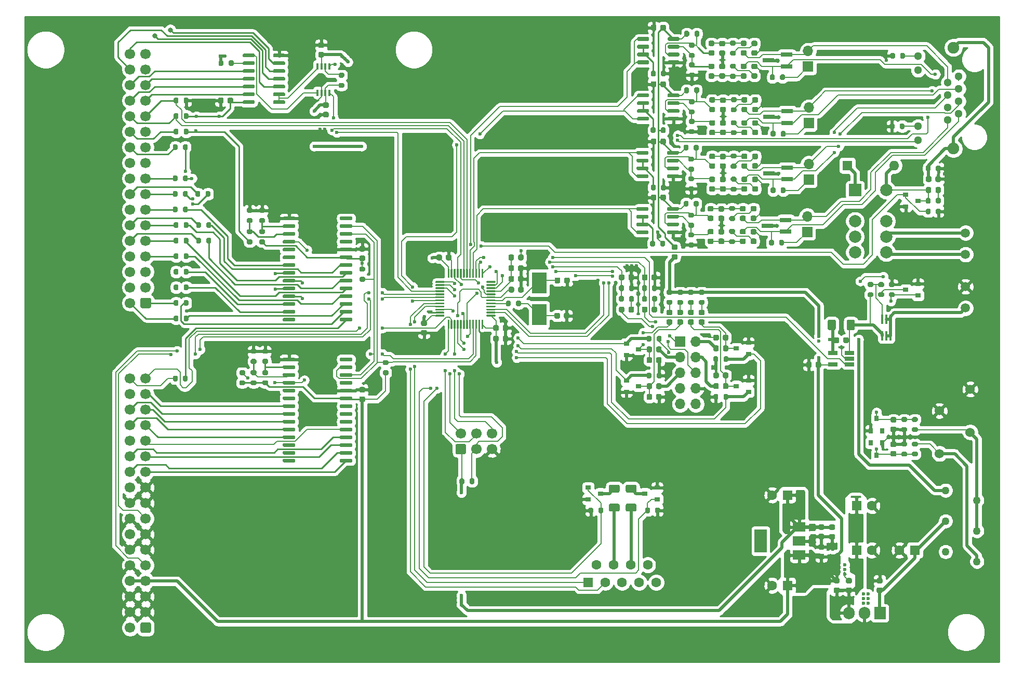
<source format=gbr>
%TF.GenerationSoftware,KiCad,Pcbnew,(5.1.9)-1*%
%TF.CreationDate,2021-05-20T17:23:25+02:00*%
%TF.ProjectId,AR2ISS_AntCTL_HW,41523249-5353-45f4-916e-7443544c5f48,rev?*%
%TF.SameCoordinates,PX2625a00PY8f0d180*%
%TF.FileFunction,Copper,L1,Top*%
%TF.FilePolarity,Positive*%
%FSLAX46Y46*%
G04 Gerber Fmt 4.6, Leading zero omitted, Abs format (unit mm)*
G04 Created by KiCad (PCBNEW (5.1.9)-1) date 2021-05-20 17:23:25*
%MOMM*%
%LPD*%
G01*
G04 APERTURE LIST*
%TA.AperFunction,SMDPad,CuDef*%
%ADD10R,0.400000X1.500000*%
%TD*%
%TA.AperFunction,ComponentPad*%
%ADD11C,1.900000*%
%TD*%
%TA.AperFunction,ComponentPad*%
%ADD12C,1.300000*%
%TD*%
%TA.AperFunction,ComponentPad*%
%ADD13R,1.700000X1.700000*%
%TD*%
%TA.AperFunction,ComponentPad*%
%ADD14O,1.700000X1.700000*%
%TD*%
%TA.AperFunction,SMDPad,CuDef*%
%ADD15R,1.900000X0.800000*%
%TD*%
%TA.AperFunction,ComponentPad*%
%ADD16C,2.000000*%
%TD*%
%TA.AperFunction,ComponentPad*%
%ADD17R,2.000000X2.000000*%
%TD*%
%TA.AperFunction,SMDPad,CuDef*%
%ADD18R,0.900000X0.800000*%
%TD*%
%TA.AperFunction,ComponentPad*%
%ADD19C,1.600000*%
%TD*%
%TA.AperFunction,ComponentPad*%
%ADD20R,1.600000X1.600000*%
%TD*%
%TA.AperFunction,ComponentPad*%
%ADD21C,1.524000*%
%TD*%
%TA.AperFunction,SMDPad,CuDef*%
%ADD22R,0.800000X0.900000*%
%TD*%
%TA.AperFunction,ComponentPad*%
%ADD23O,1.600000X1.600000*%
%TD*%
%TA.AperFunction,ComponentPad*%
%ADD24C,1.270000*%
%TD*%
%TA.AperFunction,ComponentPad*%
%ADD25C,1.500000*%
%TD*%
%TA.AperFunction,ComponentPad*%
%ADD26C,1.700000*%
%TD*%
%TA.AperFunction,ComponentPad*%
%ADD27R,1.905000X2.000000*%
%TD*%
%TA.AperFunction,ComponentPad*%
%ADD28O,1.905000X2.000000*%
%TD*%
%TA.AperFunction,SMDPad,CuDef*%
%ADD29R,2.000000X3.800000*%
%TD*%
%TA.AperFunction,SMDPad,CuDef*%
%ADD30R,2.000000X1.500000*%
%TD*%
%TA.AperFunction,SMDPad,CuDef*%
%ADD31R,1.560000X0.650000*%
%TD*%
%TA.AperFunction,SMDPad,CuDef*%
%ADD32R,0.400000X1.100000*%
%TD*%
%TA.AperFunction,SMDPad,CuDef*%
%ADD33R,2.400000X3.500000*%
%TD*%
%TA.AperFunction,ViaPad*%
%ADD34C,0.600000*%
%TD*%
%TA.AperFunction,ViaPad*%
%ADD35C,0.800000*%
%TD*%
%TA.AperFunction,Conductor*%
%ADD36C,0.250000*%
%TD*%
%TA.AperFunction,Conductor*%
%ADD37C,0.200000*%
%TD*%
%TA.AperFunction,Conductor*%
%ADD38C,0.500000*%
%TD*%
%TA.AperFunction,Conductor*%
%ADD39C,0.254000*%
%TD*%
%TA.AperFunction,Conductor*%
%ADD40C,0.100000*%
%TD*%
G04 APERTURE END LIST*
D10*
%TO.P,Q2,6*%
%TO.N,Net-(J1-Pad1)*%
X141650000Y56340000D03*
%TO.P,Q2,5*%
X141000000Y56340000D03*
%TO.P,Q2,4*%
%TO.N,Net-(C12-Pad2)*%
X140350000Y56340000D03*
%TO.P,Q2,3*%
%TO.N,Net-(Q2-Pad3)*%
X140350000Y59000000D03*
%TO.P,Q2,2*%
%TO.N,Net-(J1-Pad1)*%
X141000000Y59000000D03*
%TO.P,Q2,1*%
X141650000Y59000000D03*
%TD*%
D11*
%TO.P,J9,13*%
%TO.N,Net-(C35-Pad2)*%
X151920000Y86850000D03*
X151920000Y103350000D03*
D12*
%TO.P,J9,1*%
%TO.N,/RS422/RS485Tranceiver1/A_in*%
X152810000Y98670000D03*
%TO.P,J9,2*%
%TO.N,/RS422/RS485Tranceiver1/B_in*%
X151030000Y97650000D03*
%TO.P,J9,3*%
%TO.N,/RS422/RS485Tranceiver2/A_in*%
X152810000Y96630000D03*
%TO.P,J9,4*%
%TO.N,/RS422/RS485Tranceiver3/A_in*%
X151030000Y95610000D03*
%TO.P,J9,5*%
%TO.N,/RS422/RS485Tranceiver3/B_in*%
X152810000Y94590000D03*
%TO.P,J9,6*%
%TO.N,/RS422/RS485Tranceiver2/B_in*%
X151030000Y93570000D03*
%TO.P,J9,7*%
%TO.N,/RS422/RS485Tranceiver4/A_in*%
X152810000Y92550000D03*
%TO.P,J9,8*%
%TO.N,/RS422/RS485Tranceiver4/B_in*%
X151030000Y91530000D03*
%TO.P,J9,10*%
%TO.N,/RS422/LD2*%
X146170000Y88240000D03*
%TO.P,J9,9*%
%TO.N,Net-(J9-Pad9)*%
X146170000Y90530000D03*
%TO.P,J9,12*%
%TO.N,/RS422/LD1*%
X146170000Y99670000D03*
%TO.P,J9,11*%
%TO.N,Net-(J9-Pad11)*%
X146170000Y101960000D03*
%TD*%
%TO.P,R71,1*%
%TO.N,Net-(C41-Pad1)*%
%TA.AperFunction,SMDPad,CuDef*%
G36*
G01*
X115585000Y77504999D02*
X116135000Y77504999D01*
G75*
G02*
X116335000Y77304999I0J-200000D01*
G01*
X116335000Y76904999D01*
G75*
G02*
X116135000Y76704999I-200000J0D01*
G01*
X115585000Y76704999D01*
G75*
G02*
X115385000Y76904999I0J200000D01*
G01*
X115385000Y77304999D01*
G75*
G02*
X115585000Y77504999I200000J0D01*
G01*
G37*
%TD.AperFunction*%
%TO.P,R71,2*%
%TO.N,Net-(C43-Pad1)*%
%TA.AperFunction,SMDPad,CuDef*%
G36*
G01*
X115585000Y75854999D02*
X116135000Y75854999D01*
G75*
G02*
X116335000Y75654999I0J-200000D01*
G01*
X116335000Y75254999D01*
G75*
G02*
X116135000Y75054999I-200000J0D01*
G01*
X115585000Y75054999D01*
G75*
G02*
X115385000Y75254999I0J200000D01*
G01*
X115385000Y75654999D01*
G75*
G02*
X115585000Y75854999I200000J0D01*
G01*
G37*
%TD.AperFunction*%
%TD*%
%TO.P,R66,1*%
%TO.N,/RS422/RS485Tranceiver4/A_in*%
%TA.AperFunction,SMDPad,CuDef*%
G36*
G01*
X121885000Y71254999D02*
X121885000Y71804999D01*
G75*
G02*
X122085000Y72004999I200000J0D01*
G01*
X122485000Y72004999D01*
G75*
G02*
X122685000Y71804999I0J-200000D01*
G01*
X122685000Y71254999D01*
G75*
G02*
X122485000Y71054999I-200000J0D01*
G01*
X122085000Y71054999D01*
G75*
G02*
X121885000Y71254999I0J200000D01*
G01*
G37*
%TD.AperFunction*%
%TO.P,R66,2*%
%TO.N,Net-(J11-Pad1)*%
%TA.AperFunction,SMDPad,CuDef*%
G36*
G01*
X123535000Y71254999D02*
X123535000Y71804999D01*
G75*
G02*
X123735000Y72004999I200000J0D01*
G01*
X124135000Y72004999D01*
G75*
G02*
X124335000Y71804999I0J-200000D01*
G01*
X124335000Y71254999D01*
G75*
G02*
X124135000Y71054999I-200000J0D01*
G01*
X123735000Y71054999D01*
G75*
G02*
X123535000Y71254999I0J200000D01*
G01*
G37*
%TD.AperFunction*%
%TD*%
%TO.P,R72,1*%
%TO.N,Net-(C42-Pad1)*%
%TA.AperFunction,SMDPad,CuDef*%
G36*
G01*
X116135000Y71304999D02*
X115585000Y71304999D01*
G75*
G02*
X115385000Y71504999I0J200000D01*
G01*
X115385000Y71904999D01*
G75*
G02*
X115585000Y72104999I200000J0D01*
G01*
X116135000Y72104999D01*
G75*
G02*
X116335000Y71904999I0J-200000D01*
G01*
X116335000Y71504999D01*
G75*
G02*
X116135000Y71304999I-200000J0D01*
G01*
G37*
%TD.AperFunction*%
%TO.P,R72,2*%
%TO.N,Net-(C44-Pad1)*%
%TA.AperFunction,SMDPad,CuDef*%
G36*
G01*
X116135000Y72954999D02*
X115585000Y72954999D01*
G75*
G02*
X115385000Y73154999I0J200000D01*
G01*
X115385000Y73554999D01*
G75*
G02*
X115585000Y73754999I200000J0D01*
G01*
X116135000Y73754999D01*
G75*
G02*
X116335000Y73554999I0J-200000D01*
G01*
X116335000Y73154999D01*
G75*
G02*
X116135000Y72954999I-200000J0D01*
G01*
G37*
%TD.AperFunction*%
%TD*%
%TO.P,C41,1*%
%TO.N,Net-(C41-Pad1)*%
%TA.AperFunction,SMDPad,CuDef*%
G36*
G01*
X113860000Y77479999D02*
X114360000Y77479999D01*
G75*
G02*
X114585000Y77254999I0J-225000D01*
G01*
X114585000Y76804999D01*
G75*
G02*
X114360000Y76579999I-225000J0D01*
G01*
X113860000Y76579999D01*
G75*
G02*
X113635000Y76804999I0J225000D01*
G01*
X113635000Y77254999D01*
G75*
G02*
X113860000Y77479999I225000J0D01*
G01*
G37*
%TD.AperFunction*%
%TO.P,C41,2*%
%TO.N,GND*%
%TA.AperFunction,SMDPad,CuDef*%
G36*
G01*
X113860000Y75929999D02*
X114360000Y75929999D01*
G75*
G02*
X114585000Y75704999I0J-225000D01*
G01*
X114585000Y75254999D01*
G75*
G02*
X114360000Y75029999I-225000J0D01*
G01*
X113860000Y75029999D01*
G75*
G02*
X113635000Y75254999I0J225000D01*
G01*
X113635000Y75704999D01*
G75*
G02*
X113860000Y75929999I225000J0D01*
G01*
G37*
%TD.AperFunction*%
%TD*%
%TO.P,C42,1*%
%TO.N,Net-(C42-Pad1)*%
%TA.AperFunction,SMDPad,CuDef*%
G36*
G01*
X114360000Y71304999D02*
X113860000Y71304999D01*
G75*
G02*
X113635000Y71529999I0J225000D01*
G01*
X113635000Y71979999D01*
G75*
G02*
X113860000Y72204999I225000J0D01*
G01*
X114360000Y72204999D01*
G75*
G02*
X114585000Y71979999I0J-225000D01*
G01*
X114585000Y71529999D01*
G75*
G02*
X114360000Y71304999I-225000J0D01*
G01*
G37*
%TD.AperFunction*%
%TO.P,C42,2*%
%TO.N,GND*%
%TA.AperFunction,SMDPad,CuDef*%
G36*
G01*
X114360000Y72854999D02*
X113860000Y72854999D01*
G75*
G02*
X113635000Y73079999I0J225000D01*
G01*
X113635000Y73529999D01*
G75*
G02*
X113860000Y73754999I225000J0D01*
G01*
X114360000Y73754999D01*
G75*
G02*
X114585000Y73529999I0J-225000D01*
G01*
X114585000Y73079999D01*
G75*
G02*
X114360000Y72854999I-225000J0D01*
G01*
G37*
%TD.AperFunction*%
%TD*%
%TO.P,C43,1*%
%TO.N,Net-(C43-Pad1)*%
%TA.AperFunction,SMDPad,CuDef*%
G36*
G01*
X119110000Y77505000D02*
X119610000Y77505000D01*
G75*
G02*
X119835000Y77280000I0J-225000D01*
G01*
X119835000Y76830000D01*
G75*
G02*
X119610000Y76605000I-225000J0D01*
G01*
X119110000Y76605000D01*
G75*
G02*
X118885000Y76830000I0J225000D01*
G01*
X118885000Y77280000D01*
G75*
G02*
X119110000Y77505000I225000J0D01*
G01*
G37*
%TD.AperFunction*%
%TO.P,C43,2*%
%TO.N,GND*%
%TA.AperFunction,SMDPad,CuDef*%
G36*
G01*
X119110000Y75955000D02*
X119610000Y75955000D01*
G75*
G02*
X119835000Y75730000I0J-225000D01*
G01*
X119835000Y75280000D01*
G75*
G02*
X119610000Y75055000I-225000J0D01*
G01*
X119110000Y75055000D01*
G75*
G02*
X118885000Y75280000I0J225000D01*
G01*
X118885000Y75730000D01*
G75*
G02*
X119110000Y75955000I225000J0D01*
G01*
G37*
%TD.AperFunction*%
%TD*%
%TO.P,C44,1*%
%TO.N,Net-(C44-Pad1)*%
%TA.AperFunction,SMDPad,CuDef*%
G36*
G01*
X119610000Y71304999D02*
X119110000Y71304999D01*
G75*
G02*
X118885000Y71529999I0J225000D01*
G01*
X118885000Y71979999D01*
G75*
G02*
X119110000Y72204999I225000J0D01*
G01*
X119610000Y72204999D01*
G75*
G02*
X119835000Y71979999I0J-225000D01*
G01*
X119835000Y71529999D01*
G75*
G02*
X119610000Y71304999I-225000J0D01*
G01*
G37*
%TD.AperFunction*%
%TO.P,C44,2*%
%TO.N,GND*%
%TA.AperFunction,SMDPad,CuDef*%
G36*
G01*
X119610000Y72854999D02*
X119110000Y72854999D01*
G75*
G02*
X118885000Y73079999I0J225000D01*
G01*
X118885000Y73529999D01*
G75*
G02*
X119110000Y73754999I225000J0D01*
G01*
X119610000Y73754999D01*
G75*
G02*
X119835000Y73529999I0J-225000D01*
G01*
X119835000Y73079999D01*
G75*
G02*
X119610000Y72854999I-225000J0D01*
G01*
G37*
%TD.AperFunction*%
%TD*%
D13*
%TO.P,J11,1*%
%TO.N,Net-(J11-Pad1)*%
X128110000Y73280000D03*
D14*
%TO.P,J11,2*%
%TO.N,/RS422/RS485Tranceiver4/B_in*%
X128110000Y75820000D03*
%TD*%
%TO.P,L16,1*%
%TO.N,/RS422/RS485Tranceiver4/filter/A_Out*%
%TA.AperFunction,SMDPad,CuDef*%
G36*
G01*
X112616250Y75054999D02*
X112103750Y75054999D01*
G75*
G02*
X111885000Y75273749I0J218750D01*
G01*
X111885000Y75711249D01*
G75*
G02*
X112103750Y75929999I218750J0D01*
G01*
X112616250Y75929999D01*
G75*
G02*
X112835000Y75711249I0J-218750D01*
G01*
X112835000Y75273749D01*
G75*
G02*
X112616250Y75054999I-218750J0D01*
G01*
G37*
%TD.AperFunction*%
%TO.P,L16,2*%
%TO.N,Net-(C41-Pad1)*%
%TA.AperFunction,SMDPad,CuDef*%
G36*
G01*
X112616250Y76629999D02*
X112103750Y76629999D01*
G75*
G02*
X111885000Y76848749I0J218750D01*
G01*
X111885000Y77286249D01*
G75*
G02*
X112103750Y77504999I218750J0D01*
G01*
X112616250Y77504999D01*
G75*
G02*
X112835000Y77286249I0J-218750D01*
G01*
X112835000Y76848749D01*
G75*
G02*
X112616250Y76629999I-218750J0D01*
G01*
G37*
%TD.AperFunction*%
%TD*%
%TO.P,L17,1*%
%TO.N,/RS422/RS485Tranceiver4/filter/B_Out*%
%TA.AperFunction,SMDPad,CuDef*%
G36*
G01*
X112103750Y73754999D02*
X112616250Y73754999D01*
G75*
G02*
X112835000Y73536249I0J-218750D01*
G01*
X112835000Y73098749D01*
G75*
G02*
X112616250Y72879999I-218750J0D01*
G01*
X112103750Y72879999D01*
G75*
G02*
X111885000Y73098749I0J218750D01*
G01*
X111885000Y73536249D01*
G75*
G02*
X112103750Y73754999I218750J0D01*
G01*
G37*
%TD.AperFunction*%
%TO.P,L17,2*%
%TO.N,Net-(C42-Pad1)*%
%TA.AperFunction,SMDPad,CuDef*%
G36*
G01*
X112103750Y72179999D02*
X112616250Y72179999D01*
G75*
G02*
X112835000Y71961249I0J-218750D01*
G01*
X112835000Y71523749D01*
G75*
G02*
X112616250Y71304999I-218750J0D01*
G01*
X112103750Y71304999D01*
G75*
G02*
X111885000Y71523749I0J218750D01*
G01*
X111885000Y71961249D01*
G75*
G02*
X112103750Y72179999I218750J0D01*
G01*
G37*
%TD.AperFunction*%
%TD*%
%TO.P,L15,1*%
%TO.N,Net-(C42-Pad1)*%
%TA.AperFunction,SMDPad,CuDef*%
G36*
G01*
X117866250Y71304999D02*
X117353750Y71304999D01*
G75*
G02*
X117135000Y71523749I0J218750D01*
G01*
X117135000Y71961249D01*
G75*
G02*
X117353750Y72179999I218750J0D01*
G01*
X117866250Y72179999D01*
G75*
G02*
X118085000Y71961249I0J-218750D01*
G01*
X118085000Y71523749D01*
G75*
G02*
X117866250Y71304999I-218750J0D01*
G01*
G37*
%TD.AperFunction*%
%TO.P,L15,2*%
%TO.N,/RS422/RS485Tranceiver4/A_in*%
%TA.AperFunction,SMDPad,CuDef*%
G36*
G01*
X117866250Y72879999D02*
X117353750Y72879999D01*
G75*
G02*
X117135000Y73098749I0J218750D01*
G01*
X117135000Y73536249D01*
G75*
G02*
X117353750Y73754999I218750J0D01*
G01*
X117866250Y73754999D01*
G75*
G02*
X118085000Y73536249I0J-218750D01*
G01*
X118085000Y73098749D01*
G75*
G02*
X117866250Y72879999I-218750J0D01*
G01*
G37*
%TD.AperFunction*%
%TD*%
%TO.P,L14,1*%
%TO.N,Net-(C41-Pad1)*%
%TA.AperFunction,SMDPad,CuDef*%
G36*
G01*
X117353750Y77504999D02*
X117866250Y77504999D01*
G75*
G02*
X118085000Y77286249I0J-218750D01*
G01*
X118085000Y76848749D01*
G75*
G02*
X117866250Y76629999I-218750J0D01*
G01*
X117353750Y76629999D01*
G75*
G02*
X117135000Y76848749I0J218750D01*
G01*
X117135000Y77286249D01*
G75*
G02*
X117353750Y77504999I218750J0D01*
G01*
G37*
%TD.AperFunction*%
%TO.P,L14,2*%
%TO.N,/RS422/RS485Tranceiver4/B_in*%
%TA.AperFunction,SMDPad,CuDef*%
G36*
G01*
X117353750Y75929999D02*
X117866250Y75929999D01*
G75*
G02*
X118085000Y75711249I0J-218750D01*
G01*
X118085000Y75273749D01*
G75*
G02*
X117866250Y75054999I-218750J0D01*
G01*
X117353750Y75054999D01*
G75*
G02*
X117135000Y75273749I0J218750D01*
G01*
X117135000Y75711249D01*
G75*
G02*
X117353750Y75929999I218750J0D01*
G01*
G37*
%TD.AperFunction*%
%TD*%
D15*
%TO.P,D10,1*%
%TO.N,/RS422/RS485Tranceiver4/A_in*%
X124610000Y73329999D03*
%TO.P,D10,2*%
%TO.N,/RS422/RS485Tranceiver4/B_in*%
X124610000Y75229999D03*
%TO.P,D10,3*%
%TO.N,GND*%
X121610000Y74279999D03*
%TD*%
%TO.P,R86,2*%
%TO.N,Net-(C54-Pad1)*%
%TA.AperFunction,SMDPad,CuDef*%
G36*
G01*
X116275000Y99925000D02*
X115725000Y99925000D01*
G75*
G02*
X115525000Y100125000I0J200000D01*
G01*
X115525000Y100525000D01*
G75*
G02*
X115725000Y100725000I200000J0D01*
G01*
X116275000Y100725000D01*
G75*
G02*
X116475000Y100525000I0J-200000D01*
G01*
X116475000Y100125000D01*
G75*
G02*
X116275000Y99925000I-200000J0D01*
G01*
G37*
%TD.AperFunction*%
%TO.P,R86,1*%
%TO.N,Net-(C52-Pad1)*%
%TA.AperFunction,SMDPad,CuDef*%
G36*
G01*
X116275000Y98275000D02*
X115725000Y98275000D01*
G75*
G02*
X115525000Y98475000I0J200000D01*
G01*
X115525000Y98875000D01*
G75*
G02*
X115725000Y99075000I200000J0D01*
G01*
X116275000Y99075000D01*
G75*
G02*
X116475000Y98875000I0J-200000D01*
G01*
X116475000Y98475000D01*
G75*
G02*
X116275000Y98275000I-200000J0D01*
G01*
G37*
%TD.AperFunction*%
%TD*%
%TO.P,R85,2*%
%TO.N,Net-(C53-Pad1)*%
%TA.AperFunction,SMDPad,CuDef*%
G36*
G01*
X115725000Y102825000D02*
X116275000Y102825000D01*
G75*
G02*
X116475000Y102625000I0J-200000D01*
G01*
X116475000Y102225000D01*
G75*
G02*
X116275000Y102025000I-200000J0D01*
G01*
X115725000Y102025000D01*
G75*
G02*
X115525000Y102225000I0J200000D01*
G01*
X115525000Y102625000D01*
G75*
G02*
X115725000Y102825000I200000J0D01*
G01*
G37*
%TD.AperFunction*%
%TO.P,R85,1*%
%TO.N,Net-(C51-Pad1)*%
%TA.AperFunction,SMDPad,CuDef*%
G36*
G01*
X115725000Y104475000D02*
X116275000Y104475000D01*
G75*
G02*
X116475000Y104275000I0J-200000D01*
G01*
X116475000Y103875000D01*
G75*
G02*
X116275000Y103675000I-200000J0D01*
G01*
X115725000Y103675000D01*
G75*
G02*
X115525000Y103875000I0J200000D01*
G01*
X115525000Y104275000D01*
G75*
G02*
X115725000Y104475000I200000J0D01*
G01*
G37*
%TD.AperFunction*%
%TD*%
%TO.P,R80,2*%
%TO.N,Net-(J13-Pad1)*%
%TA.AperFunction,SMDPad,CuDef*%
G36*
G01*
X123675000Y98225000D02*
X123675000Y98775000D01*
G75*
G02*
X123875000Y98975000I200000J0D01*
G01*
X124275000Y98975000D01*
G75*
G02*
X124475000Y98775000I0J-200000D01*
G01*
X124475000Y98225000D01*
G75*
G02*
X124275000Y98025000I-200000J0D01*
G01*
X123875000Y98025000D01*
G75*
G02*
X123675000Y98225000I0J200000D01*
G01*
G37*
%TD.AperFunction*%
%TO.P,R80,1*%
%TO.N,/RS422/RS485Tranceiver1/A_in*%
%TA.AperFunction,SMDPad,CuDef*%
G36*
G01*
X122025000Y98225000D02*
X122025000Y98775000D01*
G75*
G02*
X122225000Y98975000I200000J0D01*
G01*
X122625000Y98975000D01*
G75*
G02*
X122825000Y98775000I0J-200000D01*
G01*
X122825000Y98225000D01*
G75*
G02*
X122625000Y98025000I-200000J0D01*
G01*
X122225000Y98025000D01*
G75*
G02*
X122025000Y98225000I0J200000D01*
G01*
G37*
%TD.AperFunction*%
%TD*%
%TO.P,R79,2*%
%TO.N,Net-(C49-Pad1)*%
%TA.AperFunction,SMDPad,CuDef*%
G36*
G01*
X116395000Y90704999D02*
X115845000Y90704999D01*
G75*
G02*
X115645000Y90904999I0J200000D01*
G01*
X115645000Y91304999D01*
G75*
G02*
X115845000Y91504999I200000J0D01*
G01*
X116395000Y91504999D01*
G75*
G02*
X116595000Y91304999I0J-200000D01*
G01*
X116595000Y90904999D01*
G75*
G02*
X116395000Y90704999I-200000J0D01*
G01*
G37*
%TD.AperFunction*%
%TO.P,R79,1*%
%TO.N,Net-(C47-Pad1)*%
%TA.AperFunction,SMDPad,CuDef*%
G36*
G01*
X116395000Y89054999D02*
X115845000Y89054999D01*
G75*
G02*
X115645000Y89254999I0J200000D01*
G01*
X115645000Y89654999D01*
G75*
G02*
X115845000Y89854999I200000J0D01*
G01*
X116395000Y89854999D01*
G75*
G02*
X116595000Y89654999I0J-200000D01*
G01*
X116595000Y89254999D01*
G75*
G02*
X116395000Y89054999I-200000J0D01*
G01*
G37*
%TD.AperFunction*%
%TD*%
%TO.P,R78,2*%
%TO.N,Net-(C48-Pad1)*%
%TA.AperFunction,SMDPad,CuDef*%
G36*
G01*
X115845000Y93604999D02*
X116395000Y93604999D01*
G75*
G02*
X116595000Y93404999I0J-200000D01*
G01*
X116595000Y93004999D01*
G75*
G02*
X116395000Y92804999I-200000J0D01*
G01*
X115845000Y92804999D01*
G75*
G02*
X115645000Y93004999I0J200000D01*
G01*
X115645000Y93404999D01*
G75*
G02*
X115845000Y93604999I200000J0D01*
G01*
G37*
%TD.AperFunction*%
%TO.P,R78,1*%
%TO.N,Net-(C46-Pad1)*%
%TA.AperFunction,SMDPad,CuDef*%
G36*
G01*
X115845000Y95254999D02*
X116395000Y95254999D01*
G75*
G02*
X116595000Y95054999I0J-200000D01*
G01*
X116595000Y94654999D01*
G75*
G02*
X116395000Y94454999I-200000J0D01*
G01*
X115845000Y94454999D01*
G75*
G02*
X115645000Y94654999I0J200000D01*
G01*
X115645000Y95054999D01*
G75*
G02*
X115845000Y95254999I200000J0D01*
G01*
G37*
%TD.AperFunction*%
%TD*%
%TO.P,R73,2*%
%TO.N,Net-(J12-Pad1)*%
%TA.AperFunction,SMDPad,CuDef*%
G36*
G01*
X123795000Y89004999D02*
X123795000Y89554999D01*
G75*
G02*
X123995000Y89754999I200000J0D01*
G01*
X124395000Y89754999D01*
G75*
G02*
X124595000Y89554999I0J-200000D01*
G01*
X124595000Y89004999D01*
G75*
G02*
X124395000Y88804999I-200000J0D01*
G01*
X123995000Y88804999D01*
G75*
G02*
X123795000Y89004999I0J200000D01*
G01*
G37*
%TD.AperFunction*%
%TO.P,R73,1*%
%TO.N,/RS422/RS485Tranceiver2/A_in*%
%TA.AperFunction,SMDPad,CuDef*%
G36*
G01*
X122145000Y89004999D02*
X122145000Y89554999D01*
G75*
G02*
X122345000Y89754999I200000J0D01*
G01*
X122745000Y89754999D01*
G75*
G02*
X122945000Y89554999I0J-200000D01*
G01*
X122945000Y89004999D01*
G75*
G02*
X122745000Y88804999I-200000J0D01*
G01*
X122345000Y88804999D01*
G75*
G02*
X122145000Y89004999I0J200000D01*
G01*
G37*
%TD.AperFunction*%
%TD*%
%TO.P,R65,2*%
%TO.N,Net-(C39-Pad1)*%
%TA.AperFunction,SMDPad,CuDef*%
G36*
G01*
X116385000Y81495000D02*
X115835000Y81495000D01*
G75*
G02*
X115635000Y81695000I0J200000D01*
G01*
X115635000Y82095000D01*
G75*
G02*
X115835000Y82295000I200000J0D01*
G01*
X116385000Y82295000D01*
G75*
G02*
X116585000Y82095000I0J-200000D01*
G01*
X116585000Y81695000D01*
G75*
G02*
X116385000Y81495000I-200000J0D01*
G01*
G37*
%TD.AperFunction*%
%TO.P,R65,1*%
%TO.N,Net-(C37-Pad1)*%
%TA.AperFunction,SMDPad,CuDef*%
G36*
G01*
X116385000Y79845000D02*
X115835000Y79845000D01*
G75*
G02*
X115635000Y80045000I0J200000D01*
G01*
X115635000Y80445000D01*
G75*
G02*
X115835000Y80645000I200000J0D01*
G01*
X116385000Y80645000D01*
G75*
G02*
X116585000Y80445000I0J-200000D01*
G01*
X116585000Y80045000D01*
G75*
G02*
X116385000Y79845000I-200000J0D01*
G01*
G37*
%TD.AperFunction*%
%TD*%
%TO.P,R64,2*%
%TO.N,Net-(C38-Pad1)*%
%TA.AperFunction,SMDPad,CuDef*%
G36*
G01*
X115835000Y84395000D02*
X116385000Y84395000D01*
G75*
G02*
X116585000Y84195000I0J-200000D01*
G01*
X116585000Y83795000D01*
G75*
G02*
X116385000Y83595000I-200000J0D01*
G01*
X115835000Y83595000D01*
G75*
G02*
X115635000Y83795000I0J200000D01*
G01*
X115635000Y84195000D01*
G75*
G02*
X115835000Y84395000I200000J0D01*
G01*
G37*
%TD.AperFunction*%
%TO.P,R64,1*%
%TO.N,Net-(C36-Pad1)*%
%TA.AperFunction,SMDPad,CuDef*%
G36*
G01*
X115835000Y86045000D02*
X116385000Y86045000D01*
G75*
G02*
X116585000Y85845000I0J-200000D01*
G01*
X116585000Y85445000D01*
G75*
G02*
X116385000Y85245000I-200000J0D01*
G01*
X115835000Y85245000D01*
G75*
G02*
X115635000Y85445000I0J200000D01*
G01*
X115635000Y85845000D01*
G75*
G02*
X115835000Y86045000I200000J0D01*
G01*
G37*
%TD.AperFunction*%
%TD*%
%TO.P,R31,2*%
%TO.N,Net-(J10-Pad1)*%
%TA.AperFunction,SMDPad,CuDef*%
G36*
G01*
X123785000Y79795000D02*
X123785000Y80345000D01*
G75*
G02*
X123985000Y80545000I200000J0D01*
G01*
X124385000Y80545000D01*
G75*
G02*
X124585000Y80345000I0J-200000D01*
G01*
X124585000Y79795000D01*
G75*
G02*
X124385000Y79595000I-200000J0D01*
G01*
X123985000Y79595000D01*
G75*
G02*
X123785000Y79795000I0J200000D01*
G01*
G37*
%TD.AperFunction*%
%TO.P,R31,1*%
%TO.N,/RS422/RS485Tranceiver3/A_in*%
%TA.AperFunction,SMDPad,CuDef*%
G36*
G01*
X122135000Y79795000D02*
X122135000Y80345000D01*
G75*
G02*
X122335000Y80545000I200000J0D01*
G01*
X122735000Y80545000D01*
G75*
G02*
X122935000Y80345000I0J-200000D01*
G01*
X122935000Y79795000D01*
G75*
G02*
X122735000Y79595000I-200000J0D01*
G01*
X122335000Y79595000D01*
G75*
G02*
X122135000Y79795000I0J200000D01*
G01*
G37*
%TD.AperFunction*%
%TD*%
%TO.P,L25,2*%
%TO.N,Net-(C52-Pad1)*%
%TA.AperFunction,SMDPad,CuDef*%
G36*
G01*
X112243750Y99150000D02*
X112756250Y99150000D01*
G75*
G02*
X112975000Y98931250I0J-218750D01*
G01*
X112975000Y98493750D01*
G75*
G02*
X112756250Y98275000I-218750J0D01*
G01*
X112243750Y98275000D01*
G75*
G02*
X112025000Y98493750I0J218750D01*
G01*
X112025000Y98931250D01*
G75*
G02*
X112243750Y99150000I218750J0D01*
G01*
G37*
%TD.AperFunction*%
%TO.P,L25,1*%
%TO.N,/RS422/RS485Tranceiver1/filter/B_Out*%
%TA.AperFunction,SMDPad,CuDef*%
G36*
G01*
X112243750Y100725000D02*
X112756250Y100725000D01*
G75*
G02*
X112975000Y100506250I0J-218750D01*
G01*
X112975000Y100068750D01*
G75*
G02*
X112756250Y99850000I-218750J0D01*
G01*
X112243750Y99850000D01*
G75*
G02*
X112025000Y100068750I0J218750D01*
G01*
X112025000Y100506250D01*
G75*
G02*
X112243750Y100725000I218750J0D01*
G01*
G37*
%TD.AperFunction*%
%TD*%
%TO.P,L24,2*%
%TO.N,Net-(C51-Pad1)*%
%TA.AperFunction,SMDPad,CuDef*%
G36*
G01*
X112756250Y103600000D02*
X112243750Y103600000D01*
G75*
G02*
X112025000Y103818750I0J218750D01*
G01*
X112025000Y104256250D01*
G75*
G02*
X112243750Y104475000I218750J0D01*
G01*
X112756250Y104475000D01*
G75*
G02*
X112975000Y104256250I0J-218750D01*
G01*
X112975000Y103818750D01*
G75*
G02*
X112756250Y103600000I-218750J0D01*
G01*
G37*
%TD.AperFunction*%
%TO.P,L24,1*%
%TO.N,/RS422/RS485Tranceiver1/filter/A_Out*%
%TA.AperFunction,SMDPad,CuDef*%
G36*
G01*
X112756250Y102025000D02*
X112243750Y102025000D01*
G75*
G02*
X112025000Y102243750I0J218750D01*
G01*
X112025000Y102681250D01*
G75*
G02*
X112243750Y102900000I218750J0D01*
G01*
X112756250Y102900000D01*
G75*
G02*
X112975000Y102681250I0J-218750D01*
G01*
X112975000Y102243750D01*
G75*
G02*
X112756250Y102025000I-218750J0D01*
G01*
G37*
%TD.AperFunction*%
%TD*%
%TO.P,L23,2*%
%TO.N,/RS422/RS485Tranceiver1/A_in*%
%TA.AperFunction,SMDPad,CuDef*%
G36*
G01*
X118006250Y99850000D02*
X117493750Y99850000D01*
G75*
G02*
X117275000Y100068750I0J218750D01*
G01*
X117275000Y100506250D01*
G75*
G02*
X117493750Y100725000I218750J0D01*
G01*
X118006250Y100725000D01*
G75*
G02*
X118225000Y100506250I0J-218750D01*
G01*
X118225000Y100068750D01*
G75*
G02*
X118006250Y99850000I-218750J0D01*
G01*
G37*
%TD.AperFunction*%
%TO.P,L23,1*%
%TO.N,Net-(C52-Pad1)*%
%TA.AperFunction,SMDPad,CuDef*%
G36*
G01*
X118006250Y98275000D02*
X117493750Y98275000D01*
G75*
G02*
X117275000Y98493750I0J218750D01*
G01*
X117275000Y98931250D01*
G75*
G02*
X117493750Y99150000I218750J0D01*
G01*
X118006250Y99150000D01*
G75*
G02*
X118225000Y98931250I0J-218750D01*
G01*
X118225000Y98493750D01*
G75*
G02*
X118006250Y98275000I-218750J0D01*
G01*
G37*
%TD.AperFunction*%
%TD*%
%TO.P,L22,2*%
%TO.N,/RS422/RS485Tranceiver1/B_in*%
%TA.AperFunction,SMDPad,CuDef*%
G36*
G01*
X117493750Y102900000D02*
X118006250Y102900000D01*
G75*
G02*
X118225000Y102681250I0J-218750D01*
G01*
X118225000Y102243750D01*
G75*
G02*
X118006250Y102025000I-218750J0D01*
G01*
X117493750Y102025000D01*
G75*
G02*
X117275000Y102243750I0J218750D01*
G01*
X117275000Y102681250D01*
G75*
G02*
X117493750Y102900000I218750J0D01*
G01*
G37*
%TD.AperFunction*%
%TO.P,L22,1*%
%TO.N,Net-(C51-Pad1)*%
%TA.AperFunction,SMDPad,CuDef*%
G36*
G01*
X117493750Y104475000D02*
X118006250Y104475000D01*
G75*
G02*
X118225000Y104256250I0J-218750D01*
G01*
X118225000Y103818750D01*
G75*
G02*
X118006250Y103600000I-218750J0D01*
G01*
X117493750Y103600000D01*
G75*
G02*
X117275000Y103818750I0J218750D01*
G01*
X117275000Y104256250D01*
G75*
G02*
X117493750Y104475000I218750J0D01*
G01*
G37*
%TD.AperFunction*%
%TD*%
%TO.P,L21,2*%
%TO.N,Net-(C47-Pad1)*%
%TA.AperFunction,SMDPad,CuDef*%
G36*
G01*
X112363750Y89929999D02*
X112876250Y89929999D01*
G75*
G02*
X113095000Y89711249I0J-218750D01*
G01*
X113095000Y89273749D01*
G75*
G02*
X112876250Y89054999I-218750J0D01*
G01*
X112363750Y89054999D01*
G75*
G02*
X112145000Y89273749I0J218750D01*
G01*
X112145000Y89711249D01*
G75*
G02*
X112363750Y89929999I218750J0D01*
G01*
G37*
%TD.AperFunction*%
%TO.P,L21,1*%
%TO.N,/RS422/RS485Tranceiver2/filter/B_Out*%
%TA.AperFunction,SMDPad,CuDef*%
G36*
G01*
X112363750Y91504999D02*
X112876250Y91504999D01*
G75*
G02*
X113095000Y91286249I0J-218750D01*
G01*
X113095000Y90848749D01*
G75*
G02*
X112876250Y90629999I-218750J0D01*
G01*
X112363750Y90629999D01*
G75*
G02*
X112145000Y90848749I0J218750D01*
G01*
X112145000Y91286249D01*
G75*
G02*
X112363750Y91504999I218750J0D01*
G01*
G37*
%TD.AperFunction*%
%TD*%
%TO.P,L20,2*%
%TO.N,Net-(C46-Pad1)*%
%TA.AperFunction,SMDPad,CuDef*%
G36*
G01*
X112876250Y94379999D02*
X112363750Y94379999D01*
G75*
G02*
X112145000Y94598749I0J218750D01*
G01*
X112145000Y95036249D01*
G75*
G02*
X112363750Y95254999I218750J0D01*
G01*
X112876250Y95254999D01*
G75*
G02*
X113095000Y95036249I0J-218750D01*
G01*
X113095000Y94598749D01*
G75*
G02*
X112876250Y94379999I-218750J0D01*
G01*
G37*
%TD.AperFunction*%
%TO.P,L20,1*%
%TO.N,/RS422/RS485Tranceiver2/filter/A_Out*%
%TA.AperFunction,SMDPad,CuDef*%
G36*
G01*
X112876250Y92804999D02*
X112363750Y92804999D01*
G75*
G02*
X112145000Y93023749I0J218750D01*
G01*
X112145000Y93461249D01*
G75*
G02*
X112363750Y93679999I218750J0D01*
G01*
X112876250Y93679999D01*
G75*
G02*
X113095000Y93461249I0J-218750D01*
G01*
X113095000Y93023749D01*
G75*
G02*
X112876250Y92804999I-218750J0D01*
G01*
G37*
%TD.AperFunction*%
%TD*%
%TO.P,L19,2*%
%TO.N,/RS422/RS485Tranceiver2/A_in*%
%TA.AperFunction,SMDPad,CuDef*%
G36*
G01*
X118126250Y90629999D02*
X117613750Y90629999D01*
G75*
G02*
X117395000Y90848749I0J218750D01*
G01*
X117395000Y91286249D01*
G75*
G02*
X117613750Y91504999I218750J0D01*
G01*
X118126250Y91504999D01*
G75*
G02*
X118345000Y91286249I0J-218750D01*
G01*
X118345000Y90848749D01*
G75*
G02*
X118126250Y90629999I-218750J0D01*
G01*
G37*
%TD.AperFunction*%
%TO.P,L19,1*%
%TO.N,Net-(C47-Pad1)*%
%TA.AperFunction,SMDPad,CuDef*%
G36*
G01*
X118126250Y89054999D02*
X117613750Y89054999D01*
G75*
G02*
X117395000Y89273749I0J218750D01*
G01*
X117395000Y89711249D01*
G75*
G02*
X117613750Y89929999I218750J0D01*
G01*
X118126250Y89929999D01*
G75*
G02*
X118345000Y89711249I0J-218750D01*
G01*
X118345000Y89273749D01*
G75*
G02*
X118126250Y89054999I-218750J0D01*
G01*
G37*
%TD.AperFunction*%
%TD*%
%TO.P,L18,2*%
%TO.N,/RS422/RS485Tranceiver2/B_in*%
%TA.AperFunction,SMDPad,CuDef*%
G36*
G01*
X117613750Y93679999D02*
X118126250Y93679999D01*
G75*
G02*
X118345000Y93461249I0J-218750D01*
G01*
X118345000Y93023749D01*
G75*
G02*
X118126250Y92804999I-218750J0D01*
G01*
X117613750Y92804999D01*
G75*
G02*
X117395000Y93023749I0J218750D01*
G01*
X117395000Y93461249D01*
G75*
G02*
X117613750Y93679999I218750J0D01*
G01*
G37*
%TD.AperFunction*%
%TO.P,L18,1*%
%TO.N,Net-(C46-Pad1)*%
%TA.AperFunction,SMDPad,CuDef*%
G36*
G01*
X117613750Y95254999D02*
X118126250Y95254999D01*
G75*
G02*
X118345000Y95036249I0J-218750D01*
G01*
X118345000Y94598749D01*
G75*
G02*
X118126250Y94379999I-218750J0D01*
G01*
X117613750Y94379999D01*
G75*
G02*
X117395000Y94598749I0J218750D01*
G01*
X117395000Y95036249D01*
G75*
G02*
X117613750Y95254999I218750J0D01*
G01*
G37*
%TD.AperFunction*%
%TD*%
%TO.P,L13,2*%
%TO.N,Net-(C37-Pad1)*%
%TA.AperFunction,SMDPad,CuDef*%
G36*
G01*
X112353750Y80720000D02*
X112866250Y80720000D01*
G75*
G02*
X113085000Y80501250I0J-218750D01*
G01*
X113085000Y80063750D01*
G75*
G02*
X112866250Y79845000I-218750J0D01*
G01*
X112353750Y79845000D01*
G75*
G02*
X112135000Y80063750I0J218750D01*
G01*
X112135000Y80501250D01*
G75*
G02*
X112353750Y80720000I218750J0D01*
G01*
G37*
%TD.AperFunction*%
%TO.P,L13,1*%
%TO.N,/RS422/RS485Tranceiver3/filter/B_Out*%
%TA.AperFunction,SMDPad,CuDef*%
G36*
G01*
X112353750Y82295000D02*
X112866250Y82295000D01*
G75*
G02*
X113085000Y82076250I0J-218750D01*
G01*
X113085000Y81638750D01*
G75*
G02*
X112866250Y81420000I-218750J0D01*
G01*
X112353750Y81420000D01*
G75*
G02*
X112135000Y81638750I0J218750D01*
G01*
X112135000Y82076250D01*
G75*
G02*
X112353750Y82295000I218750J0D01*
G01*
G37*
%TD.AperFunction*%
%TD*%
%TO.P,L12,2*%
%TO.N,Net-(C36-Pad1)*%
%TA.AperFunction,SMDPad,CuDef*%
G36*
G01*
X112866250Y85170000D02*
X112353750Y85170000D01*
G75*
G02*
X112135000Y85388750I0J218750D01*
G01*
X112135000Y85826250D01*
G75*
G02*
X112353750Y86045000I218750J0D01*
G01*
X112866250Y86045000D01*
G75*
G02*
X113085000Y85826250I0J-218750D01*
G01*
X113085000Y85388750D01*
G75*
G02*
X112866250Y85170000I-218750J0D01*
G01*
G37*
%TD.AperFunction*%
%TO.P,L12,1*%
%TO.N,/RS422/RS485Tranceiver3/filter/A_Out*%
%TA.AperFunction,SMDPad,CuDef*%
G36*
G01*
X112866250Y83595000D02*
X112353750Y83595000D01*
G75*
G02*
X112135000Y83813750I0J218750D01*
G01*
X112135000Y84251250D01*
G75*
G02*
X112353750Y84470000I218750J0D01*
G01*
X112866250Y84470000D01*
G75*
G02*
X113085000Y84251250I0J-218750D01*
G01*
X113085000Y83813750D01*
G75*
G02*
X112866250Y83595000I-218750J0D01*
G01*
G37*
%TD.AperFunction*%
%TD*%
%TO.P,L11,2*%
%TO.N,/RS422/RS485Tranceiver3/A_in*%
%TA.AperFunction,SMDPad,CuDef*%
G36*
G01*
X118116250Y81420000D02*
X117603750Y81420000D01*
G75*
G02*
X117385000Y81638750I0J218750D01*
G01*
X117385000Y82076250D01*
G75*
G02*
X117603750Y82295000I218750J0D01*
G01*
X118116250Y82295000D01*
G75*
G02*
X118335000Y82076250I0J-218750D01*
G01*
X118335000Y81638750D01*
G75*
G02*
X118116250Y81420000I-218750J0D01*
G01*
G37*
%TD.AperFunction*%
%TO.P,L11,1*%
%TO.N,Net-(C37-Pad1)*%
%TA.AperFunction,SMDPad,CuDef*%
G36*
G01*
X118116250Y79845000D02*
X117603750Y79845000D01*
G75*
G02*
X117385000Y80063750I0J218750D01*
G01*
X117385000Y80501250D01*
G75*
G02*
X117603750Y80720000I218750J0D01*
G01*
X118116250Y80720000D01*
G75*
G02*
X118335000Y80501250I0J-218750D01*
G01*
X118335000Y80063750D01*
G75*
G02*
X118116250Y79845000I-218750J0D01*
G01*
G37*
%TD.AperFunction*%
%TD*%
%TO.P,L10,2*%
%TO.N,/RS422/RS485Tranceiver3/B_in*%
%TA.AperFunction,SMDPad,CuDef*%
G36*
G01*
X117603750Y84470000D02*
X118116250Y84470000D01*
G75*
G02*
X118335000Y84251250I0J-218750D01*
G01*
X118335000Y83813750D01*
G75*
G02*
X118116250Y83595000I-218750J0D01*
G01*
X117603750Y83595000D01*
G75*
G02*
X117385000Y83813750I0J218750D01*
G01*
X117385000Y84251250D01*
G75*
G02*
X117603750Y84470000I218750J0D01*
G01*
G37*
%TD.AperFunction*%
%TO.P,L10,1*%
%TO.N,Net-(C36-Pad1)*%
%TA.AperFunction,SMDPad,CuDef*%
G36*
G01*
X117603750Y86045000D02*
X118116250Y86045000D01*
G75*
G02*
X118335000Y85826250I0J-218750D01*
G01*
X118335000Y85388750D01*
G75*
G02*
X118116250Y85170000I-218750J0D01*
G01*
X117603750Y85170000D01*
G75*
G02*
X117385000Y85388750I0J218750D01*
G01*
X117385000Y85826250D01*
G75*
G02*
X117603750Y86045000I218750J0D01*
G01*
G37*
%TD.AperFunction*%
%TD*%
D14*
%TO.P,J13,2*%
%TO.N,/RS422/RS485Tranceiver1/B_in*%
X128250000Y102790000D03*
D13*
%TO.P,J13,1*%
%TO.N,Net-(J13-Pad1)*%
X128250000Y100250000D03*
%TD*%
D14*
%TO.P,J12,2*%
%TO.N,/RS422/RS485Tranceiver2/B_in*%
X128370000Y93570000D03*
D13*
%TO.P,J12,1*%
%TO.N,Net-(J12-Pad1)*%
X128370000Y91030000D03*
%TD*%
D14*
%TO.P,J10,2*%
%TO.N,/RS422/RS485Tranceiver3/B_in*%
X128360000Y84360000D03*
D13*
%TO.P,J10,1*%
%TO.N,Net-(J10-Pad1)*%
X128360000Y81820000D03*
%TD*%
D15*
%TO.P,D12,3*%
%TO.N,GND*%
X121750000Y101250000D03*
%TO.P,D12,2*%
%TO.N,/RS422/RS485Tranceiver1/B_in*%
X124750000Y102200000D03*
%TO.P,D12,1*%
%TO.N,/RS422/RS485Tranceiver1/A_in*%
X124750000Y100300000D03*
%TD*%
%TO.P,D11,3*%
%TO.N,GND*%
X121870000Y92029999D03*
%TO.P,D11,2*%
%TO.N,/RS422/RS485Tranceiver2/B_in*%
X124870000Y92979999D03*
%TO.P,D11,1*%
%TO.N,/RS422/RS485Tranceiver2/A_in*%
X124870000Y91079999D03*
%TD*%
%TO.P,D9,3*%
%TO.N,GND*%
X121860000Y82820000D03*
%TO.P,D9,2*%
%TO.N,/RS422/RS485Tranceiver3/B_in*%
X124860000Y83770000D03*
%TO.P,D9,1*%
%TO.N,/RS422/RS485Tranceiver3/A_in*%
X124860000Y81870000D03*
%TD*%
%TO.P,C54,2*%
%TO.N,GND*%
%TA.AperFunction,SMDPad,CuDef*%
G36*
G01*
X119750000Y99825000D02*
X119250000Y99825000D01*
G75*
G02*
X119025000Y100050000I0J225000D01*
G01*
X119025000Y100500000D01*
G75*
G02*
X119250000Y100725000I225000J0D01*
G01*
X119750000Y100725000D01*
G75*
G02*
X119975000Y100500000I0J-225000D01*
G01*
X119975000Y100050000D01*
G75*
G02*
X119750000Y99825000I-225000J0D01*
G01*
G37*
%TD.AperFunction*%
%TO.P,C54,1*%
%TO.N,Net-(C54-Pad1)*%
%TA.AperFunction,SMDPad,CuDef*%
G36*
G01*
X119750000Y98275000D02*
X119250000Y98275000D01*
G75*
G02*
X119025000Y98500000I0J225000D01*
G01*
X119025000Y98950000D01*
G75*
G02*
X119250000Y99175000I225000J0D01*
G01*
X119750000Y99175000D01*
G75*
G02*
X119975000Y98950000I0J-225000D01*
G01*
X119975000Y98500000D01*
G75*
G02*
X119750000Y98275000I-225000J0D01*
G01*
G37*
%TD.AperFunction*%
%TD*%
%TO.P,C53,2*%
%TO.N,GND*%
%TA.AperFunction,SMDPad,CuDef*%
G36*
G01*
X119250000Y102925000D02*
X119750000Y102925000D01*
G75*
G02*
X119975000Y102700000I0J-225000D01*
G01*
X119975000Y102250000D01*
G75*
G02*
X119750000Y102025000I-225000J0D01*
G01*
X119250000Y102025000D01*
G75*
G02*
X119025000Y102250000I0J225000D01*
G01*
X119025000Y102700000D01*
G75*
G02*
X119250000Y102925000I225000J0D01*
G01*
G37*
%TD.AperFunction*%
%TO.P,C53,1*%
%TO.N,Net-(C53-Pad1)*%
%TA.AperFunction,SMDPad,CuDef*%
G36*
G01*
X119250000Y104475000D02*
X119750000Y104475000D01*
G75*
G02*
X119975000Y104250000I0J-225000D01*
G01*
X119975000Y103800000D01*
G75*
G02*
X119750000Y103575000I-225000J0D01*
G01*
X119250000Y103575000D01*
G75*
G02*
X119025000Y103800000I0J225000D01*
G01*
X119025000Y104250000D01*
G75*
G02*
X119250000Y104475000I225000J0D01*
G01*
G37*
%TD.AperFunction*%
%TD*%
%TO.P,C52,2*%
%TO.N,GND*%
%TA.AperFunction,SMDPad,CuDef*%
G36*
G01*
X114500000Y99825000D02*
X114000000Y99825000D01*
G75*
G02*
X113775000Y100050000I0J225000D01*
G01*
X113775000Y100500000D01*
G75*
G02*
X114000000Y100725000I225000J0D01*
G01*
X114500000Y100725000D01*
G75*
G02*
X114725000Y100500000I0J-225000D01*
G01*
X114725000Y100050000D01*
G75*
G02*
X114500000Y99825000I-225000J0D01*
G01*
G37*
%TD.AperFunction*%
%TO.P,C52,1*%
%TO.N,Net-(C52-Pad1)*%
%TA.AperFunction,SMDPad,CuDef*%
G36*
G01*
X114500000Y98275000D02*
X114000000Y98275000D01*
G75*
G02*
X113775000Y98500000I0J225000D01*
G01*
X113775000Y98950000D01*
G75*
G02*
X114000000Y99175000I225000J0D01*
G01*
X114500000Y99175000D01*
G75*
G02*
X114725000Y98950000I0J-225000D01*
G01*
X114725000Y98500000D01*
G75*
G02*
X114500000Y98275000I-225000J0D01*
G01*
G37*
%TD.AperFunction*%
%TD*%
%TO.P,C51,2*%
%TO.N,GND*%
%TA.AperFunction,SMDPad,CuDef*%
G36*
G01*
X114000000Y102900000D02*
X114500000Y102900000D01*
G75*
G02*
X114725000Y102675000I0J-225000D01*
G01*
X114725000Y102225000D01*
G75*
G02*
X114500000Y102000000I-225000J0D01*
G01*
X114000000Y102000000D01*
G75*
G02*
X113775000Y102225000I0J225000D01*
G01*
X113775000Y102675000D01*
G75*
G02*
X114000000Y102900000I225000J0D01*
G01*
G37*
%TD.AperFunction*%
%TO.P,C51,1*%
%TO.N,Net-(C51-Pad1)*%
%TA.AperFunction,SMDPad,CuDef*%
G36*
G01*
X114000000Y104450000D02*
X114500000Y104450000D01*
G75*
G02*
X114725000Y104225000I0J-225000D01*
G01*
X114725000Y103775000D01*
G75*
G02*
X114500000Y103550000I-225000J0D01*
G01*
X114000000Y103550000D01*
G75*
G02*
X113775000Y103775000I0J225000D01*
G01*
X113775000Y104225000D01*
G75*
G02*
X114000000Y104450000I225000J0D01*
G01*
G37*
%TD.AperFunction*%
%TD*%
%TO.P,C49,2*%
%TO.N,GND*%
%TA.AperFunction,SMDPad,CuDef*%
G36*
G01*
X119870000Y90604999D02*
X119370000Y90604999D01*
G75*
G02*
X119145000Y90829999I0J225000D01*
G01*
X119145000Y91279999D01*
G75*
G02*
X119370000Y91504999I225000J0D01*
G01*
X119870000Y91504999D01*
G75*
G02*
X120095000Y91279999I0J-225000D01*
G01*
X120095000Y90829999D01*
G75*
G02*
X119870000Y90604999I-225000J0D01*
G01*
G37*
%TD.AperFunction*%
%TO.P,C49,1*%
%TO.N,Net-(C49-Pad1)*%
%TA.AperFunction,SMDPad,CuDef*%
G36*
G01*
X119870000Y89054999D02*
X119370000Y89054999D01*
G75*
G02*
X119145000Y89279999I0J225000D01*
G01*
X119145000Y89729999D01*
G75*
G02*
X119370000Y89954999I225000J0D01*
G01*
X119870000Y89954999D01*
G75*
G02*
X120095000Y89729999I0J-225000D01*
G01*
X120095000Y89279999D01*
G75*
G02*
X119870000Y89054999I-225000J0D01*
G01*
G37*
%TD.AperFunction*%
%TD*%
%TO.P,C48,2*%
%TO.N,GND*%
%TA.AperFunction,SMDPad,CuDef*%
G36*
G01*
X119370000Y93705000D02*
X119870000Y93705000D01*
G75*
G02*
X120095000Y93480000I0J-225000D01*
G01*
X120095000Y93030000D01*
G75*
G02*
X119870000Y92805000I-225000J0D01*
G01*
X119370000Y92805000D01*
G75*
G02*
X119145000Y93030000I0J225000D01*
G01*
X119145000Y93480000D01*
G75*
G02*
X119370000Y93705000I225000J0D01*
G01*
G37*
%TD.AperFunction*%
%TO.P,C48,1*%
%TO.N,Net-(C48-Pad1)*%
%TA.AperFunction,SMDPad,CuDef*%
G36*
G01*
X119370000Y95255000D02*
X119870000Y95255000D01*
G75*
G02*
X120095000Y95030000I0J-225000D01*
G01*
X120095000Y94580000D01*
G75*
G02*
X119870000Y94355000I-225000J0D01*
G01*
X119370000Y94355000D01*
G75*
G02*
X119145000Y94580000I0J225000D01*
G01*
X119145000Y95030000D01*
G75*
G02*
X119370000Y95255000I225000J0D01*
G01*
G37*
%TD.AperFunction*%
%TD*%
%TO.P,C47,2*%
%TO.N,GND*%
%TA.AperFunction,SMDPad,CuDef*%
G36*
G01*
X114620000Y90604999D02*
X114120000Y90604999D01*
G75*
G02*
X113895000Y90829999I0J225000D01*
G01*
X113895000Y91279999D01*
G75*
G02*
X114120000Y91504999I225000J0D01*
G01*
X114620000Y91504999D01*
G75*
G02*
X114845000Y91279999I0J-225000D01*
G01*
X114845000Y90829999D01*
G75*
G02*
X114620000Y90604999I-225000J0D01*
G01*
G37*
%TD.AperFunction*%
%TO.P,C47,1*%
%TO.N,Net-(C47-Pad1)*%
%TA.AperFunction,SMDPad,CuDef*%
G36*
G01*
X114620000Y89054999D02*
X114120000Y89054999D01*
G75*
G02*
X113895000Y89279999I0J225000D01*
G01*
X113895000Y89729999D01*
G75*
G02*
X114120000Y89954999I225000J0D01*
G01*
X114620000Y89954999D01*
G75*
G02*
X114845000Y89729999I0J-225000D01*
G01*
X114845000Y89279999D01*
G75*
G02*
X114620000Y89054999I-225000J0D01*
G01*
G37*
%TD.AperFunction*%
%TD*%
%TO.P,C46,2*%
%TO.N,GND*%
%TA.AperFunction,SMDPad,CuDef*%
G36*
G01*
X114120000Y93679999D02*
X114620000Y93679999D01*
G75*
G02*
X114845000Y93454999I0J-225000D01*
G01*
X114845000Y93004999D01*
G75*
G02*
X114620000Y92779999I-225000J0D01*
G01*
X114120000Y92779999D01*
G75*
G02*
X113895000Y93004999I0J225000D01*
G01*
X113895000Y93454999D01*
G75*
G02*
X114120000Y93679999I225000J0D01*
G01*
G37*
%TD.AperFunction*%
%TO.P,C46,1*%
%TO.N,Net-(C46-Pad1)*%
%TA.AperFunction,SMDPad,CuDef*%
G36*
G01*
X114120000Y95229999D02*
X114620000Y95229999D01*
G75*
G02*
X114845000Y95004999I0J-225000D01*
G01*
X114845000Y94554999D01*
G75*
G02*
X114620000Y94329999I-225000J0D01*
G01*
X114120000Y94329999D01*
G75*
G02*
X113895000Y94554999I0J225000D01*
G01*
X113895000Y95004999D01*
G75*
G02*
X114120000Y95229999I225000J0D01*
G01*
G37*
%TD.AperFunction*%
%TD*%
%TO.P,C39,2*%
%TO.N,GND*%
%TA.AperFunction,SMDPad,CuDef*%
G36*
G01*
X119860000Y81395000D02*
X119360000Y81395000D01*
G75*
G02*
X119135000Y81620000I0J225000D01*
G01*
X119135000Y82070000D01*
G75*
G02*
X119360000Y82295000I225000J0D01*
G01*
X119860000Y82295000D01*
G75*
G02*
X120085000Y82070000I0J-225000D01*
G01*
X120085000Y81620000D01*
G75*
G02*
X119860000Y81395000I-225000J0D01*
G01*
G37*
%TD.AperFunction*%
%TO.P,C39,1*%
%TO.N,Net-(C39-Pad1)*%
%TA.AperFunction,SMDPad,CuDef*%
G36*
G01*
X119860000Y79845000D02*
X119360000Y79845000D01*
G75*
G02*
X119135000Y80070000I0J225000D01*
G01*
X119135000Y80520000D01*
G75*
G02*
X119360000Y80745000I225000J0D01*
G01*
X119860000Y80745000D01*
G75*
G02*
X120085000Y80520000I0J-225000D01*
G01*
X120085000Y80070000D01*
G75*
G02*
X119860000Y79845000I-225000J0D01*
G01*
G37*
%TD.AperFunction*%
%TD*%
%TO.P,C38,2*%
%TO.N,GND*%
%TA.AperFunction,SMDPad,CuDef*%
G36*
G01*
X119360000Y84495000D02*
X119860000Y84495000D01*
G75*
G02*
X120085000Y84270000I0J-225000D01*
G01*
X120085000Y83820000D01*
G75*
G02*
X119860000Y83595000I-225000J0D01*
G01*
X119360000Y83595000D01*
G75*
G02*
X119135000Y83820000I0J225000D01*
G01*
X119135000Y84270000D01*
G75*
G02*
X119360000Y84495000I225000J0D01*
G01*
G37*
%TD.AperFunction*%
%TO.P,C38,1*%
%TO.N,Net-(C38-Pad1)*%
%TA.AperFunction,SMDPad,CuDef*%
G36*
G01*
X119360000Y86045000D02*
X119860000Y86045000D01*
G75*
G02*
X120085000Y85820000I0J-225000D01*
G01*
X120085000Y85370000D01*
G75*
G02*
X119860000Y85145000I-225000J0D01*
G01*
X119360000Y85145000D01*
G75*
G02*
X119135000Y85370000I0J225000D01*
G01*
X119135000Y85820000D01*
G75*
G02*
X119360000Y86045000I225000J0D01*
G01*
G37*
%TD.AperFunction*%
%TD*%
%TO.P,C37,2*%
%TO.N,GND*%
%TA.AperFunction,SMDPad,CuDef*%
G36*
G01*
X114610000Y81395000D02*
X114110000Y81395000D01*
G75*
G02*
X113885000Y81620000I0J225000D01*
G01*
X113885000Y82070000D01*
G75*
G02*
X114110000Y82295000I225000J0D01*
G01*
X114610000Y82295000D01*
G75*
G02*
X114835000Y82070000I0J-225000D01*
G01*
X114835000Y81620000D01*
G75*
G02*
X114610000Y81395000I-225000J0D01*
G01*
G37*
%TD.AperFunction*%
%TO.P,C37,1*%
%TO.N,Net-(C37-Pad1)*%
%TA.AperFunction,SMDPad,CuDef*%
G36*
G01*
X114610000Y79845000D02*
X114110000Y79845000D01*
G75*
G02*
X113885000Y80070000I0J225000D01*
G01*
X113885000Y80520000D01*
G75*
G02*
X114110000Y80745000I225000J0D01*
G01*
X114610000Y80745000D01*
G75*
G02*
X114835000Y80520000I0J-225000D01*
G01*
X114835000Y80070000D01*
G75*
G02*
X114610000Y79845000I-225000J0D01*
G01*
G37*
%TD.AperFunction*%
%TD*%
%TO.P,C36,2*%
%TO.N,GND*%
%TA.AperFunction,SMDPad,CuDef*%
G36*
G01*
X114110000Y84470000D02*
X114610000Y84470000D01*
G75*
G02*
X114835000Y84245000I0J-225000D01*
G01*
X114835000Y83795000D01*
G75*
G02*
X114610000Y83570000I-225000J0D01*
G01*
X114110000Y83570000D01*
G75*
G02*
X113885000Y83795000I0J225000D01*
G01*
X113885000Y84245000D01*
G75*
G02*
X114110000Y84470000I225000J0D01*
G01*
G37*
%TD.AperFunction*%
%TO.P,C36,1*%
%TO.N,Net-(C36-Pad1)*%
%TA.AperFunction,SMDPad,CuDef*%
G36*
G01*
X114110000Y86020000D02*
X114610000Y86020000D01*
G75*
G02*
X114835000Y85795000I0J-225000D01*
G01*
X114835000Y85345000D01*
G75*
G02*
X114610000Y85120000I-225000J0D01*
G01*
X114110000Y85120000D01*
G75*
G02*
X113885000Y85345000I0J225000D01*
G01*
X113885000Y85795000D01*
G75*
G02*
X114110000Y86020000I225000J0D01*
G01*
G37*
%TD.AperFunction*%
%TD*%
D16*
%TO.P,K1,9*%
%TO.N,Net-(J8-Pad2)*%
X140983500Y72497000D03*
%TO.P,K1,4*%
%TO.N,Net-(K1-Pad4)*%
X135903500Y72497000D03*
%TO.P,K1,12*%
%TO.N,Net-(D7-Pad2)*%
X140983500Y80117000D03*
%TO.P,K1,10*%
%TO.N,Net-(K1-Pad10)*%
X140983500Y75037000D03*
D17*
%TO.P,K1,1*%
%TO.N,+24V*%
X135903500Y80117000D03*
D16*
%TO.P,K1,3*%
%TO.N,Net-(K1-Pad3)*%
X135903500Y75037000D03*
%TO.P,K1,8*%
%TO.N,Net-(J8-Pad1)*%
X140983500Y69957000D03*
%TO.P,K1,5*%
%TO.N,Net-(K1-Pad5)*%
X135903500Y69957000D03*
%TD*%
%TO.P,U16,8*%
%TO.N,/RS422/RS485Tranceiver2/MODE*%
%TA.AperFunction,SMDPad,CuDef*%
G36*
G01*
X105320000Y95385000D02*
X105320000Y95685000D01*
G75*
G02*
X105470000Y95835000I150000J0D01*
G01*
X107120000Y95835000D01*
G75*
G02*
X107270000Y95685000I0J-150000D01*
G01*
X107270000Y95385000D01*
G75*
G02*
X107120000Y95235000I-150000J0D01*
G01*
X105470000Y95235000D01*
G75*
G02*
X105320000Y95385000I0J150000D01*
G01*
G37*
%TD.AperFunction*%
%TO.P,U16,7*%
%TO.N,/RS422/RS485Tranceiver2/filter/B_Out*%
%TA.AperFunction,SMDPad,CuDef*%
G36*
G01*
X105320000Y94115000D02*
X105320000Y94415000D01*
G75*
G02*
X105470000Y94565000I150000J0D01*
G01*
X107120000Y94565000D01*
G75*
G02*
X107270000Y94415000I0J-150000D01*
G01*
X107270000Y94115000D01*
G75*
G02*
X107120000Y93965000I-150000J0D01*
G01*
X105470000Y93965000D01*
G75*
G02*
X105320000Y94115000I0J150000D01*
G01*
G37*
%TD.AperFunction*%
%TO.P,U16,6*%
%TO.N,/RS422/RS485Tranceiver2/filter/A_Out*%
%TA.AperFunction,SMDPad,CuDef*%
G36*
G01*
X105320000Y92845000D02*
X105320000Y93145000D01*
G75*
G02*
X105470000Y93295000I150000J0D01*
G01*
X107120000Y93295000D01*
G75*
G02*
X107270000Y93145000I0J-150000D01*
G01*
X107270000Y92845000D01*
G75*
G02*
X107120000Y92695000I-150000J0D01*
G01*
X105470000Y92695000D01*
G75*
G02*
X105320000Y92845000I0J150000D01*
G01*
G37*
%TD.AperFunction*%
%TO.P,U16,5*%
%TO.N,GND*%
%TA.AperFunction,SMDPad,CuDef*%
G36*
G01*
X105320000Y91575000D02*
X105320000Y91875000D01*
G75*
G02*
X105470000Y92025000I150000J0D01*
G01*
X107120000Y92025000D01*
G75*
G02*
X107270000Y91875000I0J-150000D01*
G01*
X107270000Y91575000D01*
G75*
G02*
X107120000Y91425000I-150000J0D01*
G01*
X105470000Y91425000D01*
G75*
G02*
X105320000Y91575000I0J150000D01*
G01*
G37*
%TD.AperFunction*%
%TO.P,U16,4*%
%TO.N,/RS422/TX*%
%TA.AperFunction,SMDPad,CuDef*%
G36*
G01*
X100370000Y91575000D02*
X100370000Y91875000D01*
G75*
G02*
X100520000Y92025000I150000J0D01*
G01*
X102170000Y92025000D01*
G75*
G02*
X102320000Y91875000I0J-150000D01*
G01*
X102320000Y91575000D01*
G75*
G02*
X102170000Y91425000I-150000J0D01*
G01*
X100520000Y91425000D01*
G75*
G02*
X100370000Y91575000I0J150000D01*
G01*
G37*
%TD.AperFunction*%
%TO.P,U16,3*%
%TO.N,/RS422/RS485Tranceiver2/DE1*%
%TA.AperFunction,SMDPad,CuDef*%
G36*
G01*
X100370000Y92845000D02*
X100370000Y93145000D01*
G75*
G02*
X100520000Y93295000I150000J0D01*
G01*
X102170000Y93295000D01*
G75*
G02*
X102320000Y93145000I0J-150000D01*
G01*
X102320000Y92845000D01*
G75*
G02*
X102170000Y92695000I-150000J0D01*
G01*
X100520000Y92695000D01*
G75*
G02*
X100370000Y92845000I0J150000D01*
G01*
G37*
%TD.AperFunction*%
%TO.P,U16,2*%
%TA.AperFunction,SMDPad,CuDef*%
G36*
G01*
X100370000Y94115000D02*
X100370000Y94415000D01*
G75*
G02*
X100520000Y94565000I150000J0D01*
G01*
X102170000Y94565000D01*
G75*
G02*
X102320000Y94415000I0J-150000D01*
G01*
X102320000Y94115000D01*
G75*
G02*
X102170000Y93965000I-150000J0D01*
G01*
X100520000Y93965000D01*
G75*
G02*
X100370000Y94115000I0J150000D01*
G01*
G37*
%TD.AperFunction*%
%TO.P,U16,1*%
%TO.N,/RS422/TX*%
%TA.AperFunction,SMDPad,CuDef*%
G36*
G01*
X100370000Y95385000D02*
X100370000Y95685000D01*
G75*
G02*
X100520000Y95835000I150000J0D01*
G01*
X102170000Y95835000D01*
G75*
G02*
X102320000Y95685000I0J-150000D01*
G01*
X102320000Y95385000D01*
G75*
G02*
X102170000Y95235000I-150000J0D01*
G01*
X100520000Y95235000D01*
G75*
G02*
X100370000Y95385000I0J150000D01*
G01*
G37*
%TD.AperFunction*%
%TD*%
%TO.P,U15,8*%
%TO.N,/RS422/RS485Tranceiver2/MODE*%
%TA.AperFunction,SMDPad,CuDef*%
G36*
G01*
X105240000Y76885000D02*
X105240000Y77185000D01*
G75*
G02*
X105390000Y77335000I150000J0D01*
G01*
X107040000Y77335000D01*
G75*
G02*
X107190000Y77185000I0J-150000D01*
G01*
X107190000Y76885000D01*
G75*
G02*
X107040000Y76735000I-150000J0D01*
G01*
X105390000Y76735000D01*
G75*
G02*
X105240000Y76885000I0J150000D01*
G01*
G37*
%TD.AperFunction*%
%TO.P,U15,7*%
%TO.N,/RS422/RS485Tranceiver4/filter/B_Out*%
%TA.AperFunction,SMDPad,CuDef*%
G36*
G01*
X105240000Y75615000D02*
X105240000Y75915000D01*
G75*
G02*
X105390000Y76065000I150000J0D01*
G01*
X107040000Y76065000D01*
G75*
G02*
X107190000Y75915000I0J-150000D01*
G01*
X107190000Y75615000D01*
G75*
G02*
X107040000Y75465000I-150000J0D01*
G01*
X105390000Y75465000D01*
G75*
G02*
X105240000Y75615000I0J150000D01*
G01*
G37*
%TD.AperFunction*%
%TO.P,U15,6*%
%TO.N,/RS422/RS485Tranceiver4/filter/A_Out*%
%TA.AperFunction,SMDPad,CuDef*%
G36*
G01*
X105240000Y74345000D02*
X105240000Y74645000D01*
G75*
G02*
X105390000Y74795000I150000J0D01*
G01*
X107040000Y74795000D01*
G75*
G02*
X107190000Y74645000I0J-150000D01*
G01*
X107190000Y74345000D01*
G75*
G02*
X107040000Y74195000I-150000J0D01*
G01*
X105390000Y74195000D01*
G75*
G02*
X105240000Y74345000I0J150000D01*
G01*
G37*
%TD.AperFunction*%
%TO.P,U15,5*%
%TO.N,GND*%
%TA.AperFunction,SMDPad,CuDef*%
G36*
G01*
X105240000Y73075000D02*
X105240000Y73375000D01*
G75*
G02*
X105390000Y73525000I150000J0D01*
G01*
X107040000Y73525000D01*
G75*
G02*
X107190000Y73375000I0J-150000D01*
G01*
X107190000Y73075000D01*
G75*
G02*
X107040000Y72925000I-150000J0D01*
G01*
X105390000Y72925000D01*
G75*
G02*
X105240000Y73075000I0J150000D01*
G01*
G37*
%TD.AperFunction*%
%TO.P,U15,4*%
%TO.N,/RS422/PTT2*%
%TA.AperFunction,SMDPad,CuDef*%
G36*
G01*
X100290000Y73075000D02*
X100290000Y73375000D01*
G75*
G02*
X100440000Y73525000I150000J0D01*
G01*
X102090000Y73525000D01*
G75*
G02*
X102240000Y73375000I0J-150000D01*
G01*
X102240000Y73075000D01*
G75*
G02*
X102090000Y72925000I-150000J0D01*
G01*
X100440000Y72925000D01*
G75*
G02*
X100290000Y73075000I0J150000D01*
G01*
G37*
%TD.AperFunction*%
%TO.P,U15,3*%
%TO.N,/RS422/RS485Tranceiver4/DE1*%
%TA.AperFunction,SMDPad,CuDef*%
G36*
G01*
X100290000Y74345000D02*
X100290000Y74645000D01*
G75*
G02*
X100440000Y74795000I150000J0D01*
G01*
X102090000Y74795000D01*
G75*
G02*
X102240000Y74645000I0J-150000D01*
G01*
X102240000Y74345000D01*
G75*
G02*
X102090000Y74195000I-150000J0D01*
G01*
X100440000Y74195000D01*
G75*
G02*
X100290000Y74345000I0J150000D01*
G01*
G37*
%TD.AperFunction*%
%TO.P,U15,2*%
%TA.AperFunction,SMDPad,CuDef*%
G36*
G01*
X100290000Y75615000D02*
X100290000Y75915000D01*
G75*
G02*
X100440000Y76065000I150000J0D01*
G01*
X102090000Y76065000D01*
G75*
G02*
X102240000Y75915000I0J-150000D01*
G01*
X102240000Y75615000D01*
G75*
G02*
X102090000Y75465000I-150000J0D01*
G01*
X100440000Y75465000D01*
G75*
G02*
X100290000Y75615000I0J150000D01*
G01*
G37*
%TD.AperFunction*%
%TO.P,U15,1*%
%TO.N,/RS422/PTT2*%
%TA.AperFunction,SMDPad,CuDef*%
G36*
G01*
X100290000Y76885000D02*
X100290000Y77185000D01*
G75*
G02*
X100440000Y77335000I150000J0D01*
G01*
X102090000Y77335000D01*
G75*
G02*
X102240000Y77185000I0J-150000D01*
G01*
X102240000Y76885000D01*
G75*
G02*
X102090000Y76735000I-150000J0D01*
G01*
X100440000Y76735000D01*
G75*
G02*
X100290000Y76885000I0J150000D01*
G01*
G37*
%TD.AperFunction*%
%TD*%
%TO.P,U14,8*%
%TO.N,/RS422/RS485Tranceiver2/MODE*%
%TA.AperFunction,SMDPad,CuDef*%
G36*
G01*
X105240000Y86035000D02*
X105240000Y86335000D01*
G75*
G02*
X105390000Y86485000I150000J0D01*
G01*
X107040000Y86485000D01*
G75*
G02*
X107190000Y86335000I0J-150000D01*
G01*
X107190000Y86035000D01*
G75*
G02*
X107040000Y85885000I-150000J0D01*
G01*
X105390000Y85885000D01*
G75*
G02*
X105240000Y86035000I0J150000D01*
G01*
G37*
%TD.AperFunction*%
%TO.P,U14,7*%
%TO.N,/RS422/RS485Tranceiver3/filter/B_Out*%
%TA.AperFunction,SMDPad,CuDef*%
G36*
G01*
X105240000Y84765000D02*
X105240000Y85065000D01*
G75*
G02*
X105390000Y85215000I150000J0D01*
G01*
X107040000Y85215000D01*
G75*
G02*
X107190000Y85065000I0J-150000D01*
G01*
X107190000Y84765000D01*
G75*
G02*
X107040000Y84615000I-150000J0D01*
G01*
X105390000Y84615000D01*
G75*
G02*
X105240000Y84765000I0J150000D01*
G01*
G37*
%TD.AperFunction*%
%TO.P,U14,6*%
%TO.N,/RS422/RS485Tranceiver3/filter/A_Out*%
%TA.AperFunction,SMDPad,CuDef*%
G36*
G01*
X105240000Y83495000D02*
X105240000Y83795000D01*
G75*
G02*
X105390000Y83945000I150000J0D01*
G01*
X107040000Y83945000D01*
G75*
G02*
X107190000Y83795000I0J-150000D01*
G01*
X107190000Y83495000D01*
G75*
G02*
X107040000Y83345000I-150000J0D01*
G01*
X105390000Y83345000D01*
G75*
G02*
X105240000Y83495000I0J150000D01*
G01*
G37*
%TD.AperFunction*%
%TO.P,U14,5*%
%TO.N,GND*%
%TA.AperFunction,SMDPad,CuDef*%
G36*
G01*
X105240000Y82225000D02*
X105240000Y82525000D01*
G75*
G02*
X105390000Y82675000I150000J0D01*
G01*
X107040000Y82675000D01*
G75*
G02*
X107190000Y82525000I0J-150000D01*
G01*
X107190000Y82225000D01*
G75*
G02*
X107040000Y82075000I-150000J0D01*
G01*
X105390000Y82075000D01*
G75*
G02*
X105240000Y82225000I0J150000D01*
G01*
G37*
%TD.AperFunction*%
%TO.P,U14,4*%
%TO.N,/RS422/PTT1*%
%TA.AperFunction,SMDPad,CuDef*%
G36*
G01*
X100290000Y82225000D02*
X100290000Y82525000D01*
G75*
G02*
X100440000Y82675000I150000J0D01*
G01*
X102090000Y82675000D01*
G75*
G02*
X102240000Y82525000I0J-150000D01*
G01*
X102240000Y82225000D01*
G75*
G02*
X102090000Y82075000I-150000J0D01*
G01*
X100440000Y82075000D01*
G75*
G02*
X100290000Y82225000I0J150000D01*
G01*
G37*
%TD.AperFunction*%
%TO.P,U14,3*%
%TO.N,/RS422/RS485Tranceiver3/DE1*%
%TA.AperFunction,SMDPad,CuDef*%
G36*
G01*
X100290000Y83495000D02*
X100290000Y83795000D01*
G75*
G02*
X100440000Y83945000I150000J0D01*
G01*
X102090000Y83945000D01*
G75*
G02*
X102240000Y83795000I0J-150000D01*
G01*
X102240000Y83495000D01*
G75*
G02*
X102090000Y83345000I-150000J0D01*
G01*
X100440000Y83345000D01*
G75*
G02*
X100290000Y83495000I0J150000D01*
G01*
G37*
%TD.AperFunction*%
%TO.P,U14,2*%
%TA.AperFunction,SMDPad,CuDef*%
G36*
G01*
X100290000Y84765000D02*
X100290000Y85065000D01*
G75*
G02*
X100440000Y85215000I150000J0D01*
G01*
X102090000Y85215000D01*
G75*
G02*
X102240000Y85065000I0J-150000D01*
G01*
X102240000Y84765000D01*
G75*
G02*
X102090000Y84615000I-150000J0D01*
G01*
X100440000Y84615000D01*
G75*
G02*
X100290000Y84765000I0J150000D01*
G01*
G37*
%TD.AperFunction*%
%TO.P,U14,1*%
%TO.N,/RS422/PTT1*%
%TA.AperFunction,SMDPad,CuDef*%
G36*
G01*
X100290000Y86035000D02*
X100290000Y86335000D01*
G75*
G02*
X100440000Y86485000I150000J0D01*
G01*
X102090000Y86485000D01*
G75*
G02*
X102240000Y86335000I0J-150000D01*
G01*
X102240000Y86035000D01*
G75*
G02*
X102090000Y85885000I-150000J0D01*
G01*
X100440000Y85885000D01*
G75*
G02*
X100290000Y86035000I0J150000D01*
G01*
G37*
%TD.AperFunction*%
%TD*%
%TO.P,U13,8*%
%TO.N,/RS422/RS485Tranceiver2/MODE*%
%TA.AperFunction,SMDPad,CuDef*%
G36*
G01*
X105350000Y104605000D02*
X105350000Y104905000D01*
G75*
G02*
X105500000Y105055000I150000J0D01*
G01*
X107150000Y105055000D01*
G75*
G02*
X107300000Y104905000I0J-150000D01*
G01*
X107300000Y104605000D01*
G75*
G02*
X107150000Y104455000I-150000J0D01*
G01*
X105500000Y104455000D01*
G75*
G02*
X105350000Y104605000I0J150000D01*
G01*
G37*
%TD.AperFunction*%
%TO.P,U13,7*%
%TO.N,/RS422/RS485Tranceiver1/filter/B_Out*%
%TA.AperFunction,SMDPad,CuDef*%
G36*
G01*
X105350000Y103335000D02*
X105350000Y103635000D01*
G75*
G02*
X105500000Y103785000I150000J0D01*
G01*
X107150000Y103785000D01*
G75*
G02*
X107300000Y103635000I0J-150000D01*
G01*
X107300000Y103335000D01*
G75*
G02*
X107150000Y103185000I-150000J0D01*
G01*
X105500000Y103185000D01*
G75*
G02*
X105350000Y103335000I0J150000D01*
G01*
G37*
%TD.AperFunction*%
%TO.P,U13,6*%
%TO.N,/RS422/RS485Tranceiver1/filter/A_Out*%
%TA.AperFunction,SMDPad,CuDef*%
G36*
G01*
X105350000Y102065000D02*
X105350000Y102365000D01*
G75*
G02*
X105500000Y102515000I150000J0D01*
G01*
X107150000Y102515000D01*
G75*
G02*
X107300000Y102365000I0J-150000D01*
G01*
X107300000Y102065000D01*
G75*
G02*
X107150000Y101915000I-150000J0D01*
G01*
X105500000Y101915000D01*
G75*
G02*
X105350000Y102065000I0J150000D01*
G01*
G37*
%TD.AperFunction*%
%TO.P,U13,5*%
%TO.N,GND*%
%TA.AperFunction,SMDPad,CuDef*%
G36*
G01*
X105350000Y100795000D02*
X105350000Y101095000D01*
G75*
G02*
X105500000Y101245000I150000J0D01*
G01*
X107150000Y101245000D01*
G75*
G02*
X107300000Y101095000I0J-150000D01*
G01*
X107300000Y100795000D01*
G75*
G02*
X107150000Y100645000I-150000J0D01*
G01*
X105500000Y100645000D01*
G75*
G02*
X105350000Y100795000I0J150000D01*
G01*
G37*
%TD.AperFunction*%
%TO.P,U13,4*%
%TO.N,/RS422/RX*%
%TA.AperFunction,SMDPad,CuDef*%
G36*
G01*
X100400000Y100795000D02*
X100400000Y101095000D01*
G75*
G02*
X100550000Y101245000I150000J0D01*
G01*
X102200000Y101245000D01*
G75*
G02*
X102350000Y101095000I0J-150000D01*
G01*
X102350000Y100795000D01*
G75*
G02*
X102200000Y100645000I-150000J0D01*
G01*
X100550000Y100645000D01*
G75*
G02*
X100400000Y100795000I0J150000D01*
G01*
G37*
%TD.AperFunction*%
%TO.P,U13,3*%
%TO.N,/RS422/RS485Tranceiver1/DE1*%
%TA.AperFunction,SMDPad,CuDef*%
G36*
G01*
X100400000Y102065000D02*
X100400000Y102365000D01*
G75*
G02*
X100550000Y102515000I150000J0D01*
G01*
X102200000Y102515000D01*
G75*
G02*
X102350000Y102365000I0J-150000D01*
G01*
X102350000Y102065000D01*
G75*
G02*
X102200000Y101915000I-150000J0D01*
G01*
X100550000Y101915000D01*
G75*
G02*
X100400000Y102065000I0J150000D01*
G01*
G37*
%TD.AperFunction*%
%TO.P,U13,2*%
%TA.AperFunction,SMDPad,CuDef*%
G36*
G01*
X100400000Y103335000D02*
X100400000Y103635000D01*
G75*
G02*
X100550000Y103785000I150000J0D01*
G01*
X102200000Y103785000D01*
G75*
G02*
X102350000Y103635000I0J-150000D01*
G01*
X102350000Y103335000D01*
G75*
G02*
X102200000Y103185000I-150000J0D01*
G01*
X100550000Y103185000D01*
G75*
G02*
X100400000Y103335000I0J150000D01*
G01*
G37*
%TD.AperFunction*%
%TO.P,U13,1*%
%TO.N,/RS422/RX*%
%TA.AperFunction,SMDPad,CuDef*%
G36*
G01*
X100400000Y104605000D02*
X100400000Y104905000D01*
G75*
G02*
X100550000Y105055000I150000J0D01*
G01*
X102200000Y105055000D01*
G75*
G02*
X102350000Y104905000I0J-150000D01*
G01*
X102350000Y104605000D01*
G75*
G02*
X102200000Y104455000I-150000J0D01*
G01*
X100550000Y104455000D01*
G75*
G02*
X100400000Y104605000I0J150000D01*
G01*
G37*
%TD.AperFunction*%
%TD*%
%TO.P,R91,2*%
%TO.N,/RS422/RS485Tranceiver2/DE1*%
%TA.AperFunction,SMDPad,CuDef*%
G36*
G01*
X103395000Y90155000D02*
X103395000Y89605000D01*
G75*
G02*
X103195000Y89405000I-200000J0D01*
G01*
X102795000Y89405000D01*
G75*
G02*
X102595000Y89605000I0J200000D01*
G01*
X102595000Y90155000D01*
G75*
G02*
X102795000Y90355000I200000J0D01*
G01*
X103195000Y90355000D01*
G75*
G02*
X103395000Y90155000I0J-200000D01*
G01*
G37*
%TD.AperFunction*%
%TO.P,R91,1*%
%TO.N,/RS422/RS485Tranceiver2/MODE*%
%TA.AperFunction,SMDPad,CuDef*%
G36*
G01*
X105045000Y90155000D02*
X105045000Y89605000D01*
G75*
G02*
X104845000Y89405000I-200000J0D01*
G01*
X104445000Y89405000D01*
G75*
G02*
X104245000Y89605000I0J200000D01*
G01*
X104245000Y90155000D01*
G75*
G02*
X104445000Y90355000I200000J0D01*
G01*
X104845000Y90355000D01*
G75*
G02*
X105045000Y90155000I0J-200000D01*
G01*
G37*
%TD.AperFunction*%
%TD*%
%TO.P,R90,2*%
%TO.N,GND*%
%TA.AperFunction,SMDPad,CuDef*%
G36*
G01*
X108995000Y90055000D02*
X109545000Y90055000D01*
G75*
G02*
X109745000Y89855000I0J-200000D01*
G01*
X109745000Y89455000D01*
G75*
G02*
X109545000Y89255000I-200000J0D01*
G01*
X108995000Y89255000D01*
G75*
G02*
X108795000Y89455000I0J200000D01*
G01*
X108795000Y89855000D01*
G75*
G02*
X108995000Y90055000I200000J0D01*
G01*
G37*
%TD.AperFunction*%
%TO.P,R90,1*%
%TO.N,/RS422/RS485Tranceiver2/filter/B_Out*%
%TA.AperFunction,SMDPad,CuDef*%
G36*
G01*
X108995000Y91705000D02*
X109545000Y91705000D01*
G75*
G02*
X109745000Y91505000I0J-200000D01*
G01*
X109745000Y91105000D01*
G75*
G02*
X109545000Y90905000I-200000J0D01*
G01*
X108995000Y90905000D01*
G75*
G02*
X108795000Y91105000I0J200000D01*
G01*
X108795000Y91505000D01*
G75*
G02*
X108995000Y91705000I200000J0D01*
G01*
G37*
%TD.AperFunction*%
%TD*%
%TO.P,R89,2*%
%TO.N,/RS422/RS485Tranceiver2/filter/B_Out*%
%TA.AperFunction,SMDPad,CuDef*%
G36*
G01*
X108995000Y93255000D02*
X109545000Y93255000D01*
G75*
G02*
X109745000Y93055000I0J-200000D01*
G01*
X109745000Y92655000D01*
G75*
G02*
X109545000Y92455000I-200000J0D01*
G01*
X108995000Y92455000D01*
G75*
G02*
X108795000Y92655000I0J200000D01*
G01*
X108795000Y93055000D01*
G75*
G02*
X108995000Y93255000I200000J0D01*
G01*
G37*
%TD.AperFunction*%
%TO.P,R89,1*%
%TO.N,/RS422/RS485Tranceiver2/filter/A_Out*%
%TA.AperFunction,SMDPad,CuDef*%
G36*
G01*
X108995000Y94905000D02*
X109545000Y94905000D01*
G75*
G02*
X109745000Y94705000I0J-200000D01*
G01*
X109745000Y94305000D01*
G75*
G02*
X109545000Y94105000I-200000J0D01*
G01*
X108995000Y94105000D01*
G75*
G02*
X108795000Y94305000I0J200000D01*
G01*
X108795000Y94705000D01*
G75*
G02*
X108995000Y94905000I200000J0D01*
G01*
G37*
%TD.AperFunction*%
%TD*%
%TO.P,R88,2*%
%TO.N,/RS422/RS485Tranceiver2/filter/A_Out*%
%TA.AperFunction,SMDPad,CuDef*%
G36*
G01*
X109695000Y96105000D02*
X109695000Y96655000D01*
G75*
G02*
X109895000Y96855000I200000J0D01*
G01*
X110295000Y96855000D01*
G75*
G02*
X110495000Y96655000I0J-200000D01*
G01*
X110495000Y96105000D01*
G75*
G02*
X110295000Y95905000I-200000J0D01*
G01*
X109895000Y95905000D01*
G75*
G02*
X109695000Y96105000I0J200000D01*
G01*
G37*
%TD.AperFunction*%
%TO.P,R88,1*%
%TO.N,/RS422/RS485Tranceiver2/MODE*%
%TA.AperFunction,SMDPad,CuDef*%
G36*
G01*
X108045000Y96105000D02*
X108045000Y96655000D01*
G75*
G02*
X108245000Y96855000I200000J0D01*
G01*
X108645000Y96855000D01*
G75*
G02*
X108845000Y96655000I0J-200000D01*
G01*
X108845000Y96105000D01*
G75*
G02*
X108645000Y95905000I-200000J0D01*
G01*
X108245000Y95905000D01*
G75*
G02*
X108045000Y96105000I0J200000D01*
G01*
G37*
%TD.AperFunction*%
%TD*%
%TO.P,R84,2*%
%TO.N,/RS422/RS485Tranceiver4/DE1*%
%TA.AperFunction,SMDPad,CuDef*%
G36*
G01*
X103315000Y71655000D02*
X103315000Y71105000D01*
G75*
G02*
X103115000Y70905000I-200000J0D01*
G01*
X102715000Y70905000D01*
G75*
G02*
X102515000Y71105000I0J200000D01*
G01*
X102515000Y71655000D01*
G75*
G02*
X102715000Y71855000I200000J0D01*
G01*
X103115000Y71855000D01*
G75*
G02*
X103315000Y71655000I0J-200000D01*
G01*
G37*
%TD.AperFunction*%
%TO.P,R84,1*%
%TO.N,GND*%
%TA.AperFunction,SMDPad,CuDef*%
G36*
G01*
X104965000Y71655000D02*
X104965000Y71105000D01*
G75*
G02*
X104765000Y70905000I-200000J0D01*
G01*
X104365000Y70905000D01*
G75*
G02*
X104165000Y71105000I0J200000D01*
G01*
X104165000Y71655000D01*
G75*
G02*
X104365000Y71855000I200000J0D01*
G01*
X104765000Y71855000D01*
G75*
G02*
X104965000Y71655000I0J-200000D01*
G01*
G37*
%TD.AperFunction*%
%TD*%
%TO.P,R83,2*%
%TO.N,GND*%
%TA.AperFunction,SMDPad,CuDef*%
G36*
G01*
X108915000Y71555000D02*
X109465000Y71555000D01*
G75*
G02*
X109665000Y71355000I0J-200000D01*
G01*
X109665000Y70955000D01*
G75*
G02*
X109465000Y70755000I-200000J0D01*
G01*
X108915000Y70755000D01*
G75*
G02*
X108715000Y70955000I0J200000D01*
G01*
X108715000Y71355000D01*
G75*
G02*
X108915000Y71555000I200000J0D01*
G01*
G37*
%TD.AperFunction*%
%TO.P,R83,1*%
%TO.N,/RS422/RS485Tranceiver4/filter/B_Out*%
%TA.AperFunction,SMDPad,CuDef*%
G36*
G01*
X108915000Y73205000D02*
X109465000Y73205000D01*
G75*
G02*
X109665000Y73005000I0J-200000D01*
G01*
X109665000Y72605000D01*
G75*
G02*
X109465000Y72405000I-200000J0D01*
G01*
X108915000Y72405000D01*
G75*
G02*
X108715000Y72605000I0J200000D01*
G01*
X108715000Y73005000D01*
G75*
G02*
X108915000Y73205000I200000J0D01*
G01*
G37*
%TD.AperFunction*%
%TD*%
%TO.P,R82,2*%
%TO.N,/RS422/RS485Tranceiver4/filter/B_Out*%
%TA.AperFunction,SMDPad,CuDef*%
G36*
G01*
X108915000Y74755000D02*
X109465000Y74755000D01*
G75*
G02*
X109665000Y74555000I0J-200000D01*
G01*
X109665000Y74155000D01*
G75*
G02*
X109465000Y73955000I-200000J0D01*
G01*
X108915000Y73955000D01*
G75*
G02*
X108715000Y74155000I0J200000D01*
G01*
X108715000Y74555000D01*
G75*
G02*
X108915000Y74755000I200000J0D01*
G01*
G37*
%TD.AperFunction*%
%TO.P,R82,1*%
%TO.N,/RS422/RS485Tranceiver4/filter/A_Out*%
%TA.AperFunction,SMDPad,CuDef*%
G36*
G01*
X108915000Y76405000D02*
X109465000Y76405000D01*
G75*
G02*
X109665000Y76205000I0J-200000D01*
G01*
X109665000Y75805000D01*
G75*
G02*
X109465000Y75605000I-200000J0D01*
G01*
X108915000Y75605000D01*
G75*
G02*
X108715000Y75805000I0J200000D01*
G01*
X108715000Y76205000D01*
G75*
G02*
X108915000Y76405000I200000J0D01*
G01*
G37*
%TD.AperFunction*%
%TD*%
%TO.P,R81,2*%
%TO.N,/RS422/RS485Tranceiver4/filter/A_Out*%
%TA.AperFunction,SMDPad,CuDef*%
G36*
G01*
X109615000Y77605000D02*
X109615000Y78155000D01*
G75*
G02*
X109815000Y78355000I200000J0D01*
G01*
X110215000Y78355000D01*
G75*
G02*
X110415000Y78155000I0J-200000D01*
G01*
X110415000Y77605000D01*
G75*
G02*
X110215000Y77405000I-200000J0D01*
G01*
X109815000Y77405000D01*
G75*
G02*
X109615000Y77605000I0J200000D01*
G01*
G37*
%TD.AperFunction*%
%TO.P,R81,1*%
%TO.N,/RS422/RS485Tranceiver2/MODE*%
%TA.AperFunction,SMDPad,CuDef*%
G36*
G01*
X107965000Y77605000D02*
X107965000Y78155000D01*
G75*
G02*
X108165000Y78355000I200000J0D01*
G01*
X108565000Y78355000D01*
G75*
G02*
X108765000Y78155000I0J-200000D01*
G01*
X108765000Y77605000D01*
G75*
G02*
X108565000Y77405000I-200000J0D01*
G01*
X108165000Y77405000D01*
G75*
G02*
X107965000Y77605000I0J200000D01*
G01*
G37*
%TD.AperFunction*%
%TD*%
%TO.P,R77,2*%
%TO.N,/RS422/RS485Tranceiver3/DE1*%
%TA.AperFunction,SMDPad,CuDef*%
G36*
G01*
X103425000Y80805000D02*
X103425000Y80255000D01*
G75*
G02*
X103225000Y80055000I-200000J0D01*
G01*
X102825000Y80055000D01*
G75*
G02*
X102625000Y80255000I0J200000D01*
G01*
X102625000Y80805000D01*
G75*
G02*
X102825000Y81005000I200000J0D01*
G01*
X103225000Y81005000D01*
G75*
G02*
X103425000Y80805000I0J-200000D01*
G01*
G37*
%TD.AperFunction*%
%TO.P,R77,1*%
%TO.N,GND*%
%TA.AperFunction,SMDPad,CuDef*%
G36*
G01*
X105075000Y80805000D02*
X105075000Y80255000D01*
G75*
G02*
X104875000Y80055000I-200000J0D01*
G01*
X104475000Y80055000D01*
G75*
G02*
X104275000Y80255000I0J200000D01*
G01*
X104275000Y80805000D01*
G75*
G02*
X104475000Y81005000I200000J0D01*
G01*
X104875000Y81005000D01*
G75*
G02*
X105075000Y80805000I0J-200000D01*
G01*
G37*
%TD.AperFunction*%
%TD*%
%TO.P,R76,2*%
%TO.N,GND*%
%TA.AperFunction,SMDPad,CuDef*%
G36*
G01*
X108915000Y80705000D02*
X109465000Y80705000D01*
G75*
G02*
X109665000Y80505000I0J-200000D01*
G01*
X109665000Y80105000D01*
G75*
G02*
X109465000Y79905000I-200000J0D01*
G01*
X108915000Y79905000D01*
G75*
G02*
X108715000Y80105000I0J200000D01*
G01*
X108715000Y80505000D01*
G75*
G02*
X108915000Y80705000I200000J0D01*
G01*
G37*
%TD.AperFunction*%
%TO.P,R76,1*%
%TO.N,/RS422/RS485Tranceiver3/filter/B_Out*%
%TA.AperFunction,SMDPad,CuDef*%
G36*
G01*
X108915000Y82355000D02*
X109465000Y82355000D01*
G75*
G02*
X109665000Y82155000I0J-200000D01*
G01*
X109665000Y81755000D01*
G75*
G02*
X109465000Y81555000I-200000J0D01*
G01*
X108915000Y81555000D01*
G75*
G02*
X108715000Y81755000I0J200000D01*
G01*
X108715000Y82155000D01*
G75*
G02*
X108915000Y82355000I200000J0D01*
G01*
G37*
%TD.AperFunction*%
%TD*%
%TO.P,R75,2*%
%TO.N,/RS422/RS485Tranceiver3/filter/B_Out*%
%TA.AperFunction,SMDPad,CuDef*%
G36*
G01*
X108915000Y83905000D02*
X109465000Y83905000D01*
G75*
G02*
X109665000Y83705000I0J-200000D01*
G01*
X109665000Y83305000D01*
G75*
G02*
X109465000Y83105000I-200000J0D01*
G01*
X108915000Y83105000D01*
G75*
G02*
X108715000Y83305000I0J200000D01*
G01*
X108715000Y83705000D01*
G75*
G02*
X108915000Y83905000I200000J0D01*
G01*
G37*
%TD.AperFunction*%
%TO.P,R75,1*%
%TO.N,/RS422/RS485Tranceiver3/filter/A_Out*%
%TA.AperFunction,SMDPad,CuDef*%
G36*
G01*
X108915000Y85555000D02*
X109465000Y85555000D01*
G75*
G02*
X109665000Y85355000I0J-200000D01*
G01*
X109665000Y84955000D01*
G75*
G02*
X109465000Y84755000I-200000J0D01*
G01*
X108915000Y84755000D01*
G75*
G02*
X108715000Y84955000I0J200000D01*
G01*
X108715000Y85355000D01*
G75*
G02*
X108915000Y85555000I200000J0D01*
G01*
G37*
%TD.AperFunction*%
%TD*%
%TO.P,R74,2*%
%TO.N,/RS422/RS485Tranceiver3/filter/A_Out*%
%TA.AperFunction,SMDPad,CuDef*%
G36*
G01*
X109615000Y86755000D02*
X109615000Y87305000D01*
G75*
G02*
X109815000Y87505000I200000J0D01*
G01*
X110215000Y87505000D01*
G75*
G02*
X110415000Y87305000I0J-200000D01*
G01*
X110415000Y86755000D01*
G75*
G02*
X110215000Y86555000I-200000J0D01*
G01*
X109815000Y86555000D01*
G75*
G02*
X109615000Y86755000I0J200000D01*
G01*
G37*
%TD.AperFunction*%
%TO.P,R74,1*%
%TO.N,/RS422/RS485Tranceiver2/MODE*%
%TA.AperFunction,SMDPad,CuDef*%
G36*
G01*
X107965000Y86755000D02*
X107965000Y87305000D01*
G75*
G02*
X108165000Y87505000I200000J0D01*
G01*
X108565000Y87505000D01*
G75*
G02*
X108765000Y87305000I0J-200000D01*
G01*
X108765000Y86755000D01*
G75*
G02*
X108565000Y86555000I-200000J0D01*
G01*
X108165000Y86555000D01*
G75*
G02*
X107965000Y86755000I0J200000D01*
G01*
G37*
%TD.AperFunction*%
%TD*%
%TO.P,R70,2*%
%TO.N,/RS422/RS485Tranceiver1/DE1*%
%TA.AperFunction,SMDPad,CuDef*%
G36*
G01*
X103425000Y99375000D02*
X103425000Y98825000D01*
G75*
G02*
X103225000Y98625000I-200000J0D01*
G01*
X102825000Y98625000D01*
G75*
G02*
X102625000Y98825000I0J200000D01*
G01*
X102625000Y99375000D01*
G75*
G02*
X102825000Y99575000I200000J0D01*
G01*
X103225000Y99575000D01*
G75*
G02*
X103425000Y99375000I0J-200000D01*
G01*
G37*
%TD.AperFunction*%
%TO.P,R70,1*%
%TO.N,GND*%
%TA.AperFunction,SMDPad,CuDef*%
G36*
G01*
X105075000Y99375000D02*
X105075000Y98825000D01*
G75*
G02*
X104875000Y98625000I-200000J0D01*
G01*
X104475000Y98625000D01*
G75*
G02*
X104275000Y98825000I0J200000D01*
G01*
X104275000Y99375000D01*
G75*
G02*
X104475000Y99575000I200000J0D01*
G01*
X104875000Y99575000D01*
G75*
G02*
X105075000Y99375000I0J-200000D01*
G01*
G37*
%TD.AperFunction*%
%TD*%
%TO.P,R69,2*%
%TO.N,GND*%
%TA.AperFunction,SMDPad,CuDef*%
G36*
G01*
X109025000Y99275000D02*
X109575000Y99275000D01*
G75*
G02*
X109775000Y99075000I0J-200000D01*
G01*
X109775000Y98675000D01*
G75*
G02*
X109575000Y98475000I-200000J0D01*
G01*
X109025000Y98475000D01*
G75*
G02*
X108825000Y98675000I0J200000D01*
G01*
X108825000Y99075000D01*
G75*
G02*
X109025000Y99275000I200000J0D01*
G01*
G37*
%TD.AperFunction*%
%TO.P,R69,1*%
%TO.N,/RS422/RS485Tranceiver1/filter/B_Out*%
%TA.AperFunction,SMDPad,CuDef*%
G36*
G01*
X109025000Y100925000D02*
X109575000Y100925000D01*
G75*
G02*
X109775000Y100725000I0J-200000D01*
G01*
X109775000Y100325000D01*
G75*
G02*
X109575000Y100125000I-200000J0D01*
G01*
X109025000Y100125000D01*
G75*
G02*
X108825000Y100325000I0J200000D01*
G01*
X108825000Y100725000D01*
G75*
G02*
X109025000Y100925000I200000J0D01*
G01*
G37*
%TD.AperFunction*%
%TD*%
%TO.P,R68,2*%
%TO.N,/RS422/RS485Tranceiver1/filter/B_Out*%
%TA.AperFunction,SMDPad,CuDef*%
G36*
G01*
X109025000Y102475000D02*
X109575000Y102475000D01*
G75*
G02*
X109775000Y102275000I0J-200000D01*
G01*
X109775000Y101875000D01*
G75*
G02*
X109575000Y101675000I-200000J0D01*
G01*
X109025000Y101675000D01*
G75*
G02*
X108825000Y101875000I0J200000D01*
G01*
X108825000Y102275000D01*
G75*
G02*
X109025000Y102475000I200000J0D01*
G01*
G37*
%TD.AperFunction*%
%TO.P,R68,1*%
%TO.N,/RS422/RS485Tranceiver1/filter/A_Out*%
%TA.AperFunction,SMDPad,CuDef*%
G36*
G01*
X109025000Y104125000D02*
X109575000Y104125000D01*
G75*
G02*
X109775000Y103925000I0J-200000D01*
G01*
X109775000Y103525000D01*
G75*
G02*
X109575000Y103325000I-200000J0D01*
G01*
X109025000Y103325000D01*
G75*
G02*
X108825000Y103525000I0J200000D01*
G01*
X108825000Y103925000D01*
G75*
G02*
X109025000Y104125000I200000J0D01*
G01*
G37*
%TD.AperFunction*%
%TD*%
%TO.P,R67,2*%
%TO.N,/RS422/RS485Tranceiver1/filter/A_Out*%
%TA.AperFunction,SMDPad,CuDef*%
G36*
G01*
X109725000Y105325000D02*
X109725000Y105875000D01*
G75*
G02*
X109925000Y106075000I200000J0D01*
G01*
X110325000Y106075000D01*
G75*
G02*
X110525000Y105875000I0J-200000D01*
G01*
X110525000Y105325000D01*
G75*
G02*
X110325000Y105125000I-200000J0D01*
G01*
X109925000Y105125000D01*
G75*
G02*
X109725000Y105325000I0J200000D01*
G01*
G37*
%TD.AperFunction*%
%TO.P,R67,1*%
%TO.N,/RS422/RS485Tranceiver2/MODE*%
%TA.AperFunction,SMDPad,CuDef*%
G36*
G01*
X108075000Y105325000D02*
X108075000Y105875000D01*
G75*
G02*
X108275000Y106075000I200000J0D01*
G01*
X108675000Y106075000D01*
G75*
G02*
X108875000Y105875000I0J-200000D01*
G01*
X108875000Y105325000D01*
G75*
G02*
X108675000Y105125000I-200000J0D01*
G01*
X108275000Y105125000D01*
G75*
G02*
X108075000Y105325000I0J200000D01*
G01*
G37*
%TD.AperFunction*%
%TD*%
%TO.P,C55,2*%
%TO.N,GND*%
%TA.AperFunction,SMDPad,CuDef*%
G36*
G01*
X103525000Y97630000D02*
X103525000Y97130000D01*
G75*
G02*
X103300000Y96905000I-225000J0D01*
G01*
X102850000Y96905000D01*
G75*
G02*
X102625000Y97130000I0J225000D01*
G01*
X102625000Y97630000D01*
G75*
G02*
X102850000Y97855000I225000J0D01*
G01*
X103300000Y97855000D01*
G75*
G02*
X103525000Y97630000I0J-225000D01*
G01*
G37*
%TD.AperFunction*%
%TO.P,C55,1*%
%TO.N,/RS422/RS485Tranceiver2/MODE*%
%TA.AperFunction,SMDPad,CuDef*%
G36*
G01*
X105075000Y97630000D02*
X105075000Y97130000D01*
G75*
G02*
X104850000Y96905000I-225000J0D01*
G01*
X104400000Y96905000D01*
G75*
G02*
X104175000Y97130000I0J225000D01*
G01*
X104175000Y97630000D01*
G75*
G02*
X104400000Y97855000I225000J0D01*
G01*
X104850000Y97855000D01*
G75*
G02*
X105075000Y97630000I0J-225000D01*
G01*
G37*
%TD.AperFunction*%
%TD*%
%TO.P,C50,2*%
%TO.N,GND*%
%TA.AperFunction,SMDPad,CuDef*%
G36*
G01*
X103525000Y79150000D02*
X103525000Y78650000D01*
G75*
G02*
X103300000Y78425000I-225000J0D01*
G01*
X102850000Y78425000D01*
G75*
G02*
X102625000Y78650000I0J225000D01*
G01*
X102625000Y79150000D01*
G75*
G02*
X102850000Y79375000I225000J0D01*
G01*
X103300000Y79375000D01*
G75*
G02*
X103525000Y79150000I0J-225000D01*
G01*
G37*
%TD.AperFunction*%
%TO.P,C50,1*%
%TO.N,/RS422/RS485Tranceiver2/MODE*%
%TA.AperFunction,SMDPad,CuDef*%
G36*
G01*
X105075000Y79150000D02*
X105075000Y78650000D01*
G75*
G02*
X104850000Y78425000I-225000J0D01*
G01*
X104400000Y78425000D01*
G75*
G02*
X104175000Y78650000I0J225000D01*
G01*
X104175000Y79150000D01*
G75*
G02*
X104400000Y79375000I225000J0D01*
G01*
X104850000Y79375000D01*
G75*
G02*
X105075000Y79150000I0J-225000D01*
G01*
G37*
%TD.AperFunction*%
%TD*%
%TO.P,C45,2*%
%TO.N,GND*%
%TA.AperFunction,SMDPad,CuDef*%
G36*
G01*
X103525000Y88280000D02*
X103525000Y87780000D01*
G75*
G02*
X103300000Y87555000I-225000J0D01*
G01*
X102850000Y87555000D01*
G75*
G02*
X102625000Y87780000I0J225000D01*
G01*
X102625000Y88280000D01*
G75*
G02*
X102850000Y88505000I225000J0D01*
G01*
X103300000Y88505000D01*
G75*
G02*
X103525000Y88280000I0J-225000D01*
G01*
G37*
%TD.AperFunction*%
%TO.P,C45,1*%
%TO.N,/RS422/RS485Tranceiver2/MODE*%
%TA.AperFunction,SMDPad,CuDef*%
G36*
G01*
X105075000Y88280000D02*
X105075000Y87780000D01*
G75*
G02*
X104850000Y87555000I-225000J0D01*
G01*
X104400000Y87555000D01*
G75*
G02*
X104175000Y87780000I0J225000D01*
G01*
X104175000Y88280000D01*
G75*
G02*
X104400000Y88505000I225000J0D01*
G01*
X104850000Y88505000D01*
G75*
G02*
X105075000Y88280000I0J-225000D01*
G01*
G37*
%TD.AperFunction*%
%TD*%
%TO.P,C40,2*%
%TO.N,GND*%
%TA.AperFunction,SMDPad,CuDef*%
G36*
G01*
X103525000Y106850000D02*
X103525000Y106350000D01*
G75*
G02*
X103300000Y106125000I-225000J0D01*
G01*
X102850000Y106125000D01*
G75*
G02*
X102625000Y106350000I0J225000D01*
G01*
X102625000Y106850000D01*
G75*
G02*
X102850000Y107075000I225000J0D01*
G01*
X103300000Y107075000D01*
G75*
G02*
X103525000Y106850000I0J-225000D01*
G01*
G37*
%TD.AperFunction*%
%TO.P,C40,1*%
%TO.N,/RS422/RS485Tranceiver2/MODE*%
%TA.AperFunction,SMDPad,CuDef*%
G36*
G01*
X105075000Y106850000D02*
X105075000Y106350000D01*
G75*
G02*
X104850000Y106125000I-225000J0D01*
G01*
X104400000Y106125000D01*
G75*
G02*
X104175000Y106350000I0J225000D01*
G01*
X104175000Y106850000D01*
G75*
G02*
X104400000Y107075000I225000J0D01*
G01*
X104850000Y107075000D01*
G75*
G02*
X105075000Y106850000I0J-225000D01*
G01*
G37*
%TD.AperFunction*%
%TD*%
%TO.P,R54,2*%
%TO.N,Net-(D6-Pad2)*%
%TA.AperFunction,SMDPad,CuDef*%
G36*
G01*
X110628500Y62192000D02*
X111178500Y62192000D01*
G75*
G02*
X111378500Y61992000I0J-200000D01*
G01*
X111378500Y61592000D01*
G75*
G02*
X111178500Y61392000I-200000J0D01*
G01*
X110628500Y61392000D01*
G75*
G02*
X110428500Y61592000I0J200000D01*
G01*
X110428500Y61992000D01*
G75*
G02*
X110628500Y62192000I200000J0D01*
G01*
G37*
%TD.AperFunction*%
%TO.P,R54,1*%
%TO.N,+5V*%
%TA.AperFunction,SMDPad,CuDef*%
G36*
G01*
X110628500Y63842000D02*
X111178500Y63842000D01*
G75*
G02*
X111378500Y63642000I0J-200000D01*
G01*
X111378500Y63242000D01*
G75*
G02*
X111178500Y63042000I-200000J0D01*
G01*
X110628500Y63042000D01*
G75*
G02*
X110428500Y63242000I0J200000D01*
G01*
X110428500Y63642000D01*
G75*
G02*
X110628500Y63842000I200000J0D01*
G01*
G37*
%TD.AperFunction*%
%TD*%
%TO.P,R53,2*%
%TO.N,GND*%
%TA.AperFunction,SMDPad,CuDef*%
G36*
G01*
X113608500Y52811999D02*
X113608500Y52261999D01*
G75*
G02*
X113408500Y52061999I-200000J0D01*
G01*
X113008500Y52061999D01*
G75*
G02*
X112808500Y52261999I0J200000D01*
G01*
X112808500Y52811999D01*
G75*
G02*
X113008500Y53011999I200000J0D01*
G01*
X113408500Y53011999D01*
G75*
G02*
X113608500Y52811999I0J-200000D01*
G01*
G37*
%TD.AperFunction*%
%TO.P,R53,1*%
%TO.N,/Microcontroller/ROT_RIGHT*%
%TA.AperFunction,SMDPad,CuDef*%
G36*
G01*
X115258500Y52811999D02*
X115258500Y52261999D01*
G75*
G02*
X115058500Y52061999I-200000J0D01*
G01*
X114658500Y52061999D01*
G75*
G02*
X114458500Y52261999I0J200000D01*
G01*
X114458500Y52811999D01*
G75*
G02*
X114658500Y53011999I200000J0D01*
G01*
X115058500Y53011999D01*
G75*
G02*
X115258500Y52811999I0J-200000D01*
G01*
G37*
%TD.AperFunction*%
%TD*%
%TO.P,R52,2*%
%TO.N,Net-(D5-Pad2)*%
%TA.AperFunction,SMDPad,CuDef*%
G36*
G01*
X108878500Y62192000D02*
X109428500Y62192000D01*
G75*
G02*
X109628500Y61992000I0J-200000D01*
G01*
X109628500Y61592000D01*
G75*
G02*
X109428500Y61392000I-200000J0D01*
G01*
X108878500Y61392000D01*
G75*
G02*
X108678500Y61592000I0J200000D01*
G01*
X108678500Y61992000D01*
G75*
G02*
X108878500Y62192000I200000J0D01*
G01*
G37*
%TD.AperFunction*%
%TO.P,R52,1*%
%TO.N,+5V*%
%TA.AperFunction,SMDPad,CuDef*%
G36*
G01*
X108878500Y63842000D02*
X109428500Y63842000D01*
G75*
G02*
X109628500Y63642000I0J-200000D01*
G01*
X109628500Y63242000D01*
G75*
G02*
X109428500Y63042000I-200000J0D01*
G01*
X108878500Y63042000D01*
G75*
G02*
X108678500Y63242000I0J200000D01*
G01*
X108678500Y63642000D01*
G75*
G02*
X108878500Y63842000I200000J0D01*
G01*
G37*
%TD.AperFunction*%
%TD*%
%TO.P,R51,2*%
%TO.N,GND*%
%TA.AperFunction,SMDPad,CuDef*%
G36*
G01*
X113608500Y46662000D02*
X113608500Y46112000D01*
G75*
G02*
X113408500Y45912000I-200000J0D01*
G01*
X113008500Y45912000D01*
G75*
G02*
X112808500Y46112000I0J200000D01*
G01*
X112808500Y46662000D01*
G75*
G02*
X113008500Y46862000I200000J0D01*
G01*
X113408500Y46862000D01*
G75*
G02*
X113608500Y46662000I0J-200000D01*
G01*
G37*
%TD.AperFunction*%
%TO.P,R51,1*%
%TO.N,/Microcontroller/ROT_LEFT*%
%TA.AperFunction,SMDPad,CuDef*%
G36*
G01*
X115258500Y46662000D02*
X115258500Y46112000D01*
G75*
G02*
X115058500Y45912000I-200000J0D01*
G01*
X114658500Y45912000D01*
G75*
G02*
X114458500Y46112000I0J200000D01*
G01*
X114458500Y46662000D01*
G75*
G02*
X114658500Y46862000I200000J0D01*
G01*
X115058500Y46862000D01*
G75*
G02*
X115258500Y46662000I0J-200000D01*
G01*
G37*
%TD.AperFunction*%
%TD*%
%TO.P,R50,2*%
%TO.N,Net-(D4-Pad2)*%
%TA.AperFunction,SMDPad,CuDef*%
G36*
G01*
X107128500Y62192000D02*
X107678500Y62192000D01*
G75*
G02*
X107878500Y61992000I0J-200000D01*
G01*
X107878500Y61592000D01*
G75*
G02*
X107678500Y61392000I-200000J0D01*
G01*
X107128500Y61392000D01*
G75*
G02*
X106928500Y61592000I0J200000D01*
G01*
X106928500Y61992000D01*
G75*
G02*
X107128500Y62192000I200000J0D01*
G01*
G37*
%TD.AperFunction*%
%TO.P,R50,1*%
%TO.N,+5V*%
%TA.AperFunction,SMDPad,CuDef*%
G36*
G01*
X107128500Y63842000D02*
X107678500Y63842000D01*
G75*
G02*
X107878500Y63642000I0J-200000D01*
G01*
X107878500Y63242000D01*
G75*
G02*
X107678500Y63042000I-200000J0D01*
G01*
X107128500Y63042000D01*
G75*
G02*
X106928500Y63242000I0J200000D01*
G01*
X106928500Y63642000D01*
G75*
G02*
X107128500Y63842000I200000J0D01*
G01*
G37*
%TD.AperFunction*%
%TD*%
%TO.P,R49,2*%
%TO.N,GND*%
%TA.AperFunction,SMDPad,CuDef*%
G36*
G01*
X103578500Y49592000D02*
X103578500Y50142000D01*
G75*
G02*
X103778500Y50342000I200000J0D01*
G01*
X104178500Y50342000D01*
G75*
G02*
X104378500Y50142000I0J-200000D01*
G01*
X104378500Y49592000D01*
G75*
G02*
X104178500Y49392000I-200000J0D01*
G01*
X103778500Y49392000D01*
G75*
G02*
X103578500Y49592000I0J200000D01*
G01*
G37*
%TD.AperFunction*%
%TO.P,R49,1*%
%TO.N,/Microcontroller/ROT_DOWN*%
%TA.AperFunction,SMDPad,CuDef*%
G36*
G01*
X101928500Y49592000D02*
X101928500Y50142000D01*
G75*
G02*
X102128500Y50342000I200000J0D01*
G01*
X102528500Y50342000D01*
G75*
G02*
X102728500Y50142000I0J-200000D01*
G01*
X102728500Y49592000D01*
G75*
G02*
X102528500Y49392000I-200000J0D01*
G01*
X102128500Y49392000D01*
G75*
G02*
X101928500Y49592000I0J200000D01*
G01*
G37*
%TD.AperFunction*%
%TD*%
%TO.P,R48,2*%
%TO.N,Net-(D3-Pad2)*%
%TA.AperFunction,SMDPad,CuDef*%
G36*
G01*
X105378500Y62192000D02*
X105928500Y62192000D01*
G75*
G02*
X106128500Y61992000I0J-200000D01*
G01*
X106128500Y61592000D01*
G75*
G02*
X105928500Y61392000I-200000J0D01*
G01*
X105378500Y61392000D01*
G75*
G02*
X105178500Y61592000I0J200000D01*
G01*
X105178500Y61992000D01*
G75*
G02*
X105378500Y62192000I200000J0D01*
G01*
G37*
%TD.AperFunction*%
%TO.P,R48,1*%
%TO.N,+5V*%
%TA.AperFunction,SMDPad,CuDef*%
G36*
G01*
X105378500Y63842000D02*
X105928500Y63842000D01*
G75*
G02*
X106128500Y63642000I0J-200000D01*
G01*
X106128500Y63242000D01*
G75*
G02*
X105928500Y63042000I-200000J0D01*
G01*
X105378500Y63042000D01*
G75*
G02*
X105178500Y63242000I0J200000D01*
G01*
X105178500Y63642000D01*
G75*
G02*
X105378500Y63842000I200000J0D01*
G01*
G37*
%TD.AperFunction*%
%TD*%
%TO.P,R47,2*%
%TO.N,GND*%
%TA.AperFunction,SMDPad,CuDef*%
G36*
G01*
X103578500Y55592000D02*
X103578500Y56142000D01*
G75*
G02*
X103778500Y56342000I200000J0D01*
G01*
X104178500Y56342000D01*
G75*
G02*
X104378500Y56142000I0J-200000D01*
G01*
X104378500Y55592000D01*
G75*
G02*
X104178500Y55392000I-200000J0D01*
G01*
X103778500Y55392000D01*
G75*
G02*
X103578500Y55592000I0J200000D01*
G01*
G37*
%TD.AperFunction*%
%TO.P,R47,1*%
%TO.N,/Microcontroller/ROT_UP*%
%TA.AperFunction,SMDPad,CuDef*%
G36*
G01*
X101928500Y55592000D02*
X101928500Y56142000D01*
G75*
G02*
X102128500Y56342000I200000J0D01*
G01*
X102528500Y56342000D01*
G75*
G02*
X102728500Y56142000I0J-200000D01*
G01*
X102728500Y55592000D01*
G75*
G02*
X102528500Y55392000I-200000J0D01*
G01*
X102128500Y55392000D01*
G75*
G02*
X101928500Y55592000I0J200000D01*
G01*
G37*
%TD.AperFunction*%
%TD*%
D18*
%TO.P,Q6,3*%
%TO.N,Net-(C34-Pad1)*%
X116533500Y54287000D03*
%TO.P,Q6,2*%
%TO.N,GND*%
X118533500Y55237000D03*
%TO.P,Q6,1*%
%TO.N,/Microcontroller/ROT_RIGHT*%
X118533500Y53337000D03*
%TD*%
%TO.P,Q5,3*%
%TO.N,Net-(C33-Pad1)*%
X116533500Y48137000D03*
%TO.P,Q5,2*%
%TO.N,GND*%
X118533500Y49087000D03*
%TO.P,Q5,1*%
%TO.N,/Microcontroller/ROT_LEFT*%
X118533500Y47187000D03*
%TD*%
%TO.P,Q4,3*%
%TO.N,Net-(C32-Pad1)*%
X100653500Y48117000D03*
%TO.P,Q4,2*%
%TO.N,GND*%
X98653500Y47167000D03*
%TO.P,Q4,1*%
%TO.N,/Microcontroller/ROT_DOWN*%
X98653500Y49067000D03*
%TD*%
%TO.P,Q3,3*%
%TO.N,Net-(C31-Pad1)*%
X100653500Y54117000D03*
%TO.P,Q3,2*%
%TO.N,GND*%
X98653500Y53167000D03*
%TO.P,Q3,1*%
%TO.N,/Microcontroller/ROT_UP*%
X98653500Y55067000D03*
%TD*%
%TO.P,L8,2*%
%TO.N,Net-(C34-Pad1)*%
%TA.AperFunction,SMDPad,CuDef*%
G36*
G01*
X114383500Y54030749D02*
X114383500Y54543249D01*
G75*
G02*
X114602250Y54761999I218750J0D01*
G01*
X115039750Y54761999D01*
G75*
G02*
X115258500Y54543249I0J-218750D01*
G01*
X115258500Y54030749D01*
G75*
G02*
X115039750Y53811999I-218750J0D01*
G01*
X114602250Y53811999D01*
G75*
G02*
X114383500Y54030749I0J218750D01*
G01*
G37*
%TD.AperFunction*%
%TO.P,L8,1*%
%TO.N,/Rotor/RIGHT*%
%TA.AperFunction,SMDPad,CuDef*%
G36*
G01*
X112808500Y54030749D02*
X112808500Y54543249D01*
G75*
G02*
X113027250Y54761999I218750J0D01*
G01*
X113464750Y54761999D01*
G75*
G02*
X113683500Y54543249I0J-218750D01*
G01*
X113683500Y54030749D01*
G75*
G02*
X113464750Y53811999I-218750J0D01*
G01*
X113027250Y53811999D01*
G75*
G02*
X112808500Y54030749I0J218750D01*
G01*
G37*
%TD.AperFunction*%
%TD*%
%TO.P,L7,2*%
%TO.N,Net-(C33-Pad1)*%
%TA.AperFunction,SMDPad,CuDef*%
G36*
G01*
X114383500Y47880750D02*
X114383500Y48393250D01*
G75*
G02*
X114602250Y48612000I218750J0D01*
G01*
X115039750Y48612000D01*
G75*
G02*
X115258500Y48393250I0J-218750D01*
G01*
X115258500Y47880750D01*
G75*
G02*
X115039750Y47662000I-218750J0D01*
G01*
X114602250Y47662000D01*
G75*
G02*
X114383500Y47880750I0J218750D01*
G01*
G37*
%TD.AperFunction*%
%TO.P,L7,1*%
%TO.N,/Rotor/LEFT*%
%TA.AperFunction,SMDPad,CuDef*%
G36*
G01*
X112808500Y47880750D02*
X112808500Y48393250D01*
G75*
G02*
X113027250Y48612000I218750J0D01*
G01*
X113464750Y48612000D01*
G75*
G02*
X113683500Y48393250I0J-218750D01*
G01*
X113683500Y47880750D01*
G75*
G02*
X113464750Y47662000I-218750J0D01*
G01*
X113027250Y47662000D01*
G75*
G02*
X112808500Y47880750I0J218750D01*
G01*
G37*
%TD.AperFunction*%
%TD*%
%TO.P,L6,2*%
%TO.N,Net-(C32-Pad1)*%
%TA.AperFunction,SMDPad,CuDef*%
G36*
G01*
X102803500Y48373250D02*
X102803500Y47860750D01*
G75*
G02*
X102584750Y47642000I-218750J0D01*
G01*
X102147250Y47642000D01*
G75*
G02*
X101928500Y47860750I0J218750D01*
G01*
X101928500Y48373250D01*
G75*
G02*
X102147250Y48592000I218750J0D01*
G01*
X102584750Y48592000D01*
G75*
G02*
X102803500Y48373250I0J-218750D01*
G01*
G37*
%TD.AperFunction*%
%TO.P,L6,1*%
%TO.N,/Rotor/DOWN*%
%TA.AperFunction,SMDPad,CuDef*%
G36*
G01*
X104378500Y48373250D02*
X104378500Y47860750D01*
G75*
G02*
X104159750Y47642000I-218750J0D01*
G01*
X103722250Y47642000D01*
G75*
G02*
X103503500Y47860750I0J218750D01*
G01*
X103503500Y48373250D01*
G75*
G02*
X103722250Y48592000I218750J0D01*
G01*
X104159750Y48592000D01*
G75*
G02*
X104378500Y48373250I0J-218750D01*
G01*
G37*
%TD.AperFunction*%
%TD*%
%TO.P,L5,2*%
%TO.N,Net-(C31-Pad1)*%
%TA.AperFunction,SMDPad,CuDef*%
G36*
G01*
X102803500Y54373250D02*
X102803500Y53860750D01*
G75*
G02*
X102584750Y53642000I-218750J0D01*
G01*
X102147250Y53642000D01*
G75*
G02*
X101928500Y53860750I0J218750D01*
G01*
X101928500Y54373250D01*
G75*
G02*
X102147250Y54592000I218750J0D01*
G01*
X102584750Y54592000D01*
G75*
G02*
X102803500Y54373250I0J-218750D01*
G01*
G37*
%TD.AperFunction*%
%TO.P,L5,1*%
%TO.N,/Rotor/UP*%
%TA.AperFunction,SMDPad,CuDef*%
G36*
G01*
X104378500Y54373250D02*
X104378500Y53860750D01*
G75*
G02*
X104159750Y53642000I-218750J0D01*
G01*
X103722250Y53642000D01*
G75*
G02*
X103503500Y53860750I0J218750D01*
G01*
X103503500Y54373250D01*
G75*
G02*
X103722250Y54592000I218750J0D01*
G01*
X104159750Y54592000D01*
G75*
G02*
X104378500Y54373250I0J-218750D01*
G01*
G37*
%TD.AperFunction*%
%TD*%
%TO.P,D6,2*%
%TO.N,Net-(D6-Pad2)*%
%TA.AperFunction,SMDPad,CuDef*%
G36*
G01*
X111159750Y59717000D02*
X110647250Y59717000D01*
G75*
G02*
X110428500Y59935750I0J218750D01*
G01*
X110428500Y60373250D01*
G75*
G02*
X110647250Y60592000I218750J0D01*
G01*
X111159750Y60592000D01*
G75*
G02*
X111378500Y60373250I0J-218750D01*
G01*
X111378500Y59935750D01*
G75*
G02*
X111159750Y59717000I-218750J0D01*
G01*
G37*
%TD.AperFunction*%
%TO.P,D6,1*%
%TO.N,Net-(C34-Pad1)*%
%TA.AperFunction,SMDPad,CuDef*%
G36*
G01*
X111159750Y58142000D02*
X110647250Y58142000D01*
G75*
G02*
X110428500Y58360750I0J218750D01*
G01*
X110428500Y58798250D01*
G75*
G02*
X110647250Y59017000I218750J0D01*
G01*
X111159750Y59017000D01*
G75*
G02*
X111378500Y58798250I0J-218750D01*
G01*
X111378500Y58360750D01*
G75*
G02*
X111159750Y58142000I-218750J0D01*
G01*
G37*
%TD.AperFunction*%
%TD*%
%TO.P,D5,2*%
%TO.N,Net-(D5-Pad2)*%
%TA.AperFunction,SMDPad,CuDef*%
G36*
G01*
X109409750Y59717000D02*
X108897250Y59717000D01*
G75*
G02*
X108678500Y59935750I0J218750D01*
G01*
X108678500Y60373250D01*
G75*
G02*
X108897250Y60592000I218750J0D01*
G01*
X109409750Y60592000D01*
G75*
G02*
X109628500Y60373250I0J-218750D01*
G01*
X109628500Y59935750D01*
G75*
G02*
X109409750Y59717000I-218750J0D01*
G01*
G37*
%TD.AperFunction*%
%TO.P,D5,1*%
%TO.N,Net-(C33-Pad1)*%
%TA.AperFunction,SMDPad,CuDef*%
G36*
G01*
X109409750Y58142000D02*
X108897250Y58142000D01*
G75*
G02*
X108678500Y58360750I0J218750D01*
G01*
X108678500Y58798250D01*
G75*
G02*
X108897250Y59017000I218750J0D01*
G01*
X109409750Y59017000D01*
G75*
G02*
X109628500Y58798250I0J-218750D01*
G01*
X109628500Y58360750D01*
G75*
G02*
X109409750Y58142000I-218750J0D01*
G01*
G37*
%TD.AperFunction*%
%TD*%
%TO.P,D4,2*%
%TO.N,Net-(D4-Pad2)*%
%TA.AperFunction,SMDPad,CuDef*%
G36*
G01*
X107659750Y59717000D02*
X107147250Y59717000D01*
G75*
G02*
X106928500Y59935750I0J218750D01*
G01*
X106928500Y60373250D01*
G75*
G02*
X107147250Y60592000I218750J0D01*
G01*
X107659750Y60592000D01*
G75*
G02*
X107878500Y60373250I0J-218750D01*
G01*
X107878500Y59935750D01*
G75*
G02*
X107659750Y59717000I-218750J0D01*
G01*
G37*
%TD.AperFunction*%
%TO.P,D4,1*%
%TO.N,Net-(C32-Pad1)*%
%TA.AperFunction,SMDPad,CuDef*%
G36*
G01*
X107659750Y58142000D02*
X107147250Y58142000D01*
G75*
G02*
X106928500Y58360750I0J218750D01*
G01*
X106928500Y58798250D01*
G75*
G02*
X107147250Y59017000I218750J0D01*
G01*
X107659750Y59017000D01*
G75*
G02*
X107878500Y58798250I0J-218750D01*
G01*
X107878500Y58360750D01*
G75*
G02*
X107659750Y58142000I-218750J0D01*
G01*
G37*
%TD.AperFunction*%
%TD*%
%TO.P,D3,2*%
%TO.N,Net-(D3-Pad2)*%
%TA.AperFunction,SMDPad,CuDef*%
G36*
G01*
X105909750Y59717000D02*
X105397250Y59717000D01*
G75*
G02*
X105178500Y59935750I0J218750D01*
G01*
X105178500Y60373250D01*
G75*
G02*
X105397250Y60592000I218750J0D01*
G01*
X105909750Y60592000D01*
G75*
G02*
X106128500Y60373250I0J-218750D01*
G01*
X106128500Y59935750D01*
G75*
G02*
X105909750Y59717000I-218750J0D01*
G01*
G37*
%TD.AperFunction*%
%TO.P,D3,1*%
%TO.N,Net-(C31-Pad1)*%
%TA.AperFunction,SMDPad,CuDef*%
G36*
G01*
X105909750Y58142000D02*
X105397250Y58142000D01*
G75*
G02*
X105178500Y58360750I0J218750D01*
G01*
X105178500Y58798250D01*
G75*
G02*
X105397250Y59017000I218750J0D01*
G01*
X105909750Y59017000D01*
G75*
G02*
X106128500Y58798250I0J-218750D01*
G01*
X106128500Y58360750D01*
G75*
G02*
X105909750Y58142000I-218750J0D01*
G01*
G37*
%TD.AperFunction*%
%TD*%
%TO.P,C34,2*%
%TO.N,GND*%
%TA.AperFunction,SMDPad,CuDef*%
G36*
G01*
X113708500Y56287000D02*
X113708500Y55787000D01*
G75*
G02*
X113483500Y55562000I-225000J0D01*
G01*
X113033500Y55562000D01*
G75*
G02*
X112808500Y55787000I0J225000D01*
G01*
X112808500Y56287000D01*
G75*
G02*
X113033500Y56512000I225000J0D01*
G01*
X113483500Y56512000D01*
G75*
G02*
X113708500Y56287000I0J-225000D01*
G01*
G37*
%TD.AperFunction*%
%TO.P,C34,1*%
%TO.N,Net-(C34-Pad1)*%
%TA.AperFunction,SMDPad,CuDef*%
G36*
G01*
X115258500Y56287000D02*
X115258500Y55787000D01*
G75*
G02*
X115033500Y55562000I-225000J0D01*
G01*
X114583500Y55562000D01*
G75*
G02*
X114358500Y55787000I0J225000D01*
G01*
X114358500Y56287000D01*
G75*
G02*
X114583500Y56512000I225000J0D01*
G01*
X115033500Y56512000D01*
G75*
G02*
X115258500Y56287000I0J-225000D01*
G01*
G37*
%TD.AperFunction*%
%TD*%
%TO.P,C33,2*%
%TO.N,GND*%
%TA.AperFunction,SMDPad,CuDef*%
G36*
G01*
X113708500Y50137000D02*
X113708500Y49637000D01*
G75*
G02*
X113483500Y49412000I-225000J0D01*
G01*
X113033500Y49412000D01*
G75*
G02*
X112808500Y49637000I0J225000D01*
G01*
X112808500Y50137000D01*
G75*
G02*
X113033500Y50362000I225000J0D01*
G01*
X113483500Y50362000D01*
G75*
G02*
X113708500Y50137000I0J-225000D01*
G01*
G37*
%TD.AperFunction*%
%TO.P,C33,1*%
%TO.N,Net-(C33-Pad1)*%
%TA.AperFunction,SMDPad,CuDef*%
G36*
G01*
X115258500Y50137000D02*
X115258500Y49637000D01*
G75*
G02*
X115033500Y49412000I-225000J0D01*
G01*
X114583500Y49412000D01*
G75*
G02*
X114358500Y49637000I0J225000D01*
G01*
X114358500Y50137000D01*
G75*
G02*
X114583500Y50362000I225000J0D01*
G01*
X115033500Y50362000D01*
G75*
G02*
X115258500Y50137000I0J-225000D01*
G01*
G37*
%TD.AperFunction*%
%TD*%
%TO.P,C32,2*%
%TO.N,GND*%
%TA.AperFunction,SMDPad,CuDef*%
G36*
G01*
X103478500Y46117000D02*
X103478500Y46617000D01*
G75*
G02*
X103703500Y46842000I225000J0D01*
G01*
X104153500Y46842000D01*
G75*
G02*
X104378500Y46617000I0J-225000D01*
G01*
X104378500Y46117000D01*
G75*
G02*
X104153500Y45892000I-225000J0D01*
G01*
X103703500Y45892000D01*
G75*
G02*
X103478500Y46117000I0J225000D01*
G01*
G37*
%TD.AperFunction*%
%TO.P,C32,1*%
%TO.N,Net-(C32-Pad1)*%
%TA.AperFunction,SMDPad,CuDef*%
G36*
G01*
X101928500Y46117000D02*
X101928500Y46617000D01*
G75*
G02*
X102153500Y46842000I225000J0D01*
G01*
X102603500Y46842000D01*
G75*
G02*
X102828500Y46617000I0J-225000D01*
G01*
X102828500Y46117000D01*
G75*
G02*
X102603500Y45892000I-225000J0D01*
G01*
X102153500Y45892000D01*
G75*
G02*
X101928500Y46117000I0J225000D01*
G01*
G37*
%TD.AperFunction*%
%TD*%
%TO.P,C31,2*%
%TO.N,GND*%
%TA.AperFunction,SMDPad,CuDef*%
G36*
G01*
X103478500Y52117000D02*
X103478500Y52617000D01*
G75*
G02*
X103703500Y52842000I225000J0D01*
G01*
X104153500Y52842000D01*
G75*
G02*
X104378500Y52617000I0J-225000D01*
G01*
X104378500Y52117000D01*
G75*
G02*
X104153500Y51892000I-225000J0D01*
G01*
X103703500Y51892000D01*
G75*
G02*
X103478500Y52117000I0J225000D01*
G01*
G37*
%TD.AperFunction*%
%TO.P,C31,1*%
%TO.N,Net-(C31-Pad1)*%
%TA.AperFunction,SMDPad,CuDef*%
G36*
G01*
X101928500Y52117000D02*
X101928500Y52617000D01*
G75*
G02*
X102153500Y52842000I225000J0D01*
G01*
X102603500Y52842000D01*
G75*
G02*
X102828500Y52617000I0J-225000D01*
G01*
X102828500Y52117000D01*
G75*
G02*
X102603500Y51892000I-225000J0D01*
G01*
X102153500Y51892000D01*
G75*
G02*
X101928500Y52117000I0J225000D01*
G01*
G37*
%TD.AperFunction*%
%TD*%
%TO.P,R58,2*%
%TO.N,Net-(Q8-Pad3)*%
%TA.AperFunction,SMDPad,CuDef*%
G36*
G01*
X97278501Y30767000D02*
X96028499Y30767000D01*
G75*
G02*
X95778500Y31016999I0J249999D01*
G01*
X95778500Y31817001D01*
G75*
G02*
X96028499Y32067000I249999J0D01*
G01*
X97278501Y32067000D01*
G75*
G02*
X97528500Y31817001I0J-249999D01*
G01*
X97528500Y31016999D01*
G75*
G02*
X97278501Y30767000I-249999J0D01*
G01*
G37*
%TD.AperFunction*%
%TO.P,R58,1*%
%TO.N,Net-(J7-Pad7)*%
%TA.AperFunction,SMDPad,CuDef*%
G36*
G01*
X97278501Y27667000D02*
X96028499Y27667000D01*
G75*
G02*
X95778500Y27916999I0J249999D01*
G01*
X95778500Y28717001D01*
G75*
G02*
X96028499Y28967000I249999J0D01*
G01*
X97278501Y28967000D01*
G75*
G02*
X97528500Y28717001I0J-249999D01*
G01*
X97528500Y27916999D01*
G75*
G02*
X97278501Y27667000I-249999J0D01*
G01*
G37*
%TD.AperFunction*%
%TD*%
%TO.P,R56,2*%
%TO.N,Net-(Q7-Pad3)*%
%TA.AperFunction,SMDPad,CuDef*%
G36*
G01*
X100028501Y30767000D02*
X98778499Y30767000D01*
G75*
G02*
X98528500Y31016999I0J249999D01*
G01*
X98528500Y31817001D01*
G75*
G02*
X98778499Y32067000I249999J0D01*
G01*
X100028501Y32067000D01*
G75*
G02*
X100278500Y31817001I0J-249999D01*
G01*
X100278500Y31016999D01*
G75*
G02*
X100028501Y30767000I-249999J0D01*
G01*
G37*
%TD.AperFunction*%
%TO.P,R56,1*%
%TO.N,Net-(J7-Pad8)*%
%TA.AperFunction,SMDPad,CuDef*%
G36*
G01*
X100028501Y27667000D02*
X98778499Y27667000D01*
G75*
G02*
X98528500Y27916999I0J249999D01*
G01*
X98528500Y28717001D01*
G75*
G02*
X98778499Y28967000I249999J0D01*
G01*
X100028501Y28967000D01*
G75*
G02*
X100278500Y28717001I0J-249999D01*
G01*
X100278500Y27916999D01*
G75*
G02*
X100028501Y27667000I-249999J0D01*
G01*
G37*
%TD.AperFunction*%
%TD*%
%TO.P,R8,2*%
%TO.N,Net-(C12-Pad1)*%
%TA.AperFunction,SMDPad,CuDef*%
G36*
G01*
X132753500Y58742001D02*
X132753500Y57491999D01*
G75*
G02*
X132503501Y57242000I-249999J0D01*
G01*
X131703499Y57242000D01*
G75*
G02*
X131453500Y57491999I0J249999D01*
G01*
X131453500Y58742001D01*
G75*
G02*
X131703499Y58992000I249999J0D01*
G01*
X132503501Y58992000D01*
G75*
G02*
X132753500Y58742001I0J-249999D01*
G01*
G37*
%TD.AperFunction*%
%TO.P,R8,1*%
%TO.N,Net-(C12-Pad2)*%
%TA.AperFunction,SMDPad,CuDef*%
G36*
G01*
X135853500Y58742001D02*
X135853500Y57491999D01*
G75*
G02*
X135603501Y57242000I-249999J0D01*
G01*
X134803499Y57242000D01*
G75*
G02*
X134553500Y57491999I0J249999D01*
G01*
X134553500Y58742001D01*
G75*
G02*
X134803499Y58992000I249999J0D01*
G01*
X135603501Y58992000D01*
G75*
G02*
X135853500Y58742001I0J-249999D01*
G01*
G37*
%TD.AperFunction*%
%TD*%
%TO.P,R63,2*%
%TO.N,Net-(C35-Pad2)*%
%TA.AperFunction,SMDPad,CuDef*%
G36*
G01*
X148225000Y83925000D02*
X148225000Y83375000D01*
G75*
G02*
X148025000Y83175000I-200000J0D01*
G01*
X147625000Y83175000D01*
G75*
G02*
X147425000Y83375000I0J200000D01*
G01*
X147425000Y83925000D01*
G75*
G02*
X147625000Y84125000I200000J0D01*
G01*
X148025000Y84125000D01*
G75*
G02*
X148225000Y83925000I0J-200000D01*
G01*
G37*
%TD.AperFunction*%
%TO.P,R63,1*%
%TO.N,GND*%
%TA.AperFunction,SMDPad,CuDef*%
G36*
G01*
X149875000Y83925000D02*
X149875000Y83375000D01*
G75*
G02*
X149675000Y83175000I-200000J0D01*
G01*
X149275000Y83175000D01*
G75*
G02*
X149075000Y83375000I0J200000D01*
G01*
X149075000Y83925000D01*
G75*
G02*
X149275000Y84125000I200000J0D01*
G01*
X149675000Y84125000D01*
G75*
G02*
X149875000Y83925000I0J-200000D01*
G01*
G37*
%TD.AperFunction*%
%TD*%
%TO.P,R62,2*%
%TO.N,Net-(J9-Pad9)*%
%TA.AperFunction,SMDPad,CuDef*%
G36*
G01*
X143175000Y90225000D02*
X143175000Y90775000D01*
G75*
G02*
X143375000Y90975000I200000J0D01*
G01*
X143775000Y90975000D01*
G75*
G02*
X143975000Y90775000I0J-200000D01*
G01*
X143975000Y90225000D01*
G75*
G02*
X143775000Y90025000I-200000J0D01*
G01*
X143375000Y90025000D01*
G75*
G02*
X143175000Y90225000I0J200000D01*
G01*
G37*
%TD.AperFunction*%
%TO.P,R62,1*%
%TO.N,GND*%
%TA.AperFunction,SMDPad,CuDef*%
G36*
G01*
X141525000Y90225000D02*
X141525000Y90775000D01*
G75*
G02*
X141725000Y90975000I200000J0D01*
G01*
X142125000Y90975000D01*
G75*
G02*
X142325000Y90775000I0J-200000D01*
G01*
X142325000Y90225000D01*
G75*
G02*
X142125000Y90025000I-200000J0D01*
G01*
X141725000Y90025000D01*
G75*
G02*
X141525000Y90225000I0J200000D01*
G01*
G37*
%TD.AperFunction*%
%TD*%
%TO.P,R61,2*%
%TO.N,Net-(J9-Pad11)*%
%TA.AperFunction,SMDPad,CuDef*%
G36*
G01*
X143250000Y101725000D02*
X143250000Y102275000D01*
G75*
G02*
X143450000Y102475000I200000J0D01*
G01*
X143850000Y102475000D01*
G75*
G02*
X144050000Y102275000I0J-200000D01*
G01*
X144050000Y101725000D01*
G75*
G02*
X143850000Y101525000I-200000J0D01*
G01*
X143450000Y101525000D01*
G75*
G02*
X143250000Y101725000I0J200000D01*
G01*
G37*
%TD.AperFunction*%
%TO.P,R61,1*%
%TO.N,GND*%
%TA.AperFunction,SMDPad,CuDef*%
G36*
G01*
X141600000Y101725000D02*
X141600000Y102275000D01*
G75*
G02*
X141800000Y102475000I200000J0D01*
G01*
X142200000Y102475000D01*
G75*
G02*
X142400000Y102275000I0J-200000D01*
G01*
X142400000Y101725000D01*
G75*
G02*
X142200000Y101525000I-200000J0D01*
G01*
X141800000Y101525000D01*
G75*
G02*
X141600000Y101725000I0J200000D01*
G01*
G37*
%TD.AperFunction*%
%TD*%
%TO.P,L9,2*%
%TO.N,+5V*%
%TA.AperFunction,SMDPad,CuDef*%
G36*
G01*
X106243750Y69650000D02*
X106756250Y69650000D01*
G75*
G02*
X106975000Y69431250I0J-218750D01*
G01*
X106975000Y68993750D01*
G75*
G02*
X106756250Y68775000I-218750J0D01*
G01*
X106243750Y68775000D01*
G75*
G02*
X106025000Y68993750I0J218750D01*
G01*
X106025000Y69431250D01*
G75*
G02*
X106243750Y69650000I218750J0D01*
G01*
G37*
%TD.AperFunction*%
%TO.P,L9,1*%
%TO.N,/RS422/RS485Tranceiver2/MODE*%
%TA.AperFunction,SMDPad,CuDef*%
G36*
G01*
X106243750Y71225000D02*
X106756250Y71225000D01*
G75*
G02*
X106975000Y71006250I0J-218750D01*
G01*
X106975000Y70568750D01*
G75*
G02*
X106756250Y70350000I-218750J0D01*
G01*
X106243750Y70350000D01*
G75*
G02*
X106025000Y70568750I0J218750D01*
G01*
X106025000Y71006250D01*
G75*
G02*
X106243750Y71225000I218750J0D01*
G01*
G37*
%TD.AperFunction*%
%TD*%
%TO.P,C35,2*%
%TO.N,Net-(C35-Pad2)*%
%TA.AperFunction,SMDPad,CuDef*%
G36*
G01*
X148350000Y82150000D02*
X148350000Y81650000D01*
G75*
G02*
X148125000Y81425000I-225000J0D01*
G01*
X147675000Y81425000D01*
G75*
G02*
X147450000Y81650000I0J225000D01*
G01*
X147450000Y82150000D01*
G75*
G02*
X147675000Y82375000I225000J0D01*
G01*
X148125000Y82375000D01*
G75*
G02*
X148350000Y82150000I0J-225000D01*
G01*
G37*
%TD.AperFunction*%
%TO.P,C35,1*%
%TO.N,GND*%
%TA.AperFunction,SMDPad,CuDef*%
G36*
G01*
X149900000Y82150000D02*
X149900000Y81650000D01*
G75*
G02*
X149675000Y81425000I-225000J0D01*
G01*
X149225000Y81425000D01*
G75*
G02*
X149000000Y81650000I0J225000D01*
G01*
X149000000Y82150000D01*
G75*
G02*
X149225000Y82375000I225000J0D01*
G01*
X149675000Y82375000D01*
G75*
G02*
X149900000Y82150000I0J-225000D01*
G01*
G37*
%TD.AperFunction*%
%TD*%
D19*
%TO.P,J7,9*%
%TO.N,Net-(F3-Pad1)*%
X102098500Y18957000D03*
%TO.P,J7,8*%
%TO.N,Net-(J7-Pad8)*%
X99328500Y18957000D03*
%TO.P,J7,7*%
%TO.N,Net-(J7-Pad7)*%
X96558500Y18957000D03*
%TO.P,J7,6*%
%TO.N,Net-(J7-Pad6)*%
X93788500Y18957000D03*
%TO.P,J7,5*%
%TO.N,Net-(J7-Pad5)*%
X103483500Y16117000D03*
%TO.P,J7,4*%
%TO.N,Net-(J7-Pad4)*%
X100713500Y16117000D03*
%TO.P,J7,3*%
%TO.N,+5V*%
X97943500Y16117000D03*
%TO.P,J7,2*%
%TO.N,/Microcontroller/CREL_A*%
X95173500Y16117000D03*
D20*
%TO.P,J7,1*%
%TO.N,/Microcontroller/CREL_B*%
X92403500Y16117000D03*
%TD*%
D19*
%TO.P,C10,2*%
%TO.N,GND*%
X138653500Y28617000D03*
D20*
%TO.P,C10,1*%
%TO.N,Net-(C10-Pad1)*%
X136153500Y28617000D03*
%TD*%
D19*
%TO.P,C7,2*%
%TO.N,GND*%
X138653500Y21367000D03*
D20*
%TO.P,C7,1*%
%TO.N,Net-(C10-Pad1)*%
X136153500Y21367000D03*
%TD*%
D19*
%TO.P,C6,2*%
%TO.N,GND*%
X122403500Y30367000D03*
D20*
%TO.P,C6,1*%
%TO.N,+3V3*%
X124903500Y30367000D03*
%TD*%
D19*
%TO.P,C2,2*%
%TO.N,GND*%
X122403500Y15617000D03*
D20*
%TO.P,C2,1*%
%TO.N,+5V*%
X124903500Y15617000D03*
%TD*%
D19*
%TO.P,C1,2*%
%TO.N,GND*%
X143153500Y21367000D03*
D20*
%TO.P,C1,1*%
%TO.N,Net-(C1-Pad1)*%
X145653500Y21367000D03*
%TD*%
D21*
%TO.P,J2,4*%
%TO.N,GND*%
X154653500Y47617004D03*
%TO.P,J2,3*%
X149653500Y44117004D03*
%TO.P,J2,2*%
%TO.N,+12V*%
X154653500Y40617003D03*
%TO.P,J2,1*%
%TO.N,+24V*%
X149653500Y37117003D03*
%TD*%
%TO.P,C3,1*%
%TO.N,Net-(C1-Pad1)*%
%TA.AperFunction,SMDPad,CuDef*%
G36*
G01*
X140153500Y14392000D02*
X139653500Y14392000D01*
G75*
G02*
X139428500Y14617000I0J225000D01*
G01*
X139428500Y15067000D01*
G75*
G02*
X139653500Y15292000I225000J0D01*
G01*
X140153500Y15292000D01*
G75*
G02*
X140378500Y15067000I0J-225000D01*
G01*
X140378500Y14617000D01*
G75*
G02*
X140153500Y14392000I-225000J0D01*
G01*
G37*
%TD.AperFunction*%
%TO.P,C3,2*%
%TO.N,GND*%
%TA.AperFunction,SMDPad,CuDef*%
G36*
G01*
X140153500Y15942000D02*
X139653500Y15942000D01*
G75*
G02*
X139428500Y16167000I0J225000D01*
G01*
X139428500Y16617000D01*
G75*
G02*
X139653500Y16842000I225000J0D01*
G01*
X140153500Y16842000D01*
G75*
G02*
X140378500Y16617000I0J-225000D01*
G01*
X140378500Y16167000D01*
G75*
G02*
X140153500Y15942000I-225000J0D01*
G01*
G37*
%TD.AperFunction*%
%TD*%
%TO.P,C4,1*%
%TO.N,+5V*%
%TA.AperFunction,SMDPad,CuDef*%
G36*
G01*
X130653500Y19892000D02*
X130153500Y19892000D01*
G75*
G02*
X129928500Y20117000I0J225000D01*
G01*
X129928500Y20567000D01*
G75*
G02*
X130153500Y20792000I225000J0D01*
G01*
X130653500Y20792000D01*
G75*
G02*
X130878500Y20567000I0J-225000D01*
G01*
X130878500Y20117000D01*
G75*
G02*
X130653500Y19892000I-225000J0D01*
G01*
G37*
%TD.AperFunction*%
%TO.P,C4,2*%
%TO.N,GND*%
%TA.AperFunction,SMDPad,CuDef*%
G36*
G01*
X130653500Y21442000D02*
X130153500Y21442000D01*
G75*
G02*
X129928500Y21667000I0J225000D01*
G01*
X129928500Y22117000D01*
G75*
G02*
X130153500Y22342000I225000J0D01*
G01*
X130653500Y22342000D01*
G75*
G02*
X130878500Y22117000I0J-225000D01*
G01*
X130878500Y21667000D01*
G75*
G02*
X130653500Y21442000I-225000J0D01*
G01*
G37*
%TD.AperFunction*%
%TD*%
%TO.P,C5,1*%
%TO.N,/Microcontroller/ADC1_5*%
%TA.AperFunction,SMDPad,CuDef*%
G36*
G01*
X142403500Y36642000D02*
X141903500Y36642000D01*
G75*
G02*
X141678500Y36867000I0J225000D01*
G01*
X141678500Y37317000D01*
G75*
G02*
X141903500Y37542000I225000J0D01*
G01*
X142403500Y37542000D01*
G75*
G02*
X142628500Y37317000I0J-225000D01*
G01*
X142628500Y36867000D01*
G75*
G02*
X142403500Y36642000I-225000J0D01*
G01*
G37*
%TD.AperFunction*%
%TO.P,C5,2*%
%TO.N,GND*%
%TA.AperFunction,SMDPad,CuDef*%
G36*
G01*
X142403500Y38192000D02*
X141903500Y38192000D01*
G75*
G02*
X141678500Y38417000I0J225000D01*
G01*
X141678500Y38867000D01*
G75*
G02*
X141903500Y39092000I225000J0D01*
G01*
X142403500Y39092000D01*
G75*
G02*
X142628500Y38867000I0J-225000D01*
G01*
X142628500Y38417000D01*
G75*
G02*
X142403500Y38192000I-225000J0D01*
G01*
G37*
%TD.AperFunction*%
%TD*%
%TO.P,C8,2*%
%TO.N,GND*%
%TA.AperFunction,SMDPad,CuDef*%
G36*
G01*
X141903500Y41542000D02*
X142403500Y41542000D01*
G75*
G02*
X142628500Y41317000I0J-225000D01*
G01*
X142628500Y40867000D01*
G75*
G02*
X142403500Y40642000I-225000J0D01*
G01*
X141903500Y40642000D01*
G75*
G02*
X141678500Y40867000I0J225000D01*
G01*
X141678500Y41317000D01*
G75*
G02*
X141903500Y41542000I225000J0D01*
G01*
G37*
%TD.AperFunction*%
%TO.P,C8,1*%
%TO.N,/PowerSupply/ADC12V*%
%TA.AperFunction,SMDPad,CuDef*%
G36*
G01*
X141903500Y43092000D02*
X142403500Y43092000D01*
G75*
G02*
X142628500Y42867000I0J-225000D01*
G01*
X142628500Y42417000D01*
G75*
G02*
X142403500Y42192000I-225000J0D01*
G01*
X141903500Y42192000D01*
G75*
G02*
X141678500Y42417000I0J225000D01*
G01*
X141678500Y42867000D01*
G75*
G02*
X141903500Y43092000I225000J0D01*
G01*
G37*
%TD.AperFunction*%
%TD*%
%TO.P,C9,2*%
%TO.N,GND*%
%TA.AperFunction,SMDPad,CuDef*%
G36*
G01*
X130153500Y24042000D02*
X130653500Y24042000D01*
G75*
G02*
X130878500Y23817000I0J-225000D01*
G01*
X130878500Y23367000D01*
G75*
G02*
X130653500Y23142000I-225000J0D01*
G01*
X130153500Y23142000D01*
G75*
G02*
X129928500Y23367000I0J225000D01*
G01*
X129928500Y23817000D01*
G75*
G02*
X130153500Y24042000I225000J0D01*
G01*
G37*
%TD.AperFunction*%
%TO.P,C9,1*%
%TO.N,+3V3*%
%TA.AperFunction,SMDPad,CuDef*%
G36*
G01*
X130153500Y25592000D02*
X130653500Y25592000D01*
G75*
G02*
X130878500Y25367000I0J-225000D01*
G01*
X130878500Y24917000D01*
G75*
G02*
X130653500Y24692000I-225000J0D01*
G01*
X130153500Y24692000D01*
G75*
G02*
X129928500Y24917000I0J225000D01*
G01*
X129928500Y25367000D01*
G75*
G02*
X130153500Y25592000I225000J0D01*
G01*
G37*
%TD.AperFunction*%
%TD*%
%TO.P,C11,2*%
%TO.N,GND*%
%TA.AperFunction,SMDPad,CuDef*%
G36*
G01*
X135153500Y15942000D02*
X134653500Y15942000D01*
G75*
G02*
X134428500Y16167000I0J225000D01*
G01*
X134428500Y16617000D01*
G75*
G02*
X134653500Y16842000I225000J0D01*
G01*
X135153500Y16842000D01*
G75*
G02*
X135378500Y16617000I0J-225000D01*
G01*
X135378500Y16167000D01*
G75*
G02*
X135153500Y15942000I-225000J0D01*
G01*
G37*
%TD.AperFunction*%
%TO.P,C11,1*%
%TO.N,Net-(C10-Pad1)*%
%TA.AperFunction,SMDPad,CuDef*%
G36*
G01*
X135153500Y14392000D02*
X134653500Y14392000D01*
G75*
G02*
X134428500Y14617000I0J225000D01*
G01*
X134428500Y15067000D01*
G75*
G02*
X134653500Y15292000I225000J0D01*
G01*
X135153500Y15292000D01*
G75*
G02*
X135378500Y15067000I0J-225000D01*
G01*
X135378500Y14617000D01*
G75*
G02*
X135153500Y14392000I-225000J0D01*
G01*
G37*
%TD.AperFunction*%
%TD*%
%TO.P,C12,1*%
%TO.N,Net-(C12-Pad1)*%
%TA.AperFunction,SMDPad,CuDef*%
G36*
G01*
X132428500Y55367000D02*
X132428500Y55867000D01*
G75*
G02*
X132653500Y56092000I225000J0D01*
G01*
X133103500Y56092000D01*
G75*
G02*
X133328500Y55867000I0J-225000D01*
G01*
X133328500Y55367000D01*
G75*
G02*
X133103500Y55142000I-225000J0D01*
G01*
X132653500Y55142000D01*
G75*
G02*
X132428500Y55367000I0J225000D01*
G01*
G37*
%TD.AperFunction*%
%TO.P,C12,2*%
%TO.N,Net-(C12-Pad2)*%
%TA.AperFunction,SMDPad,CuDef*%
G36*
G01*
X133978500Y55367000D02*
X133978500Y55867000D01*
G75*
G02*
X134203500Y56092000I225000J0D01*
G01*
X134653500Y56092000D01*
G75*
G02*
X134878500Y55867000I0J-225000D01*
G01*
X134878500Y55367000D01*
G75*
G02*
X134653500Y55142000I-225000J0D01*
G01*
X134203500Y55142000D01*
G75*
G02*
X133978500Y55367000I0J225000D01*
G01*
G37*
%TD.AperFunction*%
%TD*%
%TO.P,C13,1*%
%TO.N,+5V*%
%TA.AperFunction,SMDPad,CuDef*%
G36*
G01*
X130378500Y51867000D02*
X130378500Y51367000D01*
G75*
G02*
X130153500Y51142000I-225000J0D01*
G01*
X129703500Y51142000D01*
G75*
G02*
X129478500Y51367000I0J225000D01*
G01*
X129478500Y51867000D01*
G75*
G02*
X129703500Y52092000I225000J0D01*
G01*
X130153500Y52092000D01*
G75*
G02*
X130378500Y51867000I0J-225000D01*
G01*
G37*
%TD.AperFunction*%
%TO.P,C13,2*%
%TO.N,GND*%
%TA.AperFunction,SMDPad,CuDef*%
G36*
G01*
X128828500Y51867000D02*
X128828500Y51367000D01*
G75*
G02*
X128603500Y51142000I-225000J0D01*
G01*
X128153500Y51142000D01*
G75*
G02*
X127928500Y51367000I0J225000D01*
G01*
X127928500Y51867000D01*
G75*
G02*
X128153500Y52092000I225000J0D01*
G01*
X128603500Y52092000D01*
G75*
G02*
X128828500Y51867000I0J-225000D01*
G01*
G37*
%TD.AperFunction*%
%TD*%
%TO.P,C14,1*%
%TO.N,+5V*%
%TA.AperFunction,SMDPad,CuDef*%
G36*
G01*
X55841500Y45543500D02*
X55341500Y45543500D01*
G75*
G02*
X55116500Y45768500I0J225000D01*
G01*
X55116500Y46218500D01*
G75*
G02*
X55341500Y46443500I225000J0D01*
G01*
X55841500Y46443500D01*
G75*
G02*
X56066500Y46218500I0J-225000D01*
G01*
X56066500Y45768500D01*
G75*
G02*
X55841500Y45543500I-225000J0D01*
G01*
G37*
%TD.AperFunction*%
%TO.P,C14,2*%
%TO.N,GND*%
%TA.AperFunction,SMDPad,CuDef*%
G36*
G01*
X55841500Y47093500D02*
X55341500Y47093500D01*
G75*
G02*
X55116500Y47318500I0J225000D01*
G01*
X55116500Y47768500D01*
G75*
G02*
X55341500Y47993500I225000J0D01*
G01*
X55841500Y47993500D01*
G75*
G02*
X56066500Y47768500I0J-225000D01*
G01*
X56066500Y47318500D01*
G75*
G02*
X55841500Y47093500I-225000J0D01*
G01*
G37*
%TD.AperFunction*%
%TD*%
%TO.P,C15,2*%
%TO.N,GND*%
%TA.AperFunction,SMDPad,CuDef*%
G36*
G01*
X49405000Y92862000D02*
X49905000Y92862000D01*
G75*
G02*
X50130000Y92637000I0J-225000D01*
G01*
X50130000Y92187000D01*
G75*
G02*
X49905000Y91962000I-225000J0D01*
G01*
X49405000Y91962000D01*
G75*
G02*
X49180000Y92187000I0J225000D01*
G01*
X49180000Y92637000D01*
G75*
G02*
X49405000Y92862000I225000J0D01*
G01*
G37*
%TD.AperFunction*%
%TO.P,C15,1*%
%TO.N,+3V3*%
%TA.AperFunction,SMDPad,CuDef*%
G36*
G01*
X49405000Y94412000D02*
X49905000Y94412000D01*
G75*
G02*
X50130000Y94187000I0J-225000D01*
G01*
X50130000Y93737000D01*
G75*
G02*
X49905000Y93512000I-225000J0D01*
G01*
X49405000Y93512000D01*
G75*
G02*
X49180000Y93737000I0J225000D01*
G01*
X49180000Y94187000D01*
G75*
G02*
X49405000Y94412000I225000J0D01*
G01*
G37*
%TD.AperFunction*%
%TD*%
%TO.P,C16,1*%
%TO.N,+5V*%
%TA.AperFunction,SMDPad,CuDef*%
G36*
G01*
X49143000Y101741000D02*
X48643000Y101741000D01*
G75*
G02*
X48418000Y101966000I0J225000D01*
G01*
X48418000Y102416000D01*
G75*
G02*
X48643000Y102641000I225000J0D01*
G01*
X49143000Y102641000D01*
G75*
G02*
X49368000Y102416000I0J-225000D01*
G01*
X49368000Y101966000D01*
G75*
G02*
X49143000Y101741000I-225000J0D01*
G01*
G37*
%TD.AperFunction*%
%TO.P,C16,2*%
%TO.N,GND*%
%TA.AperFunction,SMDPad,CuDef*%
G36*
G01*
X49143000Y103291000D02*
X48643000Y103291000D01*
G75*
G02*
X48418000Y103516000I0J225000D01*
G01*
X48418000Y103966000D01*
G75*
G02*
X48643000Y104191000I225000J0D01*
G01*
X49143000Y104191000D01*
G75*
G02*
X49368000Y103966000I0J-225000D01*
G01*
X49368000Y103516000D01*
G75*
G02*
X49143000Y103291000I-225000J0D01*
G01*
G37*
%TD.AperFunction*%
%TD*%
%TO.P,C17,1*%
%TO.N,+5V*%
%TA.AperFunction,SMDPad,CuDef*%
G36*
G01*
X34541000Y94961000D02*
X34541000Y94461000D01*
G75*
G02*
X34316000Y94236000I-225000J0D01*
G01*
X33866000Y94236000D01*
G75*
G02*
X33641000Y94461000I0J225000D01*
G01*
X33641000Y94961000D01*
G75*
G02*
X33866000Y95186000I225000J0D01*
G01*
X34316000Y95186000D01*
G75*
G02*
X34541000Y94961000I0J-225000D01*
G01*
G37*
%TD.AperFunction*%
%TO.P,C17,2*%
%TO.N,GND*%
%TA.AperFunction,SMDPad,CuDef*%
G36*
G01*
X32991000Y94961000D02*
X32991000Y94461000D01*
G75*
G02*
X32766000Y94236000I-225000J0D01*
G01*
X32316000Y94236000D01*
G75*
G02*
X32091000Y94461000I0J225000D01*
G01*
X32091000Y94961000D01*
G75*
G02*
X32316000Y95186000I225000J0D01*
G01*
X32766000Y95186000D01*
G75*
G02*
X32991000Y94961000I0J-225000D01*
G01*
G37*
%TD.AperFunction*%
%TD*%
%TO.P,C18,1*%
%TO.N,+5V*%
%TA.AperFunction,SMDPad,CuDef*%
G36*
G01*
X55841500Y68530500D02*
X55341500Y68530500D01*
G75*
G02*
X55116500Y68755500I0J225000D01*
G01*
X55116500Y69205500D01*
G75*
G02*
X55341500Y69430500I225000J0D01*
G01*
X55841500Y69430500D01*
G75*
G02*
X56066500Y69205500I0J-225000D01*
G01*
X56066500Y68755500D01*
G75*
G02*
X55841500Y68530500I-225000J0D01*
G01*
G37*
%TD.AperFunction*%
%TO.P,C18,2*%
%TO.N,GND*%
%TA.AperFunction,SMDPad,CuDef*%
G36*
G01*
X55841500Y70080500D02*
X55341500Y70080500D01*
G75*
G02*
X55116500Y70305500I0J225000D01*
G01*
X55116500Y70755500D01*
G75*
G02*
X55341500Y70980500I225000J0D01*
G01*
X55841500Y70980500D01*
G75*
G02*
X56066500Y70755500I0J-225000D01*
G01*
X56066500Y70305500D01*
G75*
G02*
X55841500Y70080500I-225000J0D01*
G01*
G37*
%TD.AperFunction*%
%TD*%
%TO.P,C19,1*%
%TO.N,Net-(C19-Pad1)*%
%TA.AperFunction,SMDPad,CuDef*%
G36*
G01*
X86903500Y59367000D02*
X86903500Y59867000D01*
G75*
G02*
X87128500Y60092000I225000J0D01*
G01*
X87578500Y60092000D01*
G75*
G02*
X87803500Y59867000I0J-225000D01*
G01*
X87803500Y59367000D01*
G75*
G02*
X87578500Y59142000I-225000J0D01*
G01*
X87128500Y59142000D01*
G75*
G02*
X86903500Y59367000I0J225000D01*
G01*
G37*
%TD.AperFunction*%
%TO.P,C19,2*%
%TO.N,GND*%
%TA.AperFunction,SMDPad,CuDef*%
G36*
G01*
X88453500Y59367000D02*
X88453500Y59867000D01*
G75*
G02*
X88678500Y60092000I225000J0D01*
G01*
X89128500Y60092000D01*
G75*
G02*
X89353500Y59867000I0J-225000D01*
G01*
X89353500Y59367000D01*
G75*
G02*
X89128500Y59142000I-225000J0D01*
G01*
X88678500Y59142000D01*
G75*
G02*
X88453500Y59367000I0J225000D01*
G01*
G37*
%TD.AperFunction*%
%TD*%
%TO.P,C20,2*%
%TO.N,GND*%
%TA.AperFunction,SMDPad,CuDef*%
G36*
G01*
X88503500Y65117000D02*
X88503500Y65617000D01*
G75*
G02*
X88728500Y65842000I225000J0D01*
G01*
X89178500Y65842000D01*
G75*
G02*
X89403500Y65617000I0J-225000D01*
G01*
X89403500Y65117000D01*
G75*
G02*
X89178500Y64892000I-225000J0D01*
G01*
X88728500Y64892000D01*
G75*
G02*
X88503500Y65117000I0J225000D01*
G01*
G37*
%TD.AperFunction*%
%TO.P,C20,1*%
%TO.N,Net-(C20-Pad1)*%
%TA.AperFunction,SMDPad,CuDef*%
G36*
G01*
X86953500Y65117000D02*
X86953500Y65617000D01*
G75*
G02*
X87178500Y65842000I225000J0D01*
G01*
X87628500Y65842000D01*
G75*
G02*
X87853500Y65617000I0J-225000D01*
G01*
X87853500Y65117000D01*
G75*
G02*
X87628500Y64892000I-225000J0D01*
G01*
X87178500Y64892000D01*
G75*
G02*
X86953500Y65117000I0J225000D01*
G01*
G37*
%TD.AperFunction*%
%TD*%
%TO.P,C21,2*%
%TO.N,+3V3*%
%TA.AperFunction,SMDPad,CuDef*%
G36*
G01*
X65903500Y57942000D02*
X65403500Y57942000D01*
G75*
G02*
X65178500Y58167000I0J225000D01*
G01*
X65178500Y58617000D01*
G75*
G02*
X65403500Y58842000I225000J0D01*
G01*
X65903500Y58842000D01*
G75*
G02*
X66128500Y58617000I0J-225000D01*
G01*
X66128500Y58167000D01*
G75*
G02*
X65903500Y57942000I-225000J0D01*
G01*
G37*
%TD.AperFunction*%
%TO.P,C21,1*%
%TO.N,GND*%
%TA.AperFunction,SMDPad,CuDef*%
G36*
G01*
X65903500Y56392000D02*
X65403500Y56392000D01*
G75*
G02*
X65178500Y56617000I0J225000D01*
G01*
X65178500Y57067000D01*
G75*
G02*
X65403500Y57292000I225000J0D01*
G01*
X65903500Y57292000D01*
G75*
G02*
X66128500Y57067000I0J-225000D01*
G01*
X66128500Y56617000D01*
G75*
G02*
X65903500Y56392000I-225000J0D01*
G01*
G37*
%TD.AperFunction*%
%TD*%
%TO.P,C22,1*%
%TO.N,GND*%
%TA.AperFunction,SMDPad,CuDef*%
G36*
G01*
X79378500Y56117000D02*
X79378500Y55617000D01*
G75*
G02*
X79153500Y55392000I-225000J0D01*
G01*
X78703500Y55392000D01*
G75*
G02*
X78478500Y55617000I0J225000D01*
G01*
X78478500Y56117000D01*
G75*
G02*
X78703500Y56342000I225000J0D01*
G01*
X79153500Y56342000D01*
G75*
G02*
X79378500Y56117000I0J-225000D01*
G01*
G37*
%TD.AperFunction*%
%TO.P,C22,2*%
%TO.N,+3V3*%
%TA.AperFunction,SMDPad,CuDef*%
G36*
G01*
X77828500Y56117000D02*
X77828500Y55617000D01*
G75*
G02*
X77603500Y55392000I-225000J0D01*
G01*
X77153500Y55392000D01*
G75*
G02*
X76928500Y55617000I0J225000D01*
G01*
X76928500Y56117000D01*
G75*
G02*
X77153500Y56342000I225000J0D01*
G01*
X77603500Y56342000D01*
G75*
G02*
X77828500Y56117000I0J-225000D01*
G01*
G37*
%TD.AperFunction*%
%TD*%
%TO.P,C23,2*%
%TO.N,+3V3*%
%TA.AperFunction,SMDPad,CuDef*%
G36*
G01*
X68578500Y69367000D02*
X68578500Y68867000D01*
G75*
G02*
X68353500Y68642000I-225000J0D01*
G01*
X67903500Y68642000D01*
G75*
G02*
X67678500Y68867000I0J225000D01*
G01*
X67678500Y69367000D01*
G75*
G02*
X67903500Y69592000I225000J0D01*
G01*
X68353500Y69592000D01*
G75*
G02*
X68578500Y69367000I0J-225000D01*
G01*
G37*
%TD.AperFunction*%
%TO.P,C23,1*%
%TO.N,GND*%
%TA.AperFunction,SMDPad,CuDef*%
G36*
G01*
X70128500Y69367000D02*
X70128500Y68867000D01*
G75*
G02*
X69903500Y68642000I-225000J0D01*
G01*
X69453500Y68642000D01*
G75*
G02*
X69228500Y68867000I0J225000D01*
G01*
X69228500Y69367000D01*
G75*
G02*
X69453500Y69592000I225000J0D01*
G01*
X69903500Y69592000D01*
G75*
G02*
X70128500Y69367000I0J-225000D01*
G01*
G37*
%TD.AperFunction*%
%TD*%
%TO.P,C24,1*%
%TO.N,GND*%
%TA.AperFunction,SMDPad,CuDef*%
G36*
G01*
X79378500Y57867000D02*
X79378500Y57367000D01*
G75*
G02*
X79153500Y57142000I-225000J0D01*
G01*
X78703500Y57142000D01*
G75*
G02*
X78478500Y57367000I0J225000D01*
G01*
X78478500Y57867000D01*
G75*
G02*
X78703500Y58092000I225000J0D01*
G01*
X79153500Y58092000D01*
G75*
G02*
X79378500Y57867000I0J-225000D01*
G01*
G37*
%TD.AperFunction*%
%TO.P,C24,2*%
%TO.N,+3V3*%
%TA.AperFunction,SMDPad,CuDef*%
G36*
G01*
X77828500Y57867000D02*
X77828500Y57367000D01*
G75*
G02*
X77603500Y57142000I-225000J0D01*
G01*
X77153500Y57142000D01*
G75*
G02*
X76928500Y57367000I0J225000D01*
G01*
X76928500Y57867000D01*
G75*
G02*
X77153500Y58092000I225000J0D01*
G01*
X77603500Y58092000D01*
G75*
G02*
X77828500Y57867000I0J-225000D01*
G01*
G37*
%TD.AperFunction*%
%TD*%
%TO.P,C25,2*%
%TO.N,+3V3*%
%TA.AperFunction,SMDPad,CuDef*%
G36*
G01*
X132400000Y24675000D02*
X131900000Y24675000D01*
G75*
G02*
X131675000Y24900000I0J225000D01*
G01*
X131675000Y25350000D01*
G75*
G02*
X131900000Y25575000I225000J0D01*
G01*
X132400000Y25575000D01*
G75*
G02*
X132625000Y25350000I0J-225000D01*
G01*
X132625000Y24900000D01*
G75*
G02*
X132400000Y24675000I-225000J0D01*
G01*
G37*
%TD.AperFunction*%
%TO.P,C25,1*%
%TO.N,GND*%
%TA.AperFunction,SMDPad,CuDef*%
G36*
G01*
X132400000Y23125000D02*
X131900000Y23125000D01*
G75*
G02*
X131675000Y23350000I0J225000D01*
G01*
X131675000Y23800000D01*
G75*
G02*
X131900000Y24025000I225000J0D01*
G01*
X132400000Y24025000D01*
G75*
G02*
X132625000Y23800000I0J-225000D01*
G01*
X132625000Y23350000D01*
G75*
G02*
X132400000Y23125000I-225000J0D01*
G01*
G37*
%TD.AperFunction*%
%TD*%
%TO.P,C26,2*%
%TO.N,VDDA*%
%TA.AperFunction,SMDPad,CuDef*%
G36*
G01*
X80328500Y67617000D02*
X80328500Y67117000D01*
G75*
G02*
X80103500Y66892000I-225000J0D01*
G01*
X79653500Y66892000D01*
G75*
G02*
X79428500Y67117000I0J225000D01*
G01*
X79428500Y67617000D01*
G75*
G02*
X79653500Y67842000I225000J0D01*
G01*
X80103500Y67842000D01*
G75*
G02*
X80328500Y67617000I0J-225000D01*
G01*
G37*
%TD.AperFunction*%
%TO.P,C26,1*%
%TO.N,GND*%
%TA.AperFunction,SMDPad,CuDef*%
G36*
G01*
X81878500Y67617000D02*
X81878500Y67117000D01*
G75*
G02*
X81653500Y66892000I-225000J0D01*
G01*
X81203500Y66892000D01*
G75*
G02*
X80978500Y67117000I0J225000D01*
G01*
X80978500Y67617000D01*
G75*
G02*
X81203500Y67842000I225000J0D01*
G01*
X81653500Y67842000D01*
G75*
G02*
X81878500Y67617000I0J-225000D01*
G01*
G37*
%TD.AperFunction*%
%TD*%
%TO.P,C27,1*%
%TO.N,GND*%
%TA.AperFunction,SMDPad,CuDef*%
G36*
G01*
X81878500Y65867000D02*
X81878500Y65367000D01*
G75*
G02*
X81653500Y65142000I-225000J0D01*
G01*
X81203500Y65142000D01*
G75*
G02*
X80978500Y65367000I0J225000D01*
G01*
X80978500Y65867000D01*
G75*
G02*
X81203500Y66092000I225000J0D01*
G01*
X81653500Y66092000D01*
G75*
G02*
X81878500Y65867000I0J-225000D01*
G01*
G37*
%TD.AperFunction*%
%TO.P,C27,2*%
%TO.N,VDDA*%
%TA.AperFunction,SMDPad,CuDef*%
G36*
G01*
X80328500Y65867000D02*
X80328500Y65367000D01*
G75*
G02*
X80103500Y65142000I-225000J0D01*
G01*
X79653500Y65142000D01*
G75*
G02*
X79428500Y65367000I0J225000D01*
G01*
X79428500Y65867000D01*
G75*
G02*
X79653500Y66092000I225000J0D01*
G01*
X80103500Y66092000D01*
G75*
G02*
X80328500Y65867000I0J-225000D01*
G01*
G37*
%TD.AperFunction*%
%TD*%
%TO.P,C28,1*%
%TO.N,GND*%
%TA.AperFunction,SMDPad,CuDef*%
G36*
G01*
X81903500Y64117000D02*
X81903500Y63617000D01*
G75*
G02*
X81678500Y63392000I-225000J0D01*
G01*
X81228500Y63392000D01*
G75*
G02*
X81003500Y63617000I0J225000D01*
G01*
X81003500Y64117000D01*
G75*
G02*
X81228500Y64342000I225000J0D01*
G01*
X81678500Y64342000D01*
G75*
G02*
X81903500Y64117000I0J-225000D01*
G01*
G37*
%TD.AperFunction*%
%TO.P,C28,2*%
%TO.N,/Microcontroller/NRST*%
%TA.AperFunction,SMDPad,CuDef*%
G36*
G01*
X80353500Y64117000D02*
X80353500Y63617000D01*
G75*
G02*
X80128500Y63392000I-225000J0D01*
G01*
X79678500Y63392000D01*
G75*
G02*
X79453500Y63617000I0J225000D01*
G01*
X79453500Y64117000D01*
G75*
G02*
X79678500Y64342000I225000J0D01*
G01*
X80128500Y64342000D01*
G75*
G02*
X80353500Y64117000I0J-225000D01*
G01*
G37*
%TD.AperFunction*%
%TD*%
%TO.P,C29,1*%
%TO.N,/Microcontroller/ADC1_8*%
%TA.AperFunction,SMDPad,CuDef*%
G36*
G01*
X97428500Y65617000D02*
X97428500Y66117000D01*
G75*
G02*
X97653500Y66342000I225000J0D01*
G01*
X98103500Y66342000D01*
G75*
G02*
X98328500Y66117000I0J-225000D01*
G01*
X98328500Y65617000D01*
G75*
G02*
X98103500Y65392000I-225000J0D01*
G01*
X97653500Y65392000D01*
G75*
G02*
X97428500Y65617000I0J225000D01*
G01*
G37*
%TD.AperFunction*%
%TO.P,C29,2*%
%TO.N,GND*%
%TA.AperFunction,SMDPad,CuDef*%
G36*
G01*
X98978500Y65617000D02*
X98978500Y66117000D01*
G75*
G02*
X99203500Y66342000I225000J0D01*
G01*
X99653500Y66342000D01*
G75*
G02*
X99878500Y66117000I0J-225000D01*
G01*
X99878500Y65617000D01*
G75*
G02*
X99653500Y65392000I-225000J0D01*
G01*
X99203500Y65392000D01*
G75*
G02*
X98978500Y65617000I0J225000D01*
G01*
G37*
%TD.AperFunction*%
%TD*%
%TO.P,C30,2*%
%TO.N,GND*%
%TA.AperFunction,SMDPad,CuDef*%
G36*
G01*
X102728500Y65617000D02*
X102728500Y66117000D01*
G75*
G02*
X102953500Y66342000I225000J0D01*
G01*
X103403500Y66342000D01*
G75*
G02*
X103628500Y66117000I0J-225000D01*
G01*
X103628500Y65617000D01*
G75*
G02*
X103403500Y65392000I-225000J0D01*
G01*
X102953500Y65392000D01*
G75*
G02*
X102728500Y65617000I0J225000D01*
G01*
G37*
%TD.AperFunction*%
%TO.P,C30,1*%
%TO.N,/Microcontroller/ADC1_9*%
%TA.AperFunction,SMDPad,CuDef*%
G36*
G01*
X101178500Y65617000D02*
X101178500Y66117000D01*
G75*
G02*
X101403500Y66342000I225000J0D01*
G01*
X101853500Y66342000D01*
G75*
G02*
X102078500Y66117000I0J-225000D01*
G01*
X102078500Y65617000D01*
G75*
G02*
X101853500Y65392000I-225000J0D01*
G01*
X101403500Y65392000D01*
G75*
G02*
X101178500Y65617000I0J225000D01*
G01*
G37*
%TD.AperFunction*%
%TD*%
D22*
%TO.P,D1,1*%
%TO.N,/Microcontroller/ADC1_5*%
X139403500Y36867000D03*
%TO.P,D1,*%
%TO.N,*%
X138453500Y38867000D03*
%TO.P,D1,2*%
%TO.N,GND*%
X140353500Y38867000D03*
%TD*%
%TO.P,D2,2*%
%TO.N,GND*%
X138453500Y40867000D03*
%TO.P,D2,*%
%TO.N,*%
X140353500Y40867000D03*
%TO.P,D2,1*%
%TO.N,/PowerSupply/ADC12V*%
X139403500Y42867000D03*
%TD*%
%TO.P,D7,1*%
%TO.N,Net-(D7-Pad1)*%
%TA.AperFunction,SMDPad,CuDef*%
G36*
G01*
X149878500Y80373250D02*
X149878500Y79860750D01*
G75*
G02*
X149659750Y79642000I-218750J0D01*
G01*
X149222250Y79642000D01*
G75*
G02*
X149003500Y79860750I0J218750D01*
G01*
X149003500Y80373250D01*
G75*
G02*
X149222250Y80592000I218750J0D01*
G01*
X149659750Y80592000D01*
G75*
G02*
X149878500Y80373250I0J-218750D01*
G01*
G37*
%TD.AperFunction*%
%TO.P,D7,2*%
%TO.N,Net-(D7-Pad2)*%
%TA.AperFunction,SMDPad,CuDef*%
G36*
G01*
X148303500Y80373250D02*
X148303500Y79860750D01*
G75*
G02*
X148084750Y79642000I-218750J0D01*
G01*
X147647250Y79642000D01*
G75*
G02*
X147428500Y79860750I0J218750D01*
G01*
X147428500Y80373250D01*
G75*
G02*
X147647250Y80592000I218750J0D01*
G01*
X148084750Y80592000D01*
G75*
G02*
X148303500Y80373250I0J-218750D01*
G01*
G37*
%TD.AperFunction*%
%TD*%
D20*
%TO.P,D8,1*%
%TO.N,+24V*%
X134653500Y84117000D03*
D23*
%TO.P,D8,2*%
%TO.N,Net-(D7-Pad2)*%
X142273500Y84117000D03*
%TD*%
D24*
%TO.P,F1,2*%
%TO.N,+12V*%
X155753500Y24517000D03*
%TO.P,F1,1*%
%TO.N,Net-(C1-Pad1)*%
X150653500Y26117000D03*
%TD*%
%TO.P,F2,1*%
%TO.N,Net-(C12-Pad1)*%
X150653500Y31117000D03*
%TO.P,F2,2*%
%TO.N,+12V*%
X155753500Y29517000D03*
%TD*%
%TO.P,F3,2*%
%TO.N,+24V*%
X155753500Y19517000D03*
%TO.P,F3,1*%
%TO.N,Net-(F3-Pad1)*%
X150653500Y21117000D03*
%TD*%
D25*
%TO.P,J1,1*%
%TO.N,Net-(J1-Pad1)*%
X153903500Y60867000D03*
%TO.P,J1,2*%
%TO.N,GND*%
X153903500Y64367000D03*
%TD*%
D26*
%TO.P,J3,34*%
%TO.N,/LCD/LED1*%
X17767000Y49374000D03*
%TO.P,J3,32*%
%TO.N,Net-(J3-Pad32)*%
X17767000Y46834000D03*
%TO.P,J3,30*%
%TO.N,/LCD/BTN9*%
X17767000Y44294000D03*
%TO.P,J3,28*%
%TO.N,/LCD/BTN11*%
X17767000Y41754000D03*
%TO.P,J3,26*%
%TO.N,Net-(J3-Pad26)*%
X17767000Y39214000D03*
%TO.P,J3,24*%
%TO.N,/LCD/BTN3*%
X17767000Y36674000D03*
%TO.P,J3,22*%
%TO.N,/LCD/BTN1*%
X17767000Y34134000D03*
%TO.P,J3,20*%
%TO.N,Net-(J3-Pad20)*%
X17767000Y31594000D03*
%TO.P,J3,18*%
%TO.N,GND*%
X17767000Y29054000D03*
%TO.P,J3,16*%
X17767000Y26514000D03*
%TO.P,J3,14*%
%TO.N,Net-(J3-Pad14)*%
X17767000Y23974000D03*
%TO.P,J3,12*%
%TO.N,GND*%
X17767000Y21434000D03*
%TO.P,J3,10*%
X17767000Y18894000D03*
%TO.P,J3,8*%
%TO.N,+5V*%
X17767000Y16354000D03*
%TO.P,J3,6*%
%TO.N,GND*%
X17767000Y13814000D03*
%TO.P,J3,4*%
X17767000Y11274000D03*
%TO.P,J3,2*%
%TO.N,Net-(J3-Pad2)*%
X17767000Y8734000D03*
%TO.P,J3,33*%
%TO.N,/LCD/Backlight*%
X20307000Y49374000D03*
%TO.P,J3,31*%
%TO.N,/LCD/BTN8*%
X20307000Y46834000D03*
%TO.P,J3,29*%
%TO.N,/LCD/BTN10*%
X20307000Y44294000D03*
%TO.P,J3,27*%
%TO.N,/LCD/BTN12*%
X20307000Y41754000D03*
%TO.P,J3,25*%
%TO.N,/LCD/BTN4*%
X20307000Y39214000D03*
%TO.P,J3,23*%
%TO.N,/LCD/BTN2*%
X20307000Y36674000D03*
%TO.P,J3,21*%
%TO.N,/LCD/BTN0*%
X20307000Y34134000D03*
%TO.P,J3,19*%
%TO.N,GND*%
X20307000Y31594000D03*
%TO.P,J3,17*%
X20307000Y29054000D03*
%TO.P,J3,15*%
%TO.N,/LCD/ENC_A*%
X20307000Y26514000D03*
%TO.P,J3,13*%
%TO.N,GND*%
X20307000Y23974000D03*
%TO.P,J3,11*%
X20307000Y21434000D03*
%TO.P,J3,9*%
%TO.N,/LCD/ENC_B*%
X20307000Y18894000D03*
%TO.P,J3,7*%
%TO.N,+5V*%
X20307000Y16354000D03*
%TO.P,J3,5*%
%TO.N,GND*%
X20307000Y13814000D03*
%TO.P,J3,3*%
X20307000Y11274000D03*
%TO.P,J3,1*%
%TO.N,Net-(J3-Pad1)*%
%TA.AperFunction,ComponentPad*%
G36*
G01*
X21157000Y9334000D02*
X21157000Y8134000D01*
G75*
G02*
X20907000Y7884000I-250000J0D01*
G01*
X19707000Y7884000D01*
G75*
G02*
X19457000Y8134000I0J250000D01*
G01*
X19457000Y9334000D01*
G75*
G02*
X19707000Y9584000I250000J0D01*
G01*
X20907000Y9584000D01*
G75*
G02*
X21157000Y9334000I0J-250000D01*
G01*
G37*
%TD.AperFunction*%
%TD*%
%TO.P,J4,1*%
%TO.N,/LCD/LED2*%
%TA.AperFunction,ComponentPad*%
G36*
G01*
X21157000Y62294000D02*
X21157000Y61094000D01*
G75*
G02*
X20907000Y60844000I-250000J0D01*
G01*
X19707000Y60844000D01*
G75*
G02*
X19457000Y61094000I0J250000D01*
G01*
X19457000Y62294000D01*
G75*
G02*
X19707000Y62544000I250000J0D01*
G01*
X20907000Y62544000D01*
G75*
G02*
X21157000Y62294000I0J-250000D01*
G01*
G37*
%TD.AperFunction*%
%TO.P,J4,3*%
%TO.N,/LCD/LED4*%
X20307000Y64234000D03*
%TO.P,J4,5*%
%TO.N,/LCD/LED6*%
X20307000Y66774000D03*
%TO.P,J4,7*%
%TO.N,/LCD/LED7*%
X20307000Y69314000D03*
%TO.P,J4,9*%
%TO.N,/LCD/LED11*%
X20307000Y71854000D03*
%TO.P,J4,11*%
%TO.N,/LCD/LED13*%
X20307000Y74394000D03*
%TO.P,J4,13*%
%TO.N,/LCD/LED15*%
X20307000Y76934000D03*
%TO.P,J4,15*%
%TO.N,/LCD/LED17*%
X20307000Y79474000D03*
%TO.P,J4,17*%
%TO.N,/LCD/LED19*%
X20307000Y82014000D03*
%TO.P,J4,19*%
%TO.N,/LCD/LED9*%
X20307000Y84554000D03*
%TO.P,J4,21*%
%TO.N,Net-(J4-Pad21)*%
X20307000Y87094000D03*
%TO.P,J4,23*%
%TO.N,Net-(J4-Pad23)*%
X20307000Y89634000D03*
%TO.P,J4,25*%
%TO.N,/LCD/CE*%
X20307000Y92174000D03*
%TO.P,J4,27*%
%TO.N,/LCD/D7*%
X20307000Y94714000D03*
%TO.P,J4,29*%
%TO.N,/LCD/D5*%
X20307000Y97254000D03*
%TO.P,J4,31*%
%TO.N,/LCD/D3*%
X20307000Y99794000D03*
%TO.P,J4,33*%
%TO.N,/LCD/D1*%
X20307000Y102334000D03*
%TO.P,J4,2*%
%TO.N,/LCD/LED3*%
X17767000Y61694000D03*
%TO.P,J4,4*%
%TO.N,/LCD/LED5*%
X17767000Y64234000D03*
%TO.P,J4,6*%
%TO.N,/LCD/LED8*%
X17767000Y66774000D03*
%TO.P,J4,8*%
%TO.N,/LCD/LED10*%
X17767000Y69314000D03*
%TO.P,J4,10*%
%TO.N,/LCD/LED12*%
X17767000Y71854000D03*
%TO.P,J4,12*%
%TO.N,/LCD/LED14*%
X17767000Y74394000D03*
%TO.P,J4,14*%
%TO.N,/LCD/LED16*%
X17767000Y76934000D03*
%TO.P,J4,16*%
%TO.N,/LCD/LED18*%
X17767000Y79474000D03*
%TO.P,J4,18*%
%TO.N,/LCD/LED20*%
X17767000Y82014000D03*
%TO.P,J4,20*%
%TO.N,/LCD/LED21*%
X17767000Y84554000D03*
%TO.P,J4,22*%
%TO.N,/LCD/LED22*%
X17767000Y87094000D03*
%TO.P,J4,24*%
%TO.N,/LCD/WR*%
X17767000Y89634000D03*
%TO.P,J4,26*%
%TO.N,/LCD/CD*%
X17767000Y92174000D03*
%TO.P,J4,28*%
%TO.N,/LCD/D6*%
X17767000Y94714000D03*
%TO.P,J4,30*%
%TO.N,/LCD/D4*%
X17767000Y97254000D03*
%TO.P,J4,32*%
%TO.N,/LCD/D2*%
X17767000Y99794000D03*
%TO.P,J4,34*%
%TO.N,/LCD/D0*%
X17767000Y102334000D03*
%TD*%
%TO.P,J5,1*%
%TO.N,+3V3*%
%TA.AperFunction,ComponentPad*%
G36*
G01*
X72253500Y37017000D02*
X71053500Y37017000D01*
G75*
G02*
X70803500Y37267000I0J250000D01*
G01*
X70803500Y38467000D01*
G75*
G02*
X71053500Y38717000I250000J0D01*
G01*
X72253500Y38717000D01*
G75*
G02*
X72503500Y38467000I0J-250000D01*
G01*
X72503500Y37267000D01*
G75*
G02*
X72253500Y37017000I-250000J0D01*
G01*
G37*
%TD.AperFunction*%
%TO.P,J5,3*%
%TO.N,/Microcontroller/NRST*%
X74193500Y37867000D03*
%TO.P,J5,5*%
%TO.N,GND*%
X76733500Y37867000D03*
%TO.P,J5,2*%
%TO.N,/Microcontroller/SWDIO*%
X71653500Y40407000D03*
%TO.P,J5,4*%
%TO.N,/Microcontroller/SWCLK*%
X74193500Y40407000D03*
%TO.P,J5,6*%
%TO.N,/Microcontroller/SWO*%
X76733500Y40407000D03*
%TD*%
D13*
%TO.P,J6,1*%
%TO.N,/Rotor/Elevation*%
X107403500Y55367000D03*
D14*
%TO.P,J6,2*%
%TO.N,/Rotor/RIGHT*%
X109943500Y55367000D03*
%TO.P,J6,3*%
%TO.N,/Rotor/UP*%
X107403500Y52827000D03*
%TO.P,J6,4*%
%TO.N,/Rotor/LEFT*%
X109943500Y52827000D03*
%TO.P,J6,5*%
%TO.N,/Rotor/DOWN*%
X107403500Y50287000D03*
%TO.P,J6,6*%
%TO.N,/Rotor/Azimut*%
X109943500Y50287000D03*
%TO.P,J6,7*%
%TO.N,/Rotor/DCout*%
X107403500Y47747000D03*
%TO.P,J6,8*%
%TO.N,GND*%
X109943500Y47747000D03*
%TO.P,J6,9*%
%TO.N,Net-(J6-Pad9)*%
X107403500Y45207000D03*
%TO.P,J6,10*%
%TO.N,Net-(J6-Pad10)*%
X109943500Y45207000D03*
%TD*%
D25*
%TO.P,J8,2*%
%TO.N,Net-(J8-Pad2)*%
X153903500Y73117000D03*
%TO.P,J8,1*%
%TO.N,Net-(J8-Pad1)*%
X153903500Y69617000D03*
%TD*%
%TO.P,L1,2*%
%TO.N,+5V*%
%TA.AperFunction,SMDPad,CuDef*%
G36*
G01*
X133159750Y15967000D02*
X132647250Y15967000D01*
G75*
G02*
X132428500Y16185750I0J218750D01*
G01*
X132428500Y16623250D01*
G75*
G02*
X132647250Y16842000I218750J0D01*
G01*
X133159750Y16842000D01*
G75*
G02*
X133378500Y16623250I0J-218750D01*
G01*
X133378500Y16185750D01*
G75*
G02*
X133159750Y15967000I-218750J0D01*
G01*
G37*
%TD.AperFunction*%
%TO.P,L1,1*%
%TO.N,Net-(C10-Pad1)*%
%TA.AperFunction,SMDPad,CuDef*%
G36*
G01*
X133159750Y14392000D02*
X132647250Y14392000D01*
G75*
G02*
X132428500Y14610750I0J218750D01*
G01*
X132428500Y15048250D01*
G75*
G02*
X132647250Y15267000I218750J0D01*
G01*
X133159750Y15267000D01*
G75*
G02*
X133378500Y15048250I0J-218750D01*
G01*
X133378500Y14610750D01*
G75*
G02*
X133159750Y14392000I-218750J0D01*
G01*
G37*
%TD.AperFunction*%
%TD*%
%TO.P,L2,1*%
%TO.N,+3V3*%
%TA.AperFunction,SMDPad,CuDef*%
G36*
G01*
X81878500Y69373250D02*
X81878500Y68860750D01*
G75*
G02*
X81659750Y68642000I-218750J0D01*
G01*
X81222250Y68642000D01*
G75*
G02*
X81003500Y68860750I0J218750D01*
G01*
X81003500Y69373250D01*
G75*
G02*
X81222250Y69592000I218750J0D01*
G01*
X81659750Y69592000D01*
G75*
G02*
X81878500Y69373250I0J-218750D01*
G01*
G37*
%TD.AperFunction*%
%TO.P,L2,2*%
%TO.N,VDDA*%
%TA.AperFunction,SMDPad,CuDef*%
G36*
G01*
X80303500Y69373250D02*
X80303500Y68860750D01*
G75*
G02*
X80084750Y68642000I-218750J0D01*
G01*
X79647250Y68642000D01*
G75*
G02*
X79428500Y68860750I0J218750D01*
G01*
X79428500Y69373250D01*
G75*
G02*
X79647250Y69592000I218750J0D01*
G01*
X80084750Y69592000D01*
G75*
G02*
X80303500Y69373250I0J-218750D01*
G01*
G37*
%TD.AperFunction*%
%TD*%
%TO.P,L3,2*%
%TO.N,/Rotor/Azimut*%
%TA.AperFunction,SMDPad,CuDef*%
G36*
G01*
X98303500Y60873250D02*
X98303500Y60360750D01*
G75*
G02*
X98084750Y60142000I-218750J0D01*
G01*
X97647250Y60142000D01*
G75*
G02*
X97428500Y60360750I0J218750D01*
G01*
X97428500Y60873250D01*
G75*
G02*
X97647250Y61092000I218750J0D01*
G01*
X98084750Y61092000D01*
G75*
G02*
X98303500Y60873250I0J-218750D01*
G01*
G37*
%TD.AperFunction*%
%TO.P,L3,1*%
%TO.N,Net-(L3-Pad1)*%
%TA.AperFunction,SMDPad,CuDef*%
G36*
G01*
X99878500Y60873250D02*
X99878500Y60360750D01*
G75*
G02*
X99659750Y60142000I-218750J0D01*
G01*
X99222250Y60142000D01*
G75*
G02*
X99003500Y60360750I0J218750D01*
G01*
X99003500Y60873250D01*
G75*
G02*
X99222250Y61092000I218750J0D01*
G01*
X99659750Y61092000D01*
G75*
G02*
X99878500Y60873250I0J-218750D01*
G01*
G37*
%TD.AperFunction*%
%TD*%
%TO.P,L4,1*%
%TO.N,Net-(L4-Pad1)*%
%TA.AperFunction,SMDPad,CuDef*%
G36*
G01*
X103628500Y60873250D02*
X103628500Y60360750D01*
G75*
G02*
X103409750Y60142000I-218750J0D01*
G01*
X102972250Y60142000D01*
G75*
G02*
X102753500Y60360750I0J218750D01*
G01*
X102753500Y60873250D01*
G75*
G02*
X102972250Y61092000I218750J0D01*
G01*
X103409750Y61092000D01*
G75*
G02*
X103628500Y60873250I0J-218750D01*
G01*
G37*
%TD.AperFunction*%
%TO.P,L4,2*%
%TO.N,/Rotor/Elevation*%
%TA.AperFunction,SMDPad,CuDef*%
G36*
G01*
X102053500Y60873250D02*
X102053500Y60360750D01*
G75*
G02*
X101834750Y60142000I-218750J0D01*
G01*
X101397250Y60142000D01*
G75*
G02*
X101178500Y60360750I0J218750D01*
G01*
X101178500Y60873250D01*
G75*
G02*
X101397250Y61092000I218750J0D01*
G01*
X101834750Y61092000D01*
G75*
G02*
X102053500Y60873250I0J-218750D01*
G01*
G37*
%TD.AperFunction*%
%TD*%
D18*
%TO.P,Q1,1*%
%TO.N,/PowerSupply/PREAMP_ON*%
X146153500Y62917000D03*
%TO.P,Q1,2*%
%TO.N,GND*%
X146153500Y64817000D03*
%TO.P,Q1,3*%
%TO.N,Net-(Q1-Pad3)*%
X144153500Y63867000D03*
%TD*%
%TO.P,Q7,3*%
%TO.N,Net-(Q7-Pad3)*%
X101653500Y30617000D03*
%TO.P,Q7,2*%
%TO.N,GND*%
X103653500Y31567000D03*
%TO.P,Q7,1*%
%TO.N,/Microcontroller/C_NC*%
X103653500Y29667000D03*
%TD*%
%TO.P,Q8,3*%
%TO.N,Net-(Q8-Pad3)*%
X94403500Y30617000D03*
%TO.P,Q8,2*%
%TO.N,GND*%
X92403500Y29667000D03*
%TO.P,Q8,1*%
%TO.N,/Microcontroller/C_NO*%
X92403500Y31567000D03*
%TD*%
%TO.P,Q9,3*%
%TO.N,Net-(D7-Pad2)*%
X146153500Y78367000D03*
%TO.P,Q9,2*%
%TO.N,GND*%
X144153500Y77417000D03*
%TO.P,Q9,1*%
%TO.N,/Microcontroller/AMP*%
X144153500Y79317000D03*
%TD*%
%TO.P,R1,2*%
%TO.N,/Microcontroller/I2C1_SCL*%
%TA.AperFunction,SMDPad,CuDef*%
G36*
G01*
X55316500Y65965000D02*
X55866500Y65965000D01*
G75*
G02*
X56066500Y65765000I0J-200000D01*
G01*
X56066500Y65365000D01*
G75*
G02*
X55866500Y65165000I-200000J0D01*
G01*
X55316500Y65165000D01*
G75*
G02*
X55116500Y65365000I0J200000D01*
G01*
X55116500Y65765000D01*
G75*
G02*
X55316500Y65965000I200000J0D01*
G01*
G37*
%TD.AperFunction*%
%TO.P,R1,1*%
%TO.N,+5V*%
%TA.AperFunction,SMDPad,CuDef*%
G36*
G01*
X55316500Y67615000D02*
X55866500Y67615000D01*
G75*
G02*
X56066500Y67415000I0J-200000D01*
G01*
X56066500Y67015000D01*
G75*
G02*
X55866500Y66815000I-200000J0D01*
G01*
X55316500Y66815000D01*
G75*
G02*
X55116500Y67015000I0J200000D01*
G01*
X55116500Y67415000D01*
G75*
G02*
X55316500Y67615000I200000J0D01*
G01*
G37*
%TD.AperFunction*%
%TD*%
%TO.P,R2,1*%
%TO.N,+5V*%
%TA.AperFunction,SMDPad,CuDef*%
G36*
G01*
X59676500Y49925000D02*
X59126500Y49925000D01*
G75*
G02*
X58926500Y50125000I0J200000D01*
G01*
X58926500Y50525000D01*
G75*
G02*
X59126500Y50725000I200000J0D01*
G01*
X59676500Y50725000D01*
G75*
G02*
X59876500Y50525000I0J-200000D01*
G01*
X59876500Y50125000D01*
G75*
G02*
X59676500Y49925000I-200000J0D01*
G01*
G37*
%TD.AperFunction*%
%TO.P,R2,2*%
%TO.N,/Microcontroller/I2C1_SDA*%
%TA.AperFunction,SMDPad,CuDef*%
G36*
G01*
X59676500Y51575000D02*
X59126500Y51575000D01*
G75*
G02*
X58926500Y51775000I0J200000D01*
G01*
X58926500Y52175000D01*
G75*
G02*
X59126500Y52375000I200000J0D01*
G01*
X59676500Y52375000D01*
G75*
G02*
X59876500Y52175000I0J-200000D01*
G01*
X59876500Y51775000D01*
G75*
G02*
X59676500Y51575000I-200000J0D01*
G01*
G37*
%TD.AperFunction*%
%TD*%
%TO.P,R3,2*%
%TO.N,/IOExpander/RESET*%
%TA.AperFunction,SMDPad,CuDef*%
G36*
G01*
X36308500Y49924000D02*
X35758500Y49924000D01*
G75*
G02*
X35558500Y50124000I0J200000D01*
G01*
X35558500Y50524000D01*
G75*
G02*
X35758500Y50724000I200000J0D01*
G01*
X36308500Y50724000D01*
G75*
G02*
X36508500Y50524000I0J-200000D01*
G01*
X36508500Y50124000D01*
G75*
G02*
X36308500Y49924000I-200000J0D01*
G01*
G37*
%TD.AperFunction*%
%TO.P,R3,1*%
%TO.N,+5V*%
%TA.AperFunction,SMDPad,CuDef*%
G36*
G01*
X36308500Y48274000D02*
X35758500Y48274000D01*
G75*
G02*
X35558500Y48474000I0J200000D01*
G01*
X35558500Y48874000D01*
G75*
G02*
X35758500Y49074000I200000J0D01*
G01*
X36308500Y49074000D01*
G75*
G02*
X36508500Y48874000I0J-200000D01*
G01*
X36508500Y48474000D01*
G75*
G02*
X36308500Y48274000I-200000J0D01*
G01*
G37*
%TD.AperFunction*%
%TD*%
%TO.P,R4,2*%
%TO.N,/Microcontroller/ADC1_5*%
%TA.AperFunction,SMDPad,CuDef*%
G36*
G01*
X145378500Y37442000D02*
X145928500Y37442000D01*
G75*
G02*
X146128500Y37242000I0J-200000D01*
G01*
X146128500Y36842000D01*
G75*
G02*
X145928500Y36642000I-200000J0D01*
G01*
X145378500Y36642000D01*
G75*
G02*
X145178500Y36842000I0J200000D01*
G01*
X145178500Y37242000D01*
G75*
G02*
X145378500Y37442000I200000J0D01*
G01*
G37*
%TD.AperFunction*%
%TO.P,R4,1*%
%TO.N,+24V*%
%TA.AperFunction,SMDPad,CuDef*%
G36*
G01*
X145378500Y39092000D02*
X145928500Y39092000D01*
G75*
G02*
X146128500Y38892000I0J-200000D01*
G01*
X146128500Y38492000D01*
G75*
G02*
X145928500Y38292000I-200000J0D01*
G01*
X145378500Y38292000D01*
G75*
G02*
X145178500Y38492000I0J200000D01*
G01*
X145178500Y38892000D01*
G75*
G02*
X145378500Y39092000I200000J0D01*
G01*
G37*
%TD.AperFunction*%
%TD*%
%TO.P,R5,1*%
%TO.N,/Microcontroller/ADC1_5*%
%TA.AperFunction,SMDPad,CuDef*%
G36*
G01*
X144178500Y36642000D02*
X143628500Y36642000D01*
G75*
G02*
X143428500Y36842000I0J200000D01*
G01*
X143428500Y37242000D01*
G75*
G02*
X143628500Y37442000I200000J0D01*
G01*
X144178500Y37442000D01*
G75*
G02*
X144378500Y37242000I0J-200000D01*
G01*
X144378500Y36842000D01*
G75*
G02*
X144178500Y36642000I-200000J0D01*
G01*
G37*
%TD.AperFunction*%
%TO.P,R5,2*%
%TO.N,GND*%
%TA.AperFunction,SMDPad,CuDef*%
G36*
G01*
X144178500Y38292000D02*
X143628500Y38292000D01*
G75*
G02*
X143428500Y38492000I0J200000D01*
G01*
X143428500Y38892000D01*
G75*
G02*
X143628500Y39092000I200000J0D01*
G01*
X144178500Y39092000D01*
G75*
G02*
X144378500Y38892000I0J-200000D01*
G01*
X144378500Y38492000D01*
G75*
G02*
X144178500Y38292000I-200000J0D01*
G01*
G37*
%TD.AperFunction*%
%TD*%
%TO.P,R6,2*%
%TO.N,/PowerSupply/ADC12V*%
%TA.AperFunction,SMDPad,CuDef*%
G36*
G01*
X145928500Y42292000D02*
X145378500Y42292000D01*
G75*
G02*
X145178500Y42492000I0J200000D01*
G01*
X145178500Y42892000D01*
G75*
G02*
X145378500Y43092000I200000J0D01*
G01*
X145928500Y43092000D01*
G75*
G02*
X146128500Y42892000I0J-200000D01*
G01*
X146128500Y42492000D01*
G75*
G02*
X145928500Y42292000I-200000J0D01*
G01*
G37*
%TD.AperFunction*%
%TO.P,R6,1*%
%TO.N,+12V*%
%TA.AperFunction,SMDPad,CuDef*%
G36*
G01*
X145928500Y40642000D02*
X145378500Y40642000D01*
G75*
G02*
X145178500Y40842000I0J200000D01*
G01*
X145178500Y41242000D01*
G75*
G02*
X145378500Y41442000I200000J0D01*
G01*
X145928500Y41442000D01*
G75*
G02*
X146128500Y41242000I0J-200000D01*
G01*
X146128500Y40842000D01*
G75*
G02*
X145928500Y40642000I-200000J0D01*
G01*
G37*
%TD.AperFunction*%
%TD*%
%TO.P,R7,1*%
%TO.N,/PowerSupply/ADC12V*%
%TA.AperFunction,SMDPad,CuDef*%
G36*
G01*
X143628500Y43092000D02*
X144178500Y43092000D01*
G75*
G02*
X144378500Y42892000I0J-200000D01*
G01*
X144378500Y42492000D01*
G75*
G02*
X144178500Y42292000I-200000J0D01*
G01*
X143628500Y42292000D01*
G75*
G02*
X143428500Y42492000I0J200000D01*
G01*
X143428500Y42892000D01*
G75*
G02*
X143628500Y43092000I200000J0D01*
G01*
G37*
%TD.AperFunction*%
%TO.P,R7,2*%
%TO.N,GND*%
%TA.AperFunction,SMDPad,CuDef*%
G36*
G01*
X143628500Y41442000D02*
X144178500Y41442000D01*
G75*
G02*
X144378500Y41242000I0J-200000D01*
G01*
X144378500Y40842000D01*
G75*
G02*
X144178500Y40642000I-200000J0D01*
G01*
X143628500Y40642000D01*
G75*
G02*
X143428500Y40842000I0J200000D01*
G01*
X143428500Y41242000D01*
G75*
G02*
X143628500Y41442000I200000J0D01*
G01*
G37*
%TD.AperFunction*%
%TD*%
%TO.P,R9,2*%
%TO.N,Net-(Q2-Pad3)*%
%TA.AperFunction,SMDPad,CuDef*%
G36*
G01*
X138678500Y64292000D02*
X138128500Y64292000D01*
G75*
G02*
X137928500Y64492000I0J200000D01*
G01*
X137928500Y64892000D01*
G75*
G02*
X138128500Y65092000I200000J0D01*
G01*
X138678500Y65092000D01*
G75*
G02*
X138878500Y64892000I0J-200000D01*
G01*
X138878500Y64492000D01*
G75*
G02*
X138678500Y64292000I-200000J0D01*
G01*
G37*
%TD.AperFunction*%
%TO.P,R9,1*%
%TO.N,Net-(C12-Pad2)*%
%TA.AperFunction,SMDPad,CuDef*%
G36*
G01*
X138678500Y62642000D02*
X138128500Y62642000D01*
G75*
G02*
X137928500Y62842000I0J200000D01*
G01*
X137928500Y63242000D01*
G75*
G02*
X138128500Y63442000I200000J0D01*
G01*
X138678500Y63442000D01*
G75*
G02*
X138878500Y63242000I0J-200000D01*
G01*
X138878500Y62842000D01*
G75*
G02*
X138678500Y62642000I-200000J0D01*
G01*
G37*
%TD.AperFunction*%
%TD*%
%TO.P,R10,2*%
%TO.N,GND*%
%TA.AperFunction,SMDPad,CuDef*%
G36*
G01*
X142178500Y64292000D02*
X141628500Y64292000D01*
G75*
G02*
X141428500Y64492000I0J200000D01*
G01*
X141428500Y64892000D01*
G75*
G02*
X141628500Y65092000I200000J0D01*
G01*
X142178500Y65092000D01*
G75*
G02*
X142378500Y64892000I0J-200000D01*
G01*
X142378500Y64492000D01*
G75*
G02*
X142178500Y64292000I-200000J0D01*
G01*
G37*
%TD.AperFunction*%
%TO.P,R10,1*%
%TO.N,/PowerSupply/PREAMP_ON*%
%TA.AperFunction,SMDPad,CuDef*%
G36*
G01*
X142178500Y62642000D02*
X141628500Y62642000D01*
G75*
G02*
X141428500Y62842000I0J200000D01*
G01*
X141428500Y63242000D01*
G75*
G02*
X141628500Y63442000I200000J0D01*
G01*
X142178500Y63442000D01*
G75*
G02*
X142378500Y63242000I0J-200000D01*
G01*
X142378500Y62842000D01*
G75*
G02*
X142178500Y62642000I-200000J0D01*
G01*
G37*
%TD.AperFunction*%
%TD*%
%TO.P,R11,1*%
%TO.N,Net-(Q2-Pad3)*%
%TA.AperFunction,SMDPad,CuDef*%
G36*
G01*
X139878500Y65092000D02*
X140428500Y65092000D01*
G75*
G02*
X140628500Y64892000I0J-200000D01*
G01*
X140628500Y64492000D01*
G75*
G02*
X140428500Y64292000I-200000J0D01*
G01*
X139878500Y64292000D01*
G75*
G02*
X139678500Y64492000I0J200000D01*
G01*
X139678500Y64892000D01*
G75*
G02*
X139878500Y65092000I200000J0D01*
G01*
G37*
%TD.AperFunction*%
%TO.P,R11,2*%
%TO.N,Net-(Q1-Pad3)*%
%TA.AperFunction,SMDPad,CuDef*%
G36*
G01*
X139878500Y63442000D02*
X140428500Y63442000D01*
G75*
G02*
X140628500Y63242000I0J-200000D01*
G01*
X140628500Y62842000D01*
G75*
G02*
X140428500Y62642000I-200000J0D01*
G01*
X139878500Y62642000D01*
G75*
G02*
X139678500Y62842000I0J200000D01*
G01*
X139678500Y63242000D01*
G75*
G02*
X139878500Y63442000I200000J0D01*
G01*
G37*
%TD.AperFunction*%
%TD*%
%TO.P,R12,2*%
%TO.N,Net-(R12-Pad2)*%
%TA.AperFunction,SMDPad,CuDef*%
G36*
G01*
X38150000Y49924000D02*
X37600000Y49924000D01*
G75*
G02*
X37400000Y50124000I0J200000D01*
G01*
X37400000Y50524000D01*
G75*
G02*
X37600000Y50724000I200000J0D01*
G01*
X38150000Y50724000D01*
G75*
G02*
X38350000Y50524000I0J-200000D01*
G01*
X38350000Y50124000D01*
G75*
G02*
X38150000Y49924000I-200000J0D01*
G01*
G37*
%TD.AperFunction*%
%TO.P,R12,1*%
%TO.N,+5V*%
%TA.AperFunction,SMDPad,CuDef*%
G36*
G01*
X38150000Y48274000D02*
X37600000Y48274000D01*
G75*
G02*
X37400000Y48474000I0J200000D01*
G01*
X37400000Y48874000D01*
G75*
G02*
X37600000Y49074000I200000J0D01*
G01*
X38150000Y49074000D01*
G75*
G02*
X38350000Y48874000I0J-200000D01*
G01*
X38350000Y48474000D01*
G75*
G02*
X38150000Y48274000I-200000J0D01*
G01*
G37*
%TD.AperFunction*%
%TD*%
%TO.P,R13,2*%
%TO.N,GND*%
%TA.AperFunction,SMDPad,CuDef*%
G36*
G01*
X38150000Y53416000D02*
X37600000Y53416000D01*
G75*
G02*
X37400000Y53616000I0J200000D01*
G01*
X37400000Y54016000D01*
G75*
G02*
X37600000Y54216000I200000J0D01*
G01*
X38150000Y54216000D01*
G75*
G02*
X38350000Y54016000I0J-200000D01*
G01*
X38350000Y53616000D01*
G75*
G02*
X38150000Y53416000I-200000J0D01*
G01*
G37*
%TD.AperFunction*%
%TO.P,R13,1*%
%TO.N,Net-(R12-Pad2)*%
%TA.AperFunction,SMDPad,CuDef*%
G36*
G01*
X38150000Y51766000D02*
X37600000Y51766000D01*
G75*
G02*
X37400000Y51966000I0J200000D01*
G01*
X37400000Y52366000D01*
G75*
G02*
X37600000Y52566000I200000J0D01*
G01*
X38150000Y52566000D01*
G75*
G02*
X38350000Y52366000I0J-200000D01*
G01*
X38350000Y51966000D01*
G75*
G02*
X38150000Y51766000I-200000J0D01*
G01*
G37*
%TD.AperFunction*%
%TD*%
%TO.P,R14,1*%
%TO.N,+5V*%
%TA.AperFunction,SMDPad,CuDef*%
G36*
G01*
X40055000Y48274000D02*
X39505000Y48274000D01*
G75*
G02*
X39305000Y48474000I0J200000D01*
G01*
X39305000Y48874000D01*
G75*
G02*
X39505000Y49074000I200000J0D01*
G01*
X40055000Y49074000D01*
G75*
G02*
X40255000Y48874000I0J-200000D01*
G01*
X40255000Y48474000D01*
G75*
G02*
X40055000Y48274000I-200000J0D01*
G01*
G37*
%TD.AperFunction*%
%TO.P,R14,2*%
%TO.N,Net-(R14-Pad2)*%
%TA.AperFunction,SMDPad,CuDef*%
G36*
G01*
X40055000Y49924000D02*
X39505000Y49924000D01*
G75*
G02*
X39305000Y50124000I0J200000D01*
G01*
X39305000Y50524000D01*
G75*
G02*
X39505000Y50724000I200000J0D01*
G01*
X40055000Y50724000D01*
G75*
G02*
X40255000Y50524000I0J-200000D01*
G01*
X40255000Y50124000D01*
G75*
G02*
X40055000Y49924000I-200000J0D01*
G01*
G37*
%TD.AperFunction*%
%TD*%
%TO.P,R15,1*%
%TO.N,Net-(R14-Pad2)*%
%TA.AperFunction,SMDPad,CuDef*%
G36*
G01*
X40055000Y51766000D02*
X39505000Y51766000D01*
G75*
G02*
X39305000Y51966000I0J200000D01*
G01*
X39305000Y52366000D01*
G75*
G02*
X39505000Y52566000I200000J0D01*
G01*
X40055000Y52566000D01*
G75*
G02*
X40255000Y52366000I0J-200000D01*
G01*
X40255000Y51966000D01*
G75*
G02*
X40055000Y51766000I-200000J0D01*
G01*
G37*
%TD.AperFunction*%
%TO.P,R15,2*%
%TO.N,GND*%
%TA.AperFunction,SMDPad,CuDef*%
G36*
G01*
X40055000Y53416000D02*
X39505000Y53416000D01*
G75*
G02*
X39305000Y53616000I0J200000D01*
G01*
X39305000Y54016000D01*
G75*
G02*
X39505000Y54216000I200000J0D01*
G01*
X40055000Y54216000D01*
G75*
G02*
X40255000Y54016000I0J-200000D01*
G01*
X40255000Y53616000D01*
G75*
G02*
X40055000Y53416000I-200000J0D01*
G01*
G37*
%TD.AperFunction*%
%TD*%
%TO.P,R16,1*%
%TO.N,/LCD/LED1*%
%TA.AperFunction,SMDPad,CuDef*%
G36*
G01*
X24712000Y49097000D02*
X24712000Y49647000D01*
G75*
G02*
X24912000Y49847000I200000J0D01*
G01*
X25312000Y49847000D01*
G75*
G02*
X25512000Y49647000I0J-200000D01*
G01*
X25512000Y49097000D01*
G75*
G02*
X25312000Y48897000I-200000J0D01*
G01*
X24912000Y48897000D01*
G75*
G02*
X24712000Y49097000I0J200000D01*
G01*
G37*
%TD.AperFunction*%
%TO.P,R16,2*%
%TO.N,/IOExpander/IO0*%
%TA.AperFunction,SMDPad,CuDef*%
G36*
G01*
X26362000Y49097000D02*
X26362000Y49647000D01*
G75*
G02*
X26562000Y49847000I200000J0D01*
G01*
X26962000Y49847000D01*
G75*
G02*
X27162000Y49647000I0J-200000D01*
G01*
X27162000Y49097000D01*
G75*
G02*
X26962000Y48897000I-200000J0D01*
G01*
X26562000Y48897000D01*
G75*
G02*
X26362000Y49097000I0J200000D01*
G01*
G37*
%TD.AperFunction*%
%TD*%
%TO.P,R17,1*%
%TO.N,/LCD/LED2*%
%TA.AperFunction,SMDPad,CuDef*%
G36*
G01*
X24839000Y61416000D02*
X24839000Y61966000D01*
G75*
G02*
X25039000Y62166000I200000J0D01*
G01*
X25439000Y62166000D01*
G75*
G02*
X25639000Y61966000I0J-200000D01*
G01*
X25639000Y61416000D01*
G75*
G02*
X25439000Y61216000I-200000J0D01*
G01*
X25039000Y61216000D01*
G75*
G02*
X24839000Y61416000I0J200000D01*
G01*
G37*
%TD.AperFunction*%
%TO.P,R17,2*%
%TO.N,/IOExpander/IO1*%
%TA.AperFunction,SMDPad,CuDef*%
G36*
G01*
X26489000Y61416000D02*
X26489000Y61966000D01*
G75*
G02*
X26689000Y62166000I200000J0D01*
G01*
X27089000Y62166000D01*
G75*
G02*
X27289000Y61966000I0J-200000D01*
G01*
X27289000Y61416000D01*
G75*
G02*
X27089000Y61216000I-200000J0D01*
G01*
X26689000Y61216000D01*
G75*
G02*
X26489000Y61416000I0J200000D01*
G01*
G37*
%TD.AperFunction*%
%TD*%
%TO.P,R18,2*%
%TO.N,/IOExpander/IO2*%
%TA.AperFunction,SMDPad,CuDef*%
G36*
G01*
X26489000Y58876000D02*
X26489000Y59426000D01*
G75*
G02*
X26689000Y59626000I200000J0D01*
G01*
X27089000Y59626000D01*
G75*
G02*
X27289000Y59426000I0J-200000D01*
G01*
X27289000Y58876000D01*
G75*
G02*
X27089000Y58676000I-200000J0D01*
G01*
X26689000Y58676000D01*
G75*
G02*
X26489000Y58876000I0J200000D01*
G01*
G37*
%TD.AperFunction*%
%TO.P,R18,1*%
%TO.N,/LCD/LED3*%
%TA.AperFunction,SMDPad,CuDef*%
G36*
G01*
X24839000Y58876000D02*
X24839000Y59426000D01*
G75*
G02*
X25039000Y59626000I200000J0D01*
G01*
X25439000Y59626000D01*
G75*
G02*
X25639000Y59426000I0J-200000D01*
G01*
X25639000Y58876000D01*
G75*
G02*
X25439000Y58676000I-200000J0D01*
G01*
X25039000Y58676000D01*
G75*
G02*
X24839000Y58876000I0J200000D01*
G01*
G37*
%TD.AperFunction*%
%TD*%
%TO.P,R19,2*%
%TO.N,/IOExpander/IO3*%
%TA.AperFunction,SMDPad,CuDef*%
G36*
G01*
X26489000Y69036000D02*
X26489000Y69586000D01*
G75*
G02*
X26689000Y69786000I200000J0D01*
G01*
X27089000Y69786000D01*
G75*
G02*
X27289000Y69586000I0J-200000D01*
G01*
X27289000Y69036000D01*
G75*
G02*
X27089000Y68836000I-200000J0D01*
G01*
X26689000Y68836000D01*
G75*
G02*
X26489000Y69036000I0J200000D01*
G01*
G37*
%TD.AperFunction*%
%TO.P,R19,1*%
%TO.N,/LCD/LED7*%
%TA.AperFunction,SMDPad,CuDef*%
G36*
G01*
X24839000Y69036000D02*
X24839000Y69586000D01*
G75*
G02*
X25039000Y69786000I200000J0D01*
G01*
X25439000Y69786000D01*
G75*
G02*
X25639000Y69586000I0J-200000D01*
G01*
X25639000Y69036000D01*
G75*
G02*
X25439000Y68836000I-200000J0D01*
G01*
X25039000Y68836000D01*
G75*
G02*
X24839000Y69036000I0J200000D01*
G01*
G37*
%TD.AperFunction*%
%TD*%
%TO.P,R20,1*%
%TO.N,/LCD/LED11*%
%TA.AperFunction,SMDPad,CuDef*%
G36*
G01*
X24839000Y71576000D02*
X24839000Y72126000D01*
G75*
G02*
X25039000Y72326000I200000J0D01*
G01*
X25439000Y72326000D01*
G75*
G02*
X25639000Y72126000I0J-200000D01*
G01*
X25639000Y71576000D01*
G75*
G02*
X25439000Y71376000I-200000J0D01*
G01*
X25039000Y71376000D01*
G75*
G02*
X24839000Y71576000I0J200000D01*
G01*
G37*
%TD.AperFunction*%
%TO.P,R20,2*%
%TO.N,/IOExpander/IO4*%
%TA.AperFunction,SMDPad,CuDef*%
G36*
G01*
X26489000Y71576000D02*
X26489000Y72126000D01*
G75*
G02*
X26689000Y72326000I200000J0D01*
G01*
X27089000Y72326000D01*
G75*
G02*
X27289000Y72126000I0J-200000D01*
G01*
X27289000Y71576000D01*
G75*
G02*
X27089000Y71376000I-200000J0D01*
G01*
X26689000Y71376000D01*
G75*
G02*
X26489000Y71576000I0J200000D01*
G01*
G37*
%TD.AperFunction*%
%TD*%
%TO.P,R21,1*%
%TO.N,/LCD/LED12*%
%TA.AperFunction,SMDPad,CuDef*%
G36*
G01*
X28522000Y71576000D02*
X28522000Y72126000D01*
G75*
G02*
X28722000Y72326000I200000J0D01*
G01*
X29122000Y72326000D01*
G75*
G02*
X29322000Y72126000I0J-200000D01*
G01*
X29322000Y71576000D01*
G75*
G02*
X29122000Y71376000I-200000J0D01*
G01*
X28722000Y71376000D01*
G75*
G02*
X28522000Y71576000I0J200000D01*
G01*
G37*
%TD.AperFunction*%
%TO.P,R21,2*%
%TO.N,/IOExpander/IO5*%
%TA.AperFunction,SMDPad,CuDef*%
G36*
G01*
X30172000Y71576000D02*
X30172000Y72126000D01*
G75*
G02*
X30372000Y72326000I200000J0D01*
G01*
X30772000Y72326000D01*
G75*
G02*
X30972000Y72126000I0J-200000D01*
G01*
X30972000Y71576000D01*
G75*
G02*
X30772000Y71376000I-200000J0D01*
G01*
X30372000Y71376000D01*
G75*
G02*
X30172000Y71576000I0J200000D01*
G01*
G37*
%TD.AperFunction*%
%TD*%
%TO.P,R22,2*%
%TO.N,/IOExpander/IO6*%
%TA.AperFunction,SMDPad,CuDef*%
G36*
G01*
X26489000Y74116000D02*
X26489000Y74666000D01*
G75*
G02*
X26689000Y74866000I200000J0D01*
G01*
X27089000Y74866000D01*
G75*
G02*
X27289000Y74666000I0J-200000D01*
G01*
X27289000Y74116000D01*
G75*
G02*
X27089000Y73916000I-200000J0D01*
G01*
X26689000Y73916000D01*
G75*
G02*
X26489000Y74116000I0J200000D01*
G01*
G37*
%TD.AperFunction*%
%TO.P,R22,1*%
%TO.N,/LCD/LED13*%
%TA.AperFunction,SMDPad,CuDef*%
G36*
G01*
X24839000Y74116000D02*
X24839000Y74666000D01*
G75*
G02*
X25039000Y74866000I200000J0D01*
G01*
X25439000Y74866000D01*
G75*
G02*
X25639000Y74666000I0J-200000D01*
G01*
X25639000Y74116000D01*
G75*
G02*
X25439000Y73916000I-200000J0D01*
G01*
X25039000Y73916000D01*
G75*
G02*
X24839000Y74116000I0J200000D01*
G01*
G37*
%TD.AperFunction*%
%TD*%
%TO.P,R23,1*%
%TO.N,/LCD/LED14*%
%TA.AperFunction,SMDPad,CuDef*%
G36*
G01*
X28522000Y74116000D02*
X28522000Y74666000D01*
G75*
G02*
X28722000Y74866000I200000J0D01*
G01*
X29122000Y74866000D01*
G75*
G02*
X29322000Y74666000I0J-200000D01*
G01*
X29322000Y74116000D01*
G75*
G02*
X29122000Y73916000I-200000J0D01*
G01*
X28722000Y73916000D01*
G75*
G02*
X28522000Y74116000I0J200000D01*
G01*
G37*
%TD.AperFunction*%
%TO.P,R23,2*%
%TO.N,/IOExpander/IO7*%
%TA.AperFunction,SMDPad,CuDef*%
G36*
G01*
X30172000Y74116000D02*
X30172000Y74666000D01*
G75*
G02*
X30372000Y74866000I200000J0D01*
G01*
X30772000Y74866000D01*
G75*
G02*
X30972000Y74666000I0J-200000D01*
G01*
X30972000Y74116000D01*
G75*
G02*
X30772000Y73916000I-200000J0D01*
G01*
X30372000Y73916000D01*
G75*
G02*
X30172000Y74116000I0J200000D01*
G01*
G37*
%TD.AperFunction*%
%TD*%
%TO.P,R24,2*%
%TO.N,/IOExpander/IO8*%
%TA.AperFunction,SMDPad,CuDef*%
G36*
G01*
X26362000Y76656000D02*
X26362000Y77206000D01*
G75*
G02*
X26562000Y77406000I200000J0D01*
G01*
X26962000Y77406000D01*
G75*
G02*
X27162000Y77206000I0J-200000D01*
G01*
X27162000Y76656000D01*
G75*
G02*
X26962000Y76456000I-200000J0D01*
G01*
X26562000Y76456000D01*
G75*
G02*
X26362000Y76656000I0J200000D01*
G01*
G37*
%TD.AperFunction*%
%TO.P,R24,1*%
%TO.N,/LCD/LED15*%
%TA.AperFunction,SMDPad,CuDef*%
G36*
G01*
X24712000Y76656000D02*
X24712000Y77206000D01*
G75*
G02*
X24912000Y77406000I200000J0D01*
G01*
X25312000Y77406000D01*
G75*
G02*
X25512000Y77206000I0J-200000D01*
G01*
X25512000Y76656000D01*
G75*
G02*
X25312000Y76456000I-200000J0D01*
G01*
X24912000Y76456000D01*
G75*
G02*
X24712000Y76656000I0J200000D01*
G01*
G37*
%TD.AperFunction*%
%TD*%
%TO.P,R25,1*%
%TO.N,/LCD/LED17*%
%TA.AperFunction,SMDPad,CuDef*%
G36*
G01*
X24712000Y79196000D02*
X24712000Y79746000D01*
G75*
G02*
X24912000Y79946000I200000J0D01*
G01*
X25312000Y79946000D01*
G75*
G02*
X25512000Y79746000I0J-200000D01*
G01*
X25512000Y79196000D01*
G75*
G02*
X25312000Y78996000I-200000J0D01*
G01*
X24912000Y78996000D01*
G75*
G02*
X24712000Y79196000I0J200000D01*
G01*
G37*
%TD.AperFunction*%
%TO.P,R25,2*%
%TO.N,/IOExpander/IO9*%
%TA.AperFunction,SMDPad,CuDef*%
G36*
G01*
X26362000Y79196000D02*
X26362000Y79746000D01*
G75*
G02*
X26562000Y79946000I200000J0D01*
G01*
X26962000Y79946000D01*
G75*
G02*
X27162000Y79746000I0J-200000D01*
G01*
X27162000Y79196000D01*
G75*
G02*
X26962000Y78996000I-200000J0D01*
G01*
X26562000Y78996000D01*
G75*
G02*
X26362000Y79196000I0J200000D01*
G01*
G37*
%TD.AperFunction*%
%TD*%
%TO.P,R26,2*%
%TO.N,/IOExpander/IO10*%
%TA.AperFunction,SMDPad,CuDef*%
G36*
G01*
X30045000Y79196000D02*
X30045000Y79746000D01*
G75*
G02*
X30245000Y79946000I200000J0D01*
G01*
X30645000Y79946000D01*
G75*
G02*
X30845000Y79746000I0J-200000D01*
G01*
X30845000Y79196000D01*
G75*
G02*
X30645000Y78996000I-200000J0D01*
G01*
X30245000Y78996000D01*
G75*
G02*
X30045000Y79196000I0J200000D01*
G01*
G37*
%TD.AperFunction*%
%TO.P,R26,1*%
%TO.N,/LCD/LED18*%
%TA.AperFunction,SMDPad,CuDef*%
G36*
G01*
X28395000Y79196000D02*
X28395000Y79746000D01*
G75*
G02*
X28595000Y79946000I200000J0D01*
G01*
X28995000Y79946000D01*
G75*
G02*
X29195000Y79746000I0J-200000D01*
G01*
X29195000Y79196000D01*
G75*
G02*
X28995000Y78996000I-200000J0D01*
G01*
X28595000Y78996000D01*
G75*
G02*
X28395000Y79196000I0J200000D01*
G01*
G37*
%TD.AperFunction*%
%TD*%
%TO.P,R27,1*%
%TO.N,/LCD/LED19*%
%TA.AperFunction,SMDPad,CuDef*%
G36*
G01*
X24712000Y81736000D02*
X24712000Y82286000D01*
G75*
G02*
X24912000Y82486000I200000J0D01*
G01*
X25312000Y82486000D01*
G75*
G02*
X25512000Y82286000I0J-200000D01*
G01*
X25512000Y81736000D01*
G75*
G02*
X25312000Y81536000I-200000J0D01*
G01*
X24912000Y81536000D01*
G75*
G02*
X24712000Y81736000I0J200000D01*
G01*
G37*
%TD.AperFunction*%
%TO.P,R27,2*%
%TO.N,/IOExpander/IO11*%
%TA.AperFunction,SMDPad,CuDef*%
G36*
G01*
X26362000Y81736000D02*
X26362000Y82286000D01*
G75*
G02*
X26562000Y82486000I200000J0D01*
G01*
X26962000Y82486000D01*
G75*
G02*
X27162000Y82286000I0J-200000D01*
G01*
X27162000Y81736000D01*
G75*
G02*
X26962000Y81536000I-200000J0D01*
G01*
X26562000Y81536000D01*
G75*
G02*
X26362000Y81736000I0J200000D01*
G01*
G37*
%TD.AperFunction*%
%TD*%
%TO.P,R28,2*%
%TO.N,/IOExpander/IO12*%
%TA.AperFunction,SMDPad,CuDef*%
G36*
G01*
X26362000Y86816000D02*
X26362000Y87366000D01*
G75*
G02*
X26562000Y87566000I200000J0D01*
G01*
X26962000Y87566000D01*
G75*
G02*
X27162000Y87366000I0J-200000D01*
G01*
X27162000Y86816000D01*
G75*
G02*
X26962000Y86616000I-200000J0D01*
G01*
X26562000Y86616000D01*
G75*
G02*
X26362000Y86816000I0J200000D01*
G01*
G37*
%TD.AperFunction*%
%TO.P,R28,1*%
%TO.N,/LCD/LED22*%
%TA.AperFunction,SMDPad,CuDef*%
G36*
G01*
X24712000Y86816000D02*
X24712000Y87366000D01*
G75*
G02*
X24912000Y87566000I200000J0D01*
G01*
X25312000Y87566000D01*
G75*
G02*
X25512000Y87366000I0J-200000D01*
G01*
X25512000Y86816000D01*
G75*
G02*
X25312000Y86616000I-200000J0D01*
G01*
X24912000Y86616000D01*
G75*
G02*
X24712000Y86816000I0J200000D01*
G01*
G37*
%TD.AperFunction*%
%TD*%
%TO.P,R29,1*%
%TO.N,/LCD/LED_R*%
%TA.AperFunction,SMDPad,CuDef*%
G36*
G01*
X24839000Y66496000D02*
X24839000Y67046000D01*
G75*
G02*
X25039000Y67246000I200000J0D01*
G01*
X25439000Y67246000D01*
G75*
G02*
X25639000Y67046000I0J-200000D01*
G01*
X25639000Y66496000D01*
G75*
G02*
X25439000Y66296000I-200000J0D01*
G01*
X25039000Y66296000D01*
G75*
G02*
X24839000Y66496000I0J200000D01*
G01*
G37*
%TD.AperFunction*%
%TO.P,R29,2*%
%TO.N,/IOExpander/IO13*%
%TA.AperFunction,SMDPad,CuDef*%
G36*
G01*
X26489000Y66496000D02*
X26489000Y67046000D01*
G75*
G02*
X26689000Y67246000I200000J0D01*
G01*
X27089000Y67246000D01*
G75*
G02*
X27289000Y67046000I0J-200000D01*
G01*
X27289000Y66496000D01*
G75*
G02*
X27089000Y66296000I-200000J0D01*
G01*
X26689000Y66296000D01*
G75*
G02*
X26489000Y66496000I0J200000D01*
G01*
G37*
%TD.AperFunction*%
%TD*%
%TO.P,R30,2*%
%TO.N,/IOExpander/IO14*%
%TA.AperFunction,SMDPad,CuDef*%
G36*
G01*
X26489000Y63956000D02*
X26489000Y64506000D01*
G75*
G02*
X26689000Y64706000I200000J0D01*
G01*
X27089000Y64706000D01*
G75*
G02*
X27289000Y64506000I0J-200000D01*
G01*
X27289000Y63956000D01*
G75*
G02*
X27089000Y63756000I-200000J0D01*
G01*
X26689000Y63756000D01*
G75*
G02*
X26489000Y63956000I0J200000D01*
G01*
G37*
%TD.AperFunction*%
%TO.P,R30,1*%
%TO.N,/LCD/LED_G*%
%TA.AperFunction,SMDPad,CuDef*%
G36*
G01*
X24839000Y63956000D02*
X24839000Y64506000D01*
G75*
G02*
X25039000Y64706000I200000J0D01*
G01*
X25439000Y64706000D01*
G75*
G02*
X25639000Y64506000I0J-200000D01*
G01*
X25639000Y63956000D01*
G75*
G02*
X25439000Y63756000I-200000J0D01*
G01*
X25039000Y63756000D01*
G75*
G02*
X24839000Y63956000I0J200000D01*
G01*
G37*
%TD.AperFunction*%
%TD*%
%TO.P,R32,1*%
%TO.N,+3V3*%
%TA.AperFunction,SMDPad,CuDef*%
G36*
G01*
X52470000Y96788000D02*
X51920000Y96788000D01*
G75*
G02*
X51720000Y96988000I0J200000D01*
G01*
X51720000Y97388000D01*
G75*
G02*
X51920000Y97588000I200000J0D01*
G01*
X52470000Y97588000D01*
G75*
G02*
X52670000Y97388000I0J-200000D01*
G01*
X52670000Y96988000D01*
G75*
G02*
X52470000Y96788000I-200000J0D01*
G01*
G37*
%TD.AperFunction*%
%TO.P,R32,2*%
%TO.N,Net-(R32-Pad2)*%
%TA.AperFunction,SMDPad,CuDef*%
G36*
G01*
X52470000Y98438000D02*
X51920000Y98438000D01*
G75*
G02*
X51720000Y98638000I0J200000D01*
G01*
X51720000Y99038000D01*
G75*
G02*
X51920000Y99238000I200000J0D01*
G01*
X52470000Y99238000D01*
G75*
G02*
X52670000Y99038000I0J-200000D01*
G01*
X52670000Y98638000D01*
G75*
G02*
X52470000Y98438000I-200000J0D01*
G01*
G37*
%TD.AperFunction*%
%TD*%
%TO.P,R33,2*%
%TO.N,Net-(R33-Pad2)*%
%TA.AperFunction,SMDPad,CuDef*%
G36*
G01*
X33824000Y100532000D02*
X33824000Y101082000D01*
G75*
G02*
X34024000Y101282000I200000J0D01*
G01*
X34424000Y101282000D01*
G75*
G02*
X34624000Y101082000I0J-200000D01*
G01*
X34624000Y100532000D01*
G75*
G02*
X34424000Y100332000I-200000J0D01*
G01*
X34024000Y100332000D01*
G75*
G02*
X33824000Y100532000I0J200000D01*
G01*
G37*
%TD.AperFunction*%
%TO.P,R33,1*%
%TO.N,+5V*%
%TA.AperFunction,SMDPad,CuDef*%
G36*
G01*
X32174000Y100532000D02*
X32174000Y101082000D01*
G75*
G02*
X32374000Y101282000I200000J0D01*
G01*
X32774000Y101282000D01*
G75*
G02*
X32974000Y101082000I0J-200000D01*
G01*
X32974000Y100532000D01*
G75*
G02*
X32774000Y100332000I-200000J0D01*
G01*
X32374000Y100332000D01*
G75*
G02*
X32174000Y100532000I0J200000D01*
G01*
G37*
%TD.AperFunction*%
%TD*%
%TO.P,R34,2*%
%TO.N,GND*%
%TA.AperFunction,SMDPad,CuDef*%
G36*
G01*
X26489000Y94436000D02*
X26489000Y94986000D01*
G75*
G02*
X26689000Y95186000I200000J0D01*
G01*
X27089000Y95186000D01*
G75*
G02*
X27289000Y94986000I0J-200000D01*
G01*
X27289000Y94436000D01*
G75*
G02*
X27089000Y94236000I-200000J0D01*
G01*
X26689000Y94236000D01*
G75*
G02*
X26489000Y94436000I0J200000D01*
G01*
G37*
%TD.AperFunction*%
%TO.P,R34,1*%
%TO.N,/LCD/CE*%
%TA.AperFunction,SMDPad,CuDef*%
G36*
G01*
X24839000Y94436000D02*
X24839000Y94986000D01*
G75*
G02*
X25039000Y95186000I200000J0D01*
G01*
X25439000Y95186000D01*
G75*
G02*
X25639000Y94986000I0J-200000D01*
G01*
X25639000Y94436000D01*
G75*
G02*
X25439000Y94236000I-200000J0D01*
G01*
X25039000Y94236000D01*
G75*
G02*
X24839000Y94436000I0J200000D01*
G01*
G37*
%TD.AperFunction*%
%TD*%
%TO.P,R35,2*%
%TO.N,/LCD/WR*%
%TA.AperFunction,SMDPad,CuDef*%
G36*
G01*
X25639000Y89906000D02*
X25639000Y89356000D01*
G75*
G02*
X25439000Y89156000I-200000J0D01*
G01*
X25039000Y89156000D01*
G75*
G02*
X24839000Y89356000I0J200000D01*
G01*
X24839000Y89906000D01*
G75*
G02*
X25039000Y90106000I200000J0D01*
G01*
X25439000Y90106000D01*
G75*
G02*
X25639000Y89906000I0J-200000D01*
G01*
G37*
%TD.AperFunction*%
%TO.P,R35,1*%
%TO.N,+5V*%
%TA.AperFunction,SMDPad,CuDef*%
G36*
G01*
X27289000Y89906000D02*
X27289000Y89356000D01*
G75*
G02*
X27089000Y89156000I-200000J0D01*
G01*
X26689000Y89156000D01*
G75*
G02*
X26489000Y89356000I0J200000D01*
G01*
X26489000Y89906000D01*
G75*
G02*
X26689000Y90106000I200000J0D01*
G01*
X27089000Y90106000D01*
G75*
G02*
X27289000Y89906000I0J-200000D01*
G01*
G37*
%TD.AperFunction*%
%TD*%
%TO.P,R36,1*%
%TO.N,+5V*%
%TA.AperFunction,SMDPad,CuDef*%
G36*
G01*
X27289000Y92446000D02*
X27289000Y91896000D01*
G75*
G02*
X27089000Y91696000I-200000J0D01*
G01*
X26689000Y91696000D01*
G75*
G02*
X26489000Y91896000I0J200000D01*
G01*
X26489000Y92446000D01*
G75*
G02*
X26689000Y92646000I200000J0D01*
G01*
X27089000Y92646000D01*
G75*
G02*
X27289000Y92446000I0J-200000D01*
G01*
G37*
%TD.AperFunction*%
%TO.P,R36,2*%
%TO.N,/LCD/CD*%
%TA.AperFunction,SMDPad,CuDef*%
G36*
G01*
X25639000Y92446000D02*
X25639000Y91896000D01*
G75*
G02*
X25439000Y91696000I-200000J0D01*
G01*
X25039000Y91696000D01*
G75*
G02*
X24839000Y91896000I0J200000D01*
G01*
X24839000Y92446000D01*
G75*
G02*
X25039000Y92646000I200000J0D01*
G01*
X25439000Y92646000D01*
G75*
G02*
X25639000Y92446000I0J-200000D01*
G01*
G37*
%TD.AperFunction*%
%TD*%
%TO.P,R37,1*%
%TO.N,+5V*%
%TA.AperFunction,SMDPad,CuDef*%
G36*
G01*
X37515000Y71261000D02*
X36965000Y71261000D01*
G75*
G02*
X36765000Y71461000I0J200000D01*
G01*
X36765000Y71861000D01*
G75*
G02*
X36965000Y72061000I200000J0D01*
G01*
X37515000Y72061000D01*
G75*
G02*
X37715000Y71861000I0J-200000D01*
G01*
X37715000Y71461000D01*
G75*
G02*
X37515000Y71261000I-200000J0D01*
G01*
G37*
%TD.AperFunction*%
%TO.P,R37,2*%
%TO.N,Net-(R37-Pad2)*%
%TA.AperFunction,SMDPad,CuDef*%
G36*
G01*
X37515000Y72911000D02*
X36965000Y72911000D01*
G75*
G02*
X36765000Y73111000I0J200000D01*
G01*
X36765000Y73511000D01*
G75*
G02*
X36965000Y73711000I200000J0D01*
G01*
X37515000Y73711000D01*
G75*
G02*
X37715000Y73511000I0J-200000D01*
G01*
X37715000Y73111000D01*
G75*
G02*
X37515000Y72911000I-200000J0D01*
G01*
G37*
%TD.AperFunction*%
%TD*%
%TO.P,R38,1*%
%TO.N,Net-(R37-Pad2)*%
%TA.AperFunction,SMDPad,CuDef*%
G36*
G01*
X37515000Y74753500D02*
X36965000Y74753500D01*
G75*
G02*
X36765000Y74953500I0J200000D01*
G01*
X36765000Y75353500D01*
G75*
G02*
X36965000Y75553500I200000J0D01*
G01*
X37515000Y75553500D01*
G75*
G02*
X37715000Y75353500I0J-200000D01*
G01*
X37715000Y74953500D01*
G75*
G02*
X37515000Y74753500I-200000J0D01*
G01*
G37*
%TD.AperFunction*%
%TO.P,R38,2*%
%TO.N,GND*%
%TA.AperFunction,SMDPad,CuDef*%
G36*
G01*
X37515000Y76403500D02*
X36965000Y76403500D01*
G75*
G02*
X36765000Y76603500I0J200000D01*
G01*
X36765000Y77003500D01*
G75*
G02*
X36965000Y77203500I200000J0D01*
G01*
X37515000Y77203500D01*
G75*
G02*
X37715000Y77003500I0J-200000D01*
G01*
X37715000Y76603500D01*
G75*
G02*
X37515000Y76403500I-200000J0D01*
G01*
G37*
%TD.AperFunction*%
%TD*%
%TO.P,R39,2*%
%TO.N,Net-(R39-Pad2)*%
%TA.AperFunction,SMDPad,CuDef*%
G36*
G01*
X39547000Y72911000D02*
X38997000Y72911000D01*
G75*
G02*
X38797000Y73111000I0J200000D01*
G01*
X38797000Y73511000D01*
G75*
G02*
X38997000Y73711000I200000J0D01*
G01*
X39547000Y73711000D01*
G75*
G02*
X39747000Y73511000I0J-200000D01*
G01*
X39747000Y73111000D01*
G75*
G02*
X39547000Y72911000I-200000J0D01*
G01*
G37*
%TD.AperFunction*%
%TO.P,R39,1*%
%TO.N,+5V*%
%TA.AperFunction,SMDPad,CuDef*%
G36*
G01*
X39547000Y71261000D02*
X38997000Y71261000D01*
G75*
G02*
X38797000Y71461000I0J200000D01*
G01*
X38797000Y71861000D01*
G75*
G02*
X38997000Y72061000I200000J0D01*
G01*
X39547000Y72061000D01*
G75*
G02*
X39747000Y71861000I0J-200000D01*
G01*
X39747000Y71461000D01*
G75*
G02*
X39547000Y71261000I-200000J0D01*
G01*
G37*
%TD.AperFunction*%
%TD*%
%TO.P,R40,2*%
%TO.N,GND*%
%TA.AperFunction,SMDPad,CuDef*%
G36*
G01*
X39547000Y76403000D02*
X38997000Y76403000D01*
G75*
G02*
X38797000Y76603000I0J200000D01*
G01*
X38797000Y77003000D01*
G75*
G02*
X38997000Y77203000I200000J0D01*
G01*
X39547000Y77203000D01*
G75*
G02*
X39747000Y77003000I0J-200000D01*
G01*
X39747000Y76603000D01*
G75*
G02*
X39547000Y76403000I-200000J0D01*
G01*
G37*
%TD.AperFunction*%
%TO.P,R40,1*%
%TO.N,Net-(R39-Pad2)*%
%TA.AperFunction,SMDPad,CuDef*%
G36*
G01*
X39547000Y74753000D02*
X38997000Y74753000D01*
G75*
G02*
X38797000Y74953000I0J200000D01*
G01*
X38797000Y75353000D01*
G75*
G02*
X38997000Y75553000I200000J0D01*
G01*
X39547000Y75553000D01*
G75*
G02*
X39747000Y75353000I0J-200000D01*
G01*
X39747000Y74953000D01*
G75*
G02*
X39547000Y74753000I-200000J0D01*
G01*
G37*
%TD.AperFunction*%
%TD*%
%TO.P,R41,2*%
%TO.N,Net-(C19-Pad1)*%
%TA.AperFunction,SMDPad,CuDef*%
G36*
G01*
X80653500Y61342000D02*
X80653500Y61892000D01*
G75*
G02*
X80853500Y62092000I200000J0D01*
G01*
X81253500Y62092000D01*
G75*
G02*
X81453500Y61892000I0J-200000D01*
G01*
X81453500Y61342000D01*
G75*
G02*
X81253500Y61142000I-200000J0D01*
G01*
X80853500Y61142000D01*
G75*
G02*
X80653500Y61342000I0J200000D01*
G01*
G37*
%TD.AperFunction*%
%TO.P,R41,1*%
%TO.N,Net-(R41-Pad1)*%
%TA.AperFunction,SMDPad,CuDef*%
G36*
G01*
X79003500Y61342000D02*
X79003500Y61892000D01*
G75*
G02*
X79203500Y62092000I200000J0D01*
G01*
X79603500Y62092000D01*
G75*
G02*
X79803500Y61892000I0J-200000D01*
G01*
X79803500Y61342000D01*
G75*
G02*
X79603500Y61142000I-200000J0D01*
G01*
X79203500Y61142000D01*
G75*
G02*
X79003500Y61342000I0J200000D01*
G01*
G37*
%TD.AperFunction*%
%TD*%
%TO.P,R42,1*%
%TO.N,/Microcontroller/NRST*%
%TA.AperFunction,SMDPad,CuDef*%
G36*
G01*
X73878500Y32892000D02*
X73878500Y32342000D01*
G75*
G02*
X73678500Y32142000I-200000J0D01*
G01*
X73278500Y32142000D01*
G75*
G02*
X73078500Y32342000I0J200000D01*
G01*
X73078500Y32892000D01*
G75*
G02*
X73278500Y33092000I200000J0D01*
G01*
X73678500Y33092000D01*
G75*
G02*
X73878500Y32892000I0J-200000D01*
G01*
G37*
%TD.AperFunction*%
%TO.P,R42,2*%
%TO.N,+3V3*%
%TA.AperFunction,SMDPad,CuDef*%
G36*
G01*
X72228500Y32892000D02*
X72228500Y32342000D01*
G75*
G02*
X72028500Y32142000I-200000J0D01*
G01*
X71628500Y32142000D01*
G75*
G02*
X71428500Y32342000I0J200000D01*
G01*
X71428500Y32892000D01*
G75*
G02*
X71628500Y33092000I200000J0D01*
G01*
X72028500Y33092000D01*
G75*
G02*
X72228500Y32892000I0J-200000D01*
G01*
G37*
%TD.AperFunction*%
%TD*%
%TO.P,R43,2*%
%TO.N,/Microcontroller/ADC1_8*%
%TA.AperFunction,SMDPad,CuDef*%
G36*
G01*
X98228500Y62642000D02*
X98228500Y62092000D01*
G75*
G02*
X98028500Y61892000I-200000J0D01*
G01*
X97628500Y61892000D01*
G75*
G02*
X97428500Y62092000I0J200000D01*
G01*
X97428500Y62642000D01*
G75*
G02*
X97628500Y62842000I200000J0D01*
G01*
X98028500Y62842000D01*
G75*
G02*
X98228500Y62642000I0J-200000D01*
G01*
G37*
%TD.AperFunction*%
%TO.P,R43,1*%
%TO.N,Net-(L3-Pad1)*%
%TA.AperFunction,SMDPad,CuDef*%
G36*
G01*
X99878500Y62642000D02*
X99878500Y62092000D01*
G75*
G02*
X99678500Y61892000I-200000J0D01*
G01*
X99278500Y61892000D01*
G75*
G02*
X99078500Y62092000I0J200000D01*
G01*
X99078500Y62642000D01*
G75*
G02*
X99278500Y62842000I200000J0D01*
G01*
X99678500Y62842000D01*
G75*
G02*
X99878500Y62642000I0J-200000D01*
G01*
G37*
%TD.AperFunction*%
%TD*%
%TO.P,R44,1*%
%TO.N,/Microcontroller/ADC1_8*%
%TA.AperFunction,SMDPad,CuDef*%
G36*
G01*
X97428500Y63842000D02*
X97428500Y64392000D01*
G75*
G02*
X97628500Y64592000I200000J0D01*
G01*
X98028500Y64592000D01*
G75*
G02*
X98228500Y64392000I0J-200000D01*
G01*
X98228500Y63842000D01*
G75*
G02*
X98028500Y63642000I-200000J0D01*
G01*
X97628500Y63642000D01*
G75*
G02*
X97428500Y63842000I0J200000D01*
G01*
G37*
%TD.AperFunction*%
%TO.P,R44,2*%
%TO.N,GND*%
%TA.AperFunction,SMDPad,CuDef*%
G36*
G01*
X99078500Y63842000D02*
X99078500Y64392000D01*
G75*
G02*
X99278500Y64592000I200000J0D01*
G01*
X99678500Y64592000D01*
G75*
G02*
X99878500Y64392000I0J-200000D01*
G01*
X99878500Y63842000D01*
G75*
G02*
X99678500Y63642000I-200000J0D01*
G01*
X99278500Y63642000D01*
G75*
G02*
X99078500Y63842000I0J200000D01*
G01*
G37*
%TD.AperFunction*%
%TD*%
%TO.P,R45,2*%
%TO.N,/Microcontroller/ADC1_9*%
%TA.AperFunction,SMDPad,CuDef*%
G36*
G01*
X101978500Y62642000D02*
X101978500Y62092000D01*
G75*
G02*
X101778500Y61892000I-200000J0D01*
G01*
X101378500Y61892000D01*
G75*
G02*
X101178500Y62092000I0J200000D01*
G01*
X101178500Y62642000D01*
G75*
G02*
X101378500Y62842000I200000J0D01*
G01*
X101778500Y62842000D01*
G75*
G02*
X101978500Y62642000I0J-200000D01*
G01*
G37*
%TD.AperFunction*%
%TO.P,R45,1*%
%TO.N,Net-(L4-Pad1)*%
%TA.AperFunction,SMDPad,CuDef*%
G36*
G01*
X103628500Y62642000D02*
X103628500Y62092000D01*
G75*
G02*
X103428500Y61892000I-200000J0D01*
G01*
X103028500Y61892000D01*
G75*
G02*
X102828500Y62092000I0J200000D01*
G01*
X102828500Y62642000D01*
G75*
G02*
X103028500Y62842000I200000J0D01*
G01*
X103428500Y62842000D01*
G75*
G02*
X103628500Y62642000I0J-200000D01*
G01*
G37*
%TD.AperFunction*%
%TD*%
%TO.P,R46,1*%
%TO.N,/Microcontroller/ADC1_9*%
%TA.AperFunction,SMDPad,CuDef*%
G36*
G01*
X101178500Y63842000D02*
X101178500Y64392000D01*
G75*
G02*
X101378500Y64592000I200000J0D01*
G01*
X101778500Y64592000D01*
G75*
G02*
X101978500Y64392000I0J-200000D01*
G01*
X101978500Y63842000D01*
G75*
G02*
X101778500Y63642000I-200000J0D01*
G01*
X101378500Y63642000D01*
G75*
G02*
X101178500Y63842000I0J200000D01*
G01*
G37*
%TD.AperFunction*%
%TO.P,R46,2*%
%TO.N,GND*%
%TA.AperFunction,SMDPad,CuDef*%
G36*
G01*
X102828500Y63842000D02*
X102828500Y64392000D01*
G75*
G02*
X103028500Y64592000I200000J0D01*
G01*
X103428500Y64592000D01*
G75*
G02*
X103628500Y64392000I0J-200000D01*
G01*
X103628500Y63842000D01*
G75*
G02*
X103428500Y63642000I-200000J0D01*
G01*
X103028500Y63642000D01*
G75*
G02*
X102828500Y63842000I0J200000D01*
G01*
G37*
%TD.AperFunction*%
%TD*%
%TO.P,R55,1*%
%TO.N,/Microcontroller/C_NC*%
%TA.AperFunction,SMDPad,CuDef*%
G36*
G01*
X101678500Y27592000D02*
X101678500Y28142000D01*
G75*
G02*
X101878500Y28342000I200000J0D01*
G01*
X102278500Y28342000D01*
G75*
G02*
X102478500Y28142000I0J-200000D01*
G01*
X102478500Y27592000D01*
G75*
G02*
X102278500Y27392000I-200000J0D01*
G01*
X101878500Y27392000D01*
G75*
G02*
X101678500Y27592000I0J200000D01*
G01*
G37*
%TD.AperFunction*%
%TO.P,R55,2*%
%TO.N,GND*%
%TA.AperFunction,SMDPad,CuDef*%
G36*
G01*
X103328500Y27592000D02*
X103328500Y28142000D01*
G75*
G02*
X103528500Y28342000I200000J0D01*
G01*
X103928500Y28342000D01*
G75*
G02*
X104128500Y28142000I0J-200000D01*
G01*
X104128500Y27592000D01*
G75*
G02*
X103928500Y27392000I-200000J0D01*
G01*
X103528500Y27392000D01*
G75*
G02*
X103328500Y27592000I0J200000D01*
G01*
G37*
%TD.AperFunction*%
%TD*%
%TO.P,R57,2*%
%TO.N,GND*%
%TA.AperFunction,SMDPad,CuDef*%
G36*
G01*
X93228500Y28142000D02*
X93228500Y27592000D01*
G75*
G02*
X93028500Y27392000I-200000J0D01*
G01*
X92628500Y27392000D01*
G75*
G02*
X92428500Y27592000I0J200000D01*
G01*
X92428500Y28142000D01*
G75*
G02*
X92628500Y28342000I200000J0D01*
G01*
X93028500Y28342000D01*
G75*
G02*
X93228500Y28142000I0J-200000D01*
G01*
G37*
%TD.AperFunction*%
%TO.P,R57,1*%
%TO.N,/Microcontroller/C_NO*%
%TA.AperFunction,SMDPad,CuDef*%
G36*
G01*
X94878500Y28142000D02*
X94878500Y27592000D01*
G75*
G02*
X94678500Y27392000I-200000J0D01*
G01*
X94278500Y27392000D01*
G75*
G02*
X94078500Y27592000I0J200000D01*
G01*
X94078500Y28142000D01*
G75*
G02*
X94278500Y28342000I200000J0D01*
G01*
X94678500Y28342000D01*
G75*
G02*
X94878500Y28142000I0J-200000D01*
G01*
G37*
%TD.AperFunction*%
%TD*%
%TO.P,R59,2*%
%TO.N,GND*%
%TA.AperFunction,SMDPad,CuDef*%
G36*
G01*
X149078500Y76342000D02*
X149078500Y76892000D01*
G75*
G02*
X149278500Y77092000I200000J0D01*
G01*
X149678500Y77092000D01*
G75*
G02*
X149878500Y76892000I0J-200000D01*
G01*
X149878500Y76342000D01*
G75*
G02*
X149678500Y76142000I-200000J0D01*
G01*
X149278500Y76142000D01*
G75*
G02*
X149078500Y76342000I0J200000D01*
G01*
G37*
%TD.AperFunction*%
%TO.P,R59,1*%
%TO.N,/Microcontroller/AMP*%
%TA.AperFunction,SMDPad,CuDef*%
G36*
G01*
X147428500Y76342000D02*
X147428500Y76892000D01*
G75*
G02*
X147628500Y77092000I200000J0D01*
G01*
X148028500Y77092000D01*
G75*
G02*
X148228500Y76892000I0J-200000D01*
G01*
X148228500Y76342000D01*
G75*
G02*
X148028500Y76142000I-200000J0D01*
G01*
X147628500Y76142000D01*
G75*
G02*
X147428500Y76342000I0J200000D01*
G01*
G37*
%TD.AperFunction*%
%TD*%
%TO.P,R60,1*%
%TO.N,Net-(D7-Pad1)*%
%TA.AperFunction,SMDPad,CuDef*%
G36*
G01*
X149878500Y78642000D02*
X149878500Y78092000D01*
G75*
G02*
X149678500Y77892000I-200000J0D01*
G01*
X149278500Y77892000D01*
G75*
G02*
X149078500Y78092000I0J200000D01*
G01*
X149078500Y78642000D01*
G75*
G02*
X149278500Y78842000I200000J0D01*
G01*
X149678500Y78842000D01*
G75*
G02*
X149878500Y78642000I0J-200000D01*
G01*
G37*
%TD.AperFunction*%
%TO.P,R60,2*%
%TO.N,Net-(D7-Pad2)*%
%TA.AperFunction,SMDPad,CuDef*%
G36*
G01*
X148228500Y78642000D02*
X148228500Y78092000D01*
G75*
G02*
X148028500Y77892000I-200000J0D01*
G01*
X147628500Y77892000D01*
G75*
G02*
X147428500Y78092000I0J200000D01*
G01*
X147428500Y78642000D01*
G75*
G02*
X147628500Y78842000I200000J0D01*
G01*
X148028500Y78842000D01*
G75*
G02*
X148228500Y78642000I0J-200000D01*
G01*
G37*
%TD.AperFunction*%
%TD*%
D27*
%TO.P,U5,1*%
%TO.N,Net-(C1-Pad1)*%
X139943500Y11117000D03*
D28*
%TO.P,U5,2*%
%TO.N,GND*%
X137403500Y11117000D03*
%TO.P,U5,3*%
%TO.N,Net-(C10-Pad1)*%
X134863500Y11117000D03*
%TD*%
D29*
%TO.P,U6,4*%
%TO.N,N/C*%
X120503500Y22867000D03*
D30*
%TO.P,U6,2*%
%TO.N,GND*%
X126803500Y22867000D03*
%TO.P,U6,3*%
%TO.N,+3V3*%
X126803500Y25167000D03*
%TO.P,U6,1*%
%TO.N,+5V*%
X126803500Y20567000D03*
%TD*%
D31*
%TO.P,U7,1*%
%TO.N,/Microcontroller/ADC1_10*%
X135003500Y51667000D03*
%TO.P,U7,2*%
%TO.N,GND*%
X135003500Y52617000D03*
%TO.P,U7,3*%
%TO.N,Net-(C12-Pad2)*%
X135003500Y53567000D03*
%TO.P,U7,4*%
%TO.N,Net-(C12-Pad1)*%
X132303500Y53567000D03*
%TO.P,U7,5*%
%TO.N,+5V*%
X132303500Y51667000D03*
%TD*%
%TO.P,U8,1*%
%TO.N,/LCD/BTN0*%
%TA.AperFunction,SMDPad,CuDef*%
G36*
G01*
X53982000Y36129000D02*
X53982000Y35829000D01*
G75*
G02*
X53832000Y35679000I-150000J0D01*
G01*
X52082000Y35679000D01*
G75*
G02*
X51932000Y35829000I0J150000D01*
G01*
X51932000Y36129000D01*
G75*
G02*
X52082000Y36279000I150000J0D01*
G01*
X53832000Y36279000D01*
G75*
G02*
X53982000Y36129000I0J-150000D01*
G01*
G37*
%TD.AperFunction*%
%TO.P,U8,2*%
%TO.N,/LCD/BTN1*%
%TA.AperFunction,SMDPad,CuDef*%
G36*
G01*
X53982000Y37399000D02*
X53982000Y37099000D01*
G75*
G02*
X53832000Y36949000I-150000J0D01*
G01*
X52082000Y36949000D01*
G75*
G02*
X51932000Y37099000I0J150000D01*
G01*
X51932000Y37399000D01*
G75*
G02*
X52082000Y37549000I150000J0D01*
G01*
X53832000Y37549000D01*
G75*
G02*
X53982000Y37399000I0J-150000D01*
G01*
G37*
%TD.AperFunction*%
%TO.P,U8,3*%
%TO.N,/LCD/BTN2*%
%TA.AperFunction,SMDPad,CuDef*%
G36*
G01*
X53982000Y38669000D02*
X53982000Y38369000D01*
G75*
G02*
X53832000Y38219000I-150000J0D01*
G01*
X52082000Y38219000D01*
G75*
G02*
X51932000Y38369000I0J150000D01*
G01*
X51932000Y38669000D01*
G75*
G02*
X52082000Y38819000I150000J0D01*
G01*
X53832000Y38819000D01*
G75*
G02*
X53982000Y38669000I0J-150000D01*
G01*
G37*
%TD.AperFunction*%
%TO.P,U8,4*%
%TO.N,/LCD/BTN3*%
%TA.AperFunction,SMDPad,CuDef*%
G36*
G01*
X53982000Y39939000D02*
X53982000Y39639000D01*
G75*
G02*
X53832000Y39489000I-150000J0D01*
G01*
X52082000Y39489000D01*
G75*
G02*
X51932000Y39639000I0J150000D01*
G01*
X51932000Y39939000D01*
G75*
G02*
X52082000Y40089000I150000J0D01*
G01*
X53832000Y40089000D01*
G75*
G02*
X53982000Y39939000I0J-150000D01*
G01*
G37*
%TD.AperFunction*%
%TO.P,U8,5*%
%TO.N,/LCD/BTN4*%
%TA.AperFunction,SMDPad,CuDef*%
G36*
G01*
X53982000Y41209000D02*
X53982000Y40909000D01*
G75*
G02*
X53832000Y40759000I-150000J0D01*
G01*
X52082000Y40759000D01*
G75*
G02*
X51932000Y40909000I0J150000D01*
G01*
X51932000Y41209000D01*
G75*
G02*
X52082000Y41359000I150000J0D01*
G01*
X53832000Y41359000D01*
G75*
G02*
X53982000Y41209000I0J-150000D01*
G01*
G37*
%TD.AperFunction*%
%TO.P,U8,6*%
%TO.N,/LCD/BTN5*%
%TA.AperFunction,SMDPad,CuDef*%
G36*
G01*
X53982000Y42479000D02*
X53982000Y42179000D01*
G75*
G02*
X53832000Y42029000I-150000J0D01*
G01*
X52082000Y42029000D01*
G75*
G02*
X51932000Y42179000I0J150000D01*
G01*
X51932000Y42479000D01*
G75*
G02*
X52082000Y42629000I150000J0D01*
G01*
X53832000Y42629000D01*
G75*
G02*
X53982000Y42479000I0J-150000D01*
G01*
G37*
%TD.AperFunction*%
%TO.P,U8,7*%
%TO.N,/LCD/BTN6*%
%TA.AperFunction,SMDPad,CuDef*%
G36*
G01*
X53982000Y43749000D02*
X53982000Y43449000D01*
G75*
G02*
X53832000Y43299000I-150000J0D01*
G01*
X52082000Y43299000D01*
G75*
G02*
X51932000Y43449000I0J150000D01*
G01*
X51932000Y43749000D01*
G75*
G02*
X52082000Y43899000I150000J0D01*
G01*
X53832000Y43899000D01*
G75*
G02*
X53982000Y43749000I0J-150000D01*
G01*
G37*
%TD.AperFunction*%
%TO.P,U8,8*%
%TO.N,/LCD/BTN7*%
%TA.AperFunction,SMDPad,CuDef*%
G36*
G01*
X53982000Y45019000D02*
X53982000Y44719000D01*
G75*
G02*
X53832000Y44569000I-150000J0D01*
G01*
X52082000Y44569000D01*
G75*
G02*
X51932000Y44719000I0J150000D01*
G01*
X51932000Y45019000D01*
G75*
G02*
X52082000Y45169000I150000J0D01*
G01*
X53832000Y45169000D01*
G75*
G02*
X53982000Y45019000I0J-150000D01*
G01*
G37*
%TD.AperFunction*%
%TO.P,U8,9*%
%TO.N,+5V*%
%TA.AperFunction,SMDPad,CuDef*%
G36*
G01*
X53982000Y46289000D02*
X53982000Y45989000D01*
G75*
G02*
X53832000Y45839000I-150000J0D01*
G01*
X52082000Y45839000D01*
G75*
G02*
X51932000Y45989000I0J150000D01*
G01*
X51932000Y46289000D01*
G75*
G02*
X52082000Y46439000I150000J0D01*
G01*
X53832000Y46439000D01*
G75*
G02*
X53982000Y46289000I0J-150000D01*
G01*
G37*
%TD.AperFunction*%
%TO.P,U8,10*%
%TO.N,GND*%
%TA.AperFunction,SMDPad,CuDef*%
G36*
G01*
X53982000Y47559000D02*
X53982000Y47259000D01*
G75*
G02*
X53832000Y47109000I-150000J0D01*
G01*
X52082000Y47109000D01*
G75*
G02*
X51932000Y47259000I0J150000D01*
G01*
X51932000Y47559000D01*
G75*
G02*
X52082000Y47709000I150000J0D01*
G01*
X53832000Y47709000D01*
G75*
G02*
X53982000Y47559000I0J-150000D01*
G01*
G37*
%TD.AperFunction*%
%TO.P,U8,11*%
%TO.N,Net-(U8-Pad11)*%
%TA.AperFunction,SMDPad,CuDef*%
G36*
G01*
X53982000Y48829000D02*
X53982000Y48529000D01*
G75*
G02*
X53832000Y48379000I-150000J0D01*
G01*
X52082000Y48379000D01*
G75*
G02*
X51932000Y48529000I0J150000D01*
G01*
X51932000Y48829000D01*
G75*
G02*
X52082000Y48979000I150000J0D01*
G01*
X53832000Y48979000D01*
G75*
G02*
X53982000Y48829000I0J-150000D01*
G01*
G37*
%TD.AperFunction*%
%TO.P,U8,12*%
%TO.N,/Microcontroller/I2C1_SCL*%
%TA.AperFunction,SMDPad,CuDef*%
G36*
G01*
X53982000Y50099000D02*
X53982000Y49799000D01*
G75*
G02*
X53832000Y49649000I-150000J0D01*
G01*
X52082000Y49649000D01*
G75*
G02*
X51932000Y49799000I0J150000D01*
G01*
X51932000Y50099000D01*
G75*
G02*
X52082000Y50249000I150000J0D01*
G01*
X53832000Y50249000D01*
G75*
G02*
X53982000Y50099000I0J-150000D01*
G01*
G37*
%TD.AperFunction*%
%TO.P,U8,13*%
%TO.N,/Microcontroller/I2C1_SDA*%
%TA.AperFunction,SMDPad,CuDef*%
G36*
G01*
X53982000Y51369000D02*
X53982000Y51069000D01*
G75*
G02*
X53832000Y50919000I-150000J0D01*
G01*
X52082000Y50919000D01*
G75*
G02*
X51932000Y51069000I0J150000D01*
G01*
X51932000Y51369000D01*
G75*
G02*
X52082000Y51519000I150000J0D01*
G01*
X53832000Y51519000D01*
G75*
G02*
X53982000Y51369000I0J-150000D01*
G01*
G37*
%TD.AperFunction*%
%TO.P,U8,14*%
%TO.N,Net-(U8-Pad14)*%
%TA.AperFunction,SMDPad,CuDef*%
G36*
G01*
X53982000Y52639000D02*
X53982000Y52339000D01*
G75*
G02*
X53832000Y52189000I-150000J0D01*
G01*
X52082000Y52189000D01*
G75*
G02*
X51932000Y52339000I0J150000D01*
G01*
X51932000Y52639000D01*
G75*
G02*
X52082000Y52789000I150000J0D01*
G01*
X53832000Y52789000D01*
G75*
G02*
X53982000Y52639000I0J-150000D01*
G01*
G37*
%TD.AperFunction*%
%TO.P,U8,15*%
%TO.N,GND*%
%TA.AperFunction,SMDPad,CuDef*%
G36*
G01*
X44682000Y52639000D02*
X44682000Y52339000D01*
G75*
G02*
X44532000Y52189000I-150000J0D01*
G01*
X42782000Y52189000D01*
G75*
G02*
X42632000Y52339000I0J150000D01*
G01*
X42632000Y52639000D01*
G75*
G02*
X42782000Y52789000I150000J0D01*
G01*
X44532000Y52789000D01*
G75*
G02*
X44682000Y52639000I0J-150000D01*
G01*
G37*
%TD.AperFunction*%
%TO.P,U8,16*%
%TO.N,Net-(R14-Pad2)*%
%TA.AperFunction,SMDPad,CuDef*%
G36*
G01*
X44682000Y51369000D02*
X44682000Y51069000D01*
G75*
G02*
X44532000Y50919000I-150000J0D01*
G01*
X42782000Y50919000D01*
G75*
G02*
X42632000Y51069000I0J150000D01*
G01*
X42632000Y51369000D01*
G75*
G02*
X42782000Y51519000I150000J0D01*
G01*
X44532000Y51519000D01*
G75*
G02*
X44682000Y51369000I0J-150000D01*
G01*
G37*
%TD.AperFunction*%
%TO.P,U8,17*%
%TO.N,Net-(R12-Pad2)*%
%TA.AperFunction,SMDPad,CuDef*%
G36*
G01*
X44682000Y50099000D02*
X44682000Y49799000D01*
G75*
G02*
X44532000Y49649000I-150000J0D01*
G01*
X42782000Y49649000D01*
G75*
G02*
X42632000Y49799000I0J150000D01*
G01*
X42632000Y50099000D01*
G75*
G02*
X42782000Y50249000I150000J0D01*
G01*
X44532000Y50249000D01*
G75*
G02*
X44682000Y50099000I0J-150000D01*
G01*
G37*
%TD.AperFunction*%
%TO.P,U8,18*%
%TO.N,/IOExpander/RESET*%
%TA.AperFunction,SMDPad,CuDef*%
G36*
G01*
X44682000Y48829000D02*
X44682000Y48529000D01*
G75*
G02*
X44532000Y48379000I-150000J0D01*
G01*
X42782000Y48379000D01*
G75*
G02*
X42632000Y48529000I0J150000D01*
G01*
X42632000Y48829000D01*
G75*
G02*
X42782000Y48979000I150000J0D01*
G01*
X44532000Y48979000D01*
G75*
G02*
X44682000Y48829000I0J-150000D01*
G01*
G37*
%TD.AperFunction*%
%TO.P,U8,19*%
%TO.N,Net-(U8-Pad19)*%
%TA.AperFunction,SMDPad,CuDef*%
G36*
G01*
X44682000Y47559000D02*
X44682000Y47259000D01*
G75*
G02*
X44532000Y47109000I-150000J0D01*
G01*
X42782000Y47109000D01*
G75*
G02*
X42632000Y47259000I0J150000D01*
G01*
X42632000Y47559000D01*
G75*
G02*
X42782000Y47709000I150000J0D01*
G01*
X44532000Y47709000D01*
G75*
G02*
X44682000Y47559000I0J-150000D01*
G01*
G37*
%TD.AperFunction*%
%TO.P,U8,20*%
%TO.N,Net-(U8-Pad20)*%
%TA.AperFunction,SMDPad,CuDef*%
G36*
G01*
X44682000Y46289000D02*
X44682000Y45989000D01*
G75*
G02*
X44532000Y45839000I-150000J0D01*
G01*
X42782000Y45839000D01*
G75*
G02*
X42632000Y45989000I0J150000D01*
G01*
X42632000Y46289000D01*
G75*
G02*
X42782000Y46439000I150000J0D01*
G01*
X44532000Y46439000D01*
G75*
G02*
X44682000Y46289000I0J-150000D01*
G01*
G37*
%TD.AperFunction*%
%TO.P,U8,21*%
%TO.N,/LCD/BTN8*%
%TA.AperFunction,SMDPad,CuDef*%
G36*
G01*
X44682000Y45019000D02*
X44682000Y44719000D01*
G75*
G02*
X44532000Y44569000I-150000J0D01*
G01*
X42782000Y44569000D01*
G75*
G02*
X42632000Y44719000I0J150000D01*
G01*
X42632000Y45019000D01*
G75*
G02*
X42782000Y45169000I150000J0D01*
G01*
X44532000Y45169000D01*
G75*
G02*
X44682000Y45019000I0J-150000D01*
G01*
G37*
%TD.AperFunction*%
%TO.P,U8,22*%
%TO.N,/LCD/BTN9*%
%TA.AperFunction,SMDPad,CuDef*%
G36*
G01*
X44682000Y43749000D02*
X44682000Y43449000D01*
G75*
G02*
X44532000Y43299000I-150000J0D01*
G01*
X42782000Y43299000D01*
G75*
G02*
X42632000Y43449000I0J150000D01*
G01*
X42632000Y43749000D01*
G75*
G02*
X42782000Y43899000I150000J0D01*
G01*
X44532000Y43899000D01*
G75*
G02*
X44682000Y43749000I0J-150000D01*
G01*
G37*
%TD.AperFunction*%
%TO.P,U8,23*%
%TO.N,/LCD/BTN10*%
%TA.AperFunction,SMDPad,CuDef*%
G36*
G01*
X44682000Y42479000D02*
X44682000Y42179000D01*
G75*
G02*
X44532000Y42029000I-150000J0D01*
G01*
X42782000Y42029000D01*
G75*
G02*
X42632000Y42179000I0J150000D01*
G01*
X42632000Y42479000D01*
G75*
G02*
X42782000Y42629000I150000J0D01*
G01*
X44532000Y42629000D01*
G75*
G02*
X44682000Y42479000I0J-150000D01*
G01*
G37*
%TD.AperFunction*%
%TO.P,U8,24*%
%TO.N,/LCD/BTN11*%
%TA.AperFunction,SMDPad,CuDef*%
G36*
G01*
X44682000Y41209000D02*
X44682000Y40909000D01*
G75*
G02*
X44532000Y40759000I-150000J0D01*
G01*
X42782000Y40759000D01*
G75*
G02*
X42632000Y40909000I0J150000D01*
G01*
X42632000Y41209000D01*
G75*
G02*
X42782000Y41359000I150000J0D01*
G01*
X44532000Y41359000D01*
G75*
G02*
X44682000Y41209000I0J-150000D01*
G01*
G37*
%TD.AperFunction*%
%TO.P,U8,25*%
%TO.N,/LCD/BTN12*%
%TA.AperFunction,SMDPad,CuDef*%
G36*
G01*
X44682000Y39939000D02*
X44682000Y39639000D01*
G75*
G02*
X44532000Y39489000I-150000J0D01*
G01*
X42782000Y39489000D01*
G75*
G02*
X42632000Y39639000I0J150000D01*
G01*
X42632000Y39939000D01*
G75*
G02*
X42782000Y40089000I150000J0D01*
G01*
X44532000Y40089000D01*
G75*
G02*
X44682000Y39939000I0J-150000D01*
G01*
G37*
%TD.AperFunction*%
%TO.P,U8,26*%
%TO.N,/LCD/BTN13*%
%TA.AperFunction,SMDPad,CuDef*%
G36*
G01*
X44682000Y38669000D02*
X44682000Y38369000D01*
G75*
G02*
X44532000Y38219000I-150000J0D01*
G01*
X42782000Y38219000D01*
G75*
G02*
X42632000Y38369000I0J150000D01*
G01*
X42632000Y38669000D01*
G75*
G02*
X42782000Y38819000I150000J0D01*
G01*
X44532000Y38819000D01*
G75*
G02*
X44682000Y38669000I0J-150000D01*
G01*
G37*
%TD.AperFunction*%
%TO.P,U8,27*%
%TO.N,/LCD/BTN14*%
%TA.AperFunction,SMDPad,CuDef*%
G36*
G01*
X44682000Y37399000D02*
X44682000Y37099000D01*
G75*
G02*
X44532000Y36949000I-150000J0D01*
G01*
X42782000Y36949000D01*
G75*
G02*
X42632000Y37099000I0J150000D01*
G01*
X42632000Y37399000D01*
G75*
G02*
X42782000Y37549000I150000J0D01*
G01*
X44532000Y37549000D01*
G75*
G02*
X44682000Y37399000I0J-150000D01*
G01*
G37*
%TD.AperFunction*%
%TO.P,U8,28*%
%TO.N,/LCD/BTN15*%
%TA.AperFunction,SMDPad,CuDef*%
G36*
G01*
X44682000Y36129000D02*
X44682000Y35829000D01*
G75*
G02*
X44532000Y35679000I-150000J0D01*
G01*
X42782000Y35679000D01*
G75*
G02*
X42632000Y35829000I0J150000D01*
G01*
X42632000Y36129000D01*
G75*
G02*
X42782000Y36279000I150000J0D01*
G01*
X44532000Y36279000D01*
G75*
G02*
X44682000Y36129000I0J-150000D01*
G01*
G37*
%TD.AperFunction*%
%TD*%
D32*
%TO.P,U9,1*%
%TO.N,Net-(U10-Pad8)*%
X48299000Y95990000D03*
%TO.P,U9,2*%
%TO.N,GND*%
X48949000Y95990000D03*
%TO.P,U9,3*%
%TO.N,+3V3*%
X49599000Y95990000D03*
%TO.P,U9,4*%
%TO.N,/LCD/DisplayCLK*%
X50249000Y95990000D03*
%TO.P,U9,5*%
%TO.N,/LCD/DisplayData*%
X50249000Y100290000D03*
%TO.P,U9,6*%
%TO.N,Net-(R32-Pad2)*%
X49599000Y100290000D03*
%TO.P,U9,7*%
%TO.N,+5V*%
X48949000Y100290000D03*
%TO.P,U9,8*%
%TO.N,Net-(U10-Pad1)*%
X48299000Y100290000D03*
%TD*%
%TO.P,U10,1*%
%TO.N,Net-(U10-Pad1)*%
%TA.AperFunction,SMDPad,CuDef*%
G36*
G01*
X43003999Y94593001D02*
X43003999Y94293001D01*
G75*
G02*
X42853999Y94143001I-150000J0D01*
G01*
X41203999Y94143001D01*
G75*
G02*
X41053999Y94293001I0J150000D01*
G01*
X41053999Y94593001D01*
G75*
G02*
X41203999Y94743001I150000J0D01*
G01*
X42853999Y94743001D01*
G75*
G02*
X43003999Y94593001I0J-150000D01*
G01*
G37*
%TD.AperFunction*%
%TO.P,U10,2*%
%TA.AperFunction,SMDPad,CuDef*%
G36*
G01*
X43003999Y95863001D02*
X43003999Y95563001D01*
G75*
G02*
X42853999Y95413001I-150000J0D01*
G01*
X41203999Y95413001D01*
G75*
G02*
X41053999Y95563001I0J150000D01*
G01*
X41053999Y95863001D01*
G75*
G02*
X41203999Y96013001I150000J0D01*
G01*
X42853999Y96013001D01*
G75*
G02*
X43003999Y95863001I0J-150000D01*
G01*
G37*
%TD.AperFunction*%
%TO.P,U10,3*%
%TO.N,/LCD/D0*%
%TA.AperFunction,SMDPad,CuDef*%
G36*
G01*
X43003999Y97133001D02*
X43003999Y96833001D01*
G75*
G02*
X42853999Y96683001I-150000J0D01*
G01*
X41203999Y96683001D01*
G75*
G02*
X41053999Y96833001I0J150000D01*
G01*
X41053999Y97133001D01*
G75*
G02*
X41203999Y97283001I150000J0D01*
G01*
X42853999Y97283001D01*
G75*
G02*
X43003999Y97133001I0J-150000D01*
G01*
G37*
%TD.AperFunction*%
%TO.P,U10,4*%
%TO.N,/LCD/D1*%
%TA.AperFunction,SMDPad,CuDef*%
G36*
G01*
X43003999Y98403001D02*
X43003999Y98103001D01*
G75*
G02*
X42853999Y97953001I-150000J0D01*
G01*
X41203999Y97953001D01*
G75*
G02*
X41053999Y98103001I0J150000D01*
G01*
X41053999Y98403001D01*
G75*
G02*
X41203999Y98553001I150000J0D01*
G01*
X42853999Y98553001D01*
G75*
G02*
X43003999Y98403001I0J-150000D01*
G01*
G37*
%TD.AperFunction*%
%TO.P,U10,5*%
%TO.N,/LCD/D2*%
%TA.AperFunction,SMDPad,CuDef*%
G36*
G01*
X43003999Y99673001D02*
X43003999Y99373001D01*
G75*
G02*
X42853999Y99223001I-150000J0D01*
G01*
X41203999Y99223001D01*
G75*
G02*
X41053999Y99373001I0J150000D01*
G01*
X41053999Y99673001D01*
G75*
G02*
X41203999Y99823001I150000J0D01*
G01*
X42853999Y99823001D01*
G75*
G02*
X43003999Y99673001I0J-150000D01*
G01*
G37*
%TD.AperFunction*%
%TO.P,U10,6*%
%TO.N,/LCD/D3*%
%TA.AperFunction,SMDPad,CuDef*%
G36*
G01*
X43003999Y100943001D02*
X43003999Y100643001D01*
G75*
G02*
X42853999Y100493001I-150000J0D01*
G01*
X41203999Y100493001D01*
G75*
G02*
X41053999Y100643001I0J150000D01*
G01*
X41053999Y100943001D01*
G75*
G02*
X41203999Y101093001I150000J0D01*
G01*
X42853999Y101093001D01*
G75*
G02*
X43003999Y100943001I0J-150000D01*
G01*
G37*
%TD.AperFunction*%
%TO.P,U10,7*%
%TO.N,GND*%
%TA.AperFunction,SMDPad,CuDef*%
G36*
G01*
X43003999Y102213001D02*
X43003999Y101913001D01*
G75*
G02*
X42853999Y101763001I-150000J0D01*
G01*
X41203999Y101763001D01*
G75*
G02*
X41053999Y101913001I0J150000D01*
G01*
X41053999Y102213001D01*
G75*
G02*
X41203999Y102363001I150000J0D01*
G01*
X42853999Y102363001D01*
G75*
G02*
X43003999Y102213001I0J-150000D01*
G01*
G37*
%TD.AperFunction*%
%TO.P,U10,8*%
%TO.N,Net-(U10-Pad8)*%
%TA.AperFunction,SMDPad,CuDef*%
G36*
G01*
X38053999Y102213001D02*
X38053999Y101913001D01*
G75*
G02*
X37903999Y101763001I-150000J0D01*
G01*
X36253999Y101763001D01*
G75*
G02*
X36103999Y101913001I0J150000D01*
G01*
X36103999Y102213001D01*
G75*
G02*
X36253999Y102363001I150000J0D01*
G01*
X37903999Y102363001D01*
G75*
G02*
X38053999Y102213001I0J-150000D01*
G01*
G37*
%TD.AperFunction*%
%TO.P,U10,9*%
%TO.N,Net-(R33-Pad2)*%
%TA.AperFunction,SMDPad,CuDef*%
G36*
G01*
X38053999Y100943001D02*
X38053999Y100643001D01*
G75*
G02*
X37903999Y100493001I-150000J0D01*
G01*
X36253999Y100493001D01*
G75*
G02*
X36103999Y100643001I0J150000D01*
G01*
X36103999Y100943001D01*
G75*
G02*
X36253999Y101093001I150000J0D01*
G01*
X37903999Y101093001D01*
G75*
G02*
X38053999Y100943001I0J-150000D01*
G01*
G37*
%TD.AperFunction*%
%TO.P,U10,10*%
%TO.N,/LCD/D4*%
%TA.AperFunction,SMDPad,CuDef*%
G36*
G01*
X38053999Y99673001D02*
X38053999Y99373001D01*
G75*
G02*
X37903999Y99223001I-150000J0D01*
G01*
X36253999Y99223001D01*
G75*
G02*
X36103999Y99373001I0J150000D01*
G01*
X36103999Y99673001D01*
G75*
G02*
X36253999Y99823001I150000J0D01*
G01*
X37903999Y99823001D01*
G75*
G02*
X38053999Y99673001I0J-150000D01*
G01*
G37*
%TD.AperFunction*%
%TO.P,U10,11*%
%TO.N,/LCD/D5*%
%TA.AperFunction,SMDPad,CuDef*%
G36*
G01*
X38053999Y98403001D02*
X38053999Y98103001D01*
G75*
G02*
X37903999Y97953001I-150000J0D01*
G01*
X36253999Y97953001D01*
G75*
G02*
X36103999Y98103001I0J150000D01*
G01*
X36103999Y98403001D01*
G75*
G02*
X36253999Y98553001I150000J0D01*
G01*
X37903999Y98553001D01*
G75*
G02*
X38053999Y98403001I0J-150000D01*
G01*
G37*
%TD.AperFunction*%
%TO.P,U10,12*%
%TO.N,/LCD/D6*%
%TA.AperFunction,SMDPad,CuDef*%
G36*
G01*
X38053999Y97133001D02*
X38053999Y96833001D01*
G75*
G02*
X37903999Y96683001I-150000J0D01*
G01*
X36253999Y96683001D01*
G75*
G02*
X36103999Y96833001I0J150000D01*
G01*
X36103999Y97133001D01*
G75*
G02*
X36253999Y97283001I150000J0D01*
G01*
X37903999Y97283001D01*
G75*
G02*
X38053999Y97133001I0J-150000D01*
G01*
G37*
%TD.AperFunction*%
%TO.P,U10,13*%
%TO.N,/LCD/D7*%
%TA.AperFunction,SMDPad,CuDef*%
G36*
G01*
X38053999Y95863001D02*
X38053999Y95563001D01*
G75*
G02*
X37903999Y95413001I-150000J0D01*
G01*
X36253999Y95413001D01*
G75*
G02*
X36103999Y95563001I0J150000D01*
G01*
X36103999Y95863001D01*
G75*
G02*
X36253999Y96013001I150000J0D01*
G01*
X37903999Y96013001D01*
G75*
G02*
X38053999Y95863001I0J-150000D01*
G01*
G37*
%TD.AperFunction*%
%TO.P,U10,14*%
%TO.N,+5V*%
%TA.AperFunction,SMDPad,CuDef*%
G36*
G01*
X38053999Y94593001D02*
X38053999Y94293001D01*
G75*
G02*
X37903999Y94143001I-150000J0D01*
G01*
X36253999Y94143001D01*
G75*
G02*
X36103999Y94293001I0J150000D01*
G01*
X36103999Y94593001D01*
G75*
G02*
X36253999Y94743001I150000J0D01*
G01*
X37903999Y94743001D01*
G75*
G02*
X38053999Y94593001I0J-150000D01*
G01*
G37*
%TD.AperFunction*%
%TD*%
%TO.P,U11,28*%
%TO.N,/IOExpander/IO15*%
%TA.AperFunction,SMDPad,CuDef*%
G36*
G01*
X44682000Y59129000D02*
X44682000Y58829000D01*
G75*
G02*
X44532000Y58679000I-150000J0D01*
G01*
X42782000Y58679000D01*
G75*
G02*
X42632000Y58829000I0J150000D01*
G01*
X42632000Y59129000D01*
G75*
G02*
X42782000Y59279000I150000J0D01*
G01*
X44532000Y59279000D01*
G75*
G02*
X44682000Y59129000I0J-150000D01*
G01*
G37*
%TD.AperFunction*%
%TO.P,U11,27*%
%TO.N,/IOExpander/IO14*%
%TA.AperFunction,SMDPad,CuDef*%
G36*
G01*
X44682000Y60399000D02*
X44682000Y60099000D01*
G75*
G02*
X44532000Y59949000I-150000J0D01*
G01*
X42782000Y59949000D01*
G75*
G02*
X42632000Y60099000I0J150000D01*
G01*
X42632000Y60399000D01*
G75*
G02*
X42782000Y60549000I150000J0D01*
G01*
X44532000Y60549000D01*
G75*
G02*
X44682000Y60399000I0J-150000D01*
G01*
G37*
%TD.AperFunction*%
%TO.P,U11,26*%
%TO.N,/IOExpander/IO13*%
%TA.AperFunction,SMDPad,CuDef*%
G36*
G01*
X44682000Y61669000D02*
X44682000Y61369000D01*
G75*
G02*
X44532000Y61219000I-150000J0D01*
G01*
X42782000Y61219000D01*
G75*
G02*
X42632000Y61369000I0J150000D01*
G01*
X42632000Y61669000D01*
G75*
G02*
X42782000Y61819000I150000J0D01*
G01*
X44532000Y61819000D01*
G75*
G02*
X44682000Y61669000I0J-150000D01*
G01*
G37*
%TD.AperFunction*%
%TO.P,U11,25*%
%TO.N,/IOExpander/IO12*%
%TA.AperFunction,SMDPad,CuDef*%
G36*
G01*
X44682000Y62939000D02*
X44682000Y62639000D01*
G75*
G02*
X44532000Y62489000I-150000J0D01*
G01*
X42782000Y62489000D01*
G75*
G02*
X42632000Y62639000I0J150000D01*
G01*
X42632000Y62939000D01*
G75*
G02*
X42782000Y63089000I150000J0D01*
G01*
X44532000Y63089000D01*
G75*
G02*
X44682000Y62939000I0J-150000D01*
G01*
G37*
%TD.AperFunction*%
%TO.P,U11,24*%
%TO.N,/IOExpander/IO11*%
%TA.AperFunction,SMDPad,CuDef*%
G36*
G01*
X44682000Y64209000D02*
X44682000Y63909000D01*
G75*
G02*
X44532000Y63759000I-150000J0D01*
G01*
X42782000Y63759000D01*
G75*
G02*
X42632000Y63909000I0J150000D01*
G01*
X42632000Y64209000D01*
G75*
G02*
X42782000Y64359000I150000J0D01*
G01*
X44532000Y64359000D01*
G75*
G02*
X44682000Y64209000I0J-150000D01*
G01*
G37*
%TD.AperFunction*%
%TO.P,U11,23*%
%TO.N,/IOExpander/IO10*%
%TA.AperFunction,SMDPad,CuDef*%
G36*
G01*
X44682000Y65479000D02*
X44682000Y65179000D01*
G75*
G02*
X44532000Y65029000I-150000J0D01*
G01*
X42782000Y65029000D01*
G75*
G02*
X42632000Y65179000I0J150000D01*
G01*
X42632000Y65479000D01*
G75*
G02*
X42782000Y65629000I150000J0D01*
G01*
X44532000Y65629000D01*
G75*
G02*
X44682000Y65479000I0J-150000D01*
G01*
G37*
%TD.AperFunction*%
%TO.P,U11,22*%
%TO.N,/IOExpander/IO9*%
%TA.AperFunction,SMDPad,CuDef*%
G36*
G01*
X44682000Y66749000D02*
X44682000Y66449000D01*
G75*
G02*
X44532000Y66299000I-150000J0D01*
G01*
X42782000Y66299000D01*
G75*
G02*
X42632000Y66449000I0J150000D01*
G01*
X42632000Y66749000D01*
G75*
G02*
X42782000Y66899000I150000J0D01*
G01*
X44532000Y66899000D01*
G75*
G02*
X44682000Y66749000I0J-150000D01*
G01*
G37*
%TD.AperFunction*%
%TO.P,U11,21*%
%TO.N,/IOExpander/IO8*%
%TA.AperFunction,SMDPad,CuDef*%
G36*
G01*
X44682000Y68019000D02*
X44682000Y67719000D01*
G75*
G02*
X44532000Y67569000I-150000J0D01*
G01*
X42782000Y67569000D01*
G75*
G02*
X42632000Y67719000I0J150000D01*
G01*
X42632000Y68019000D01*
G75*
G02*
X42782000Y68169000I150000J0D01*
G01*
X44532000Y68169000D01*
G75*
G02*
X44682000Y68019000I0J-150000D01*
G01*
G37*
%TD.AperFunction*%
%TO.P,U11,20*%
%TO.N,Net-(U11-Pad20)*%
%TA.AperFunction,SMDPad,CuDef*%
G36*
G01*
X44682000Y69289000D02*
X44682000Y68989000D01*
G75*
G02*
X44532000Y68839000I-150000J0D01*
G01*
X42782000Y68839000D01*
G75*
G02*
X42632000Y68989000I0J150000D01*
G01*
X42632000Y69289000D01*
G75*
G02*
X42782000Y69439000I150000J0D01*
G01*
X44532000Y69439000D01*
G75*
G02*
X44682000Y69289000I0J-150000D01*
G01*
G37*
%TD.AperFunction*%
%TO.P,U11,19*%
%TO.N,Net-(U11-Pad19)*%
%TA.AperFunction,SMDPad,CuDef*%
G36*
G01*
X44682000Y70559000D02*
X44682000Y70259000D01*
G75*
G02*
X44532000Y70109000I-150000J0D01*
G01*
X42782000Y70109000D01*
G75*
G02*
X42632000Y70259000I0J150000D01*
G01*
X42632000Y70559000D01*
G75*
G02*
X42782000Y70709000I150000J0D01*
G01*
X44532000Y70709000D01*
G75*
G02*
X44682000Y70559000I0J-150000D01*
G01*
G37*
%TD.AperFunction*%
%TO.P,U11,18*%
%TO.N,/IOExpander/RESET*%
%TA.AperFunction,SMDPad,CuDef*%
G36*
G01*
X44682000Y71829000D02*
X44682000Y71529000D01*
G75*
G02*
X44532000Y71379000I-150000J0D01*
G01*
X42782000Y71379000D01*
G75*
G02*
X42632000Y71529000I0J150000D01*
G01*
X42632000Y71829000D01*
G75*
G02*
X42782000Y71979000I150000J0D01*
G01*
X44532000Y71979000D01*
G75*
G02*
X44682000Y71829000I0J-150000D01*
G01*
G37*
%TD.AperFunction*%
%TO.P,U11,17*%
%TO.N,Net-(R37-Pad2)*%
%TA.AperFunction,SMDPad,CuDef*%
G36*
G01*
X44682000Y73099000D02*
X44682000Y72799000D01*
G75*
G02*
X44532000Y72649000I-150000J0D01*
G01*
X42782000Y72649000D01*
G75*
G02*
X42632000Y72799000I0J150000D01*
G01*
X42632000Y73099000D01*
G75*
G02*
X42782000Y73249000I150000J0D01*
G01*
X44532000Y73249000D01*
G75*
G02*
X44682000Y73099000I0J-150000D01*
G01*
G37*
%TD.AperFunction*%
%TO.P,U11,16*%
%TO.N,Net-(R39-Pad2)*%
%TA.AperFunction,SMDPad,CuDef*%
G36*
G01*
X44682000Y74369000D02*
X44682000Y74069000D01*
G75*
G02*
X44532000Y73919000I-150000J0D01*
G01*
X42782000Y73919000D01*
G75*
G02*
X42632000Y74069000I0J150000D01*
G01*
X42632000Y74369000D01*
G75*
G02*
X42782000Y74519000I150000J0D01*
G01*
X44532000Y74519000D01*
G75*
G02*
X44682000Y74369000I0J-150000D01*
G01*
G37*
%TD.AperFunction*%
%TO.P,U11,15*%
%TO.N,GND*%
%TA.AperFunction,SMDPad,CuDef*%
G36*
G01*
X44682000Y75639000D02*
X44682000Y75339000D01*
G75*
G02*
X44532000Y75189000I-150000J0D01*
G01*
X42782000Y75189000D01*
G75*
G02*
X42632000Y75339000I0J150000D01*
G01*
X42632000Y75639000D01*
G75*
G02*
X42782000Y75789000I150000J0D01*
G01*
X44532000Y75789000D01*
G75*
G02*
X44682000Y75639000I0J-150000D01*
G01*
G37*
%TD.AperFunction*%
%TO.P,U11,14*%
%TO.N,Net-(U11-Pad14)*%
%TA.AperFunction,SMDPad,CuDef*%
G36*
G01*
X53982000Y75639000D02*
X53982000Y75339000D01*
G75*
G02*
X53832000Y75189000I-150000J0D01*
G01*
X52082000Y75189000D01*
G75*
G02*
X51932000Y75339000I0J150000D01*
G01*
X51932000Y75639000D01*
G75*
G02*
X52082000Y75789000I150000J0D01*
G01*
X53832000Y75789000D01*
G75*
G02*
X53982000Y75639000I0J-150000D01*
G01*
G37*
%TD.AperFunction*%
%TO.P,U11,13*%
%TO.N,/Microcontroller/I2C1_SDA*%
%TA.AperFunction,SMDPad,CuDef*%
G36*
G01*
X53982000Y74369000D02*
X53982000Y74069000D01*
G75*
G02*
X53832000Y73919000I-150000J0D01*
G01*
X52082000Y73919000D01*
G75*
G02*
X51932000Y74069000I0J150000D01*
G01*
X51932000Y74369000D01*
G75*
G02*
X52082000Y74519000I150000J0D01*
G01*
X53832000Y74519000D01*
G75*
G02*
X53982000Y74369000I0J-150000D01*
G01*
G37*
%TD.AperFunction*%
%TO.P,U11,12*%
%TO.N,/Microcontroller/I2C1_SCL*%
%TA.AperFunction,SMDPad,CuDef*%
G36*
G01*
X53982000Y73099000D02*
X53982000Y72799000D01*
G75*
G02*
X53832000Y72649000I-150000J0D01*
G01*
X52082000Y72649000D01*
G75*
G02*
X51932000Y72799000I0J150000D01*
G01*
X51932000Y73099000D01*
G75*
G02*
X52082000Y73249000I150000J0D01*
G01*
X53832000Y73249000D01*
G75*
G02*
X53982000Y73099000I0J-150000D01*
G01*
G37*
%TD.AperFunction*%
%TO.P,U11,11*%
%TO.N,Net-(U11-Pad11)*%
%TA.AperFunction,SMDPad,CuDef*%
G36*
G01*
X53982000Y71829000D02*
X53982000Y71529000D01*
G75*
G02*
X53832000Y71379000I-150000J0D01*
G01*
X52082000Y71379000D01*
G75*
G02*
X51932000Y71529000I0J150000D01*
G01*
X51932000Y71829000D01*
G75*
G02*
X52082000Y71979000I150000J0D01*
G01*
X53832000Y71979000D01*
G75*
G02*
X53982000Y71829000I0J-150000D01*
G01*
G37*
%TD.AperFunction*%
%TO.P,U11,10*%
%TO.N,GND*%
%TA.AperFunction,SMDPad,CuDef*%
G36*
G01*
X53982000Y70559000D02*
X53982000Y70259000D01*
G75*
G02*
X53832000Y70109000I-150000J0D01*
G01*
X52082000Y70109000D01*
G75*
G02*
X51932000Y70259000I0J150000D01*
G01*
X51932000Y70559000D01*
G75*
G02*
X52082000Y70709000I150000J0D01*
G01*
X53832000Y70709000D01*
G75*
G02*
X53982000Y70559000I0J-150000D01*
G01*
G37*
%TD.AperFunction*%
%TO.P,U11,9*%
%TO.N,+5V*%
%TA.AperFunction,SMDPad,CuDef*%
G36*
G01*
X53982000Y69289000D02*
X53982000Y68989000D01*
G75*
G02*
X53832000Y68839000I-150000J0D01*
G01*
X52082000Y68839000D01*
G75*
G02*
X51932000Y68989000I0J150000D01*
G01*
X51932000Y69289000D01*
G75*
G02*
X52082000Y69439000I150000J0D01*
G01*
X53832000Y69439000D01*
G75*
G02*
X53982000Y69289000I0J-150000D01*
G01*
G37*
%TD.AperFunction*%
%TO.P,U11,8*%
%TO.N,/IOExpander/IO7*%
%TA.AperFunction,SMDPad,CuDef*%
G36*
G01*
X53982000Y68019000D02*
X53982000Y67719000D01*
G75*
G02*
X53832000Y67569000I-150000J0D01*
G01*
X52082000Y67569000D01*
G75*
G02*
X51932000Y67719000I0J150000D01*
G01*
X51932000Y68019000D01*
G75*
G02*
X52082000Y68169000I150000J0D01*
G01*
X53832000Y68169000D01*
G75*
G02*
X53982000Y68019000I0J-150000D01*
G01*
G37*
%TD.AperFunction*%
%TO.P,U11,7*%
%TO.N,/IOExpander/IO6*%
%TA.AperFunction,SMDPad,CuDef*%
G36*
G01*
X53982000Y66749000D02*
X53982000Y66449000D01*
G75*
G02*
X53832000Y66299000I-150000J0D01*
G01*
X52082000Y66299000D01*
G75*
G02*
X51932000Y66449000I0J150000D01*
G01*
X51932000Y66749000D01*
G75*
G02*
X52082000Y66899000I150000J0D01*
G01*
X53832000Y66899000D01*
G75*
G02*
X53982000Y66749000I0J-150000D01*
G01*
G37*
%TD.AperFunction*%
%TO.P,U11,6*%
%TO.N,/IOExpander/IO5*%
%TA.AperFunction,SMDPad,CuDef*%
G36*
G01*
X53982000Y65479000D02*
X53982000Y65179000D01*
G75*
G02*
X53832000Y65029000I-150000J0D01*
G01*
X52082000Y65029000D01*
G75*
G02*
X51932000Y65179000I0J150000D01*
G01*
X51932000Y65479000D01*
G75*
G02*
X52082000Y65629000I150000J0D01*
G01*
X53832000Y65629000D01*
G75*
G02*
X53982000Y65479000I0J-150000D01*
G01*
G37*
%TD.AperFunction*%
%TO.P,U11,5*%
%TO.N,/IOExpander/IO4*%
%TA.AperFunction,SMDPad,CuDef*%
G36*
G01*
X53982000Y64209000D02*
X53982000Y63909000D01*
G75*
G02*
X53832000Y63759000I-150000J0D01*
G01*
X52082000Y63759000D01*
G75*
G02*
X51932000Y63909000I0J150000D01*
G01*
X51932000Y64209000D01*
G75*
G02*
X52082000Y64359000I150000J0D01*
G01*
X53832000Y64359000D01*
G75*
G02*
X53982000Y64209000I0J-150000D01*
G01*
G37*
%TD.AperFunction*%
%TO.P,U11,4*%
%TO.N,/IOExpander/IO3*%
%TA.AperFunction,SMDPad,CuDef*%
G36*
G01*
X53982000Y62939000D02*
X53982000Y62639000D01*
G75*
G02*
X53832000Y62489000I-150000J0D01*
G01*
X52082000Y62489000D01*
G75*
G02*
X51932000Y62639000I0J150000D01*
G01*
X51932000Y62939000D01*
G75*
G02*
X52082000Y63089000I150000J0D01*
G01*
X53832000Y63089000D01*
G75*
G02*
X53982000Y62939000I0J-150000D01*
G01*
G37*
%TD.AperFunction*%
%TO.P,U11,3*%
%TO.N,/IOExpander/IO2*%
%TA.AperFunction,SMDPad,CuDef*%
G36*
G01*
X53982000Y61669000D02*
X53982000Y61369000D01*
G75*
G02*
X53832000Y61219000I-150000J0D01*
G01*
X52082000Y61219000D01*
G75*
G02*
X51932000Y61369000I0J150000D01*
G01*
X51932000Y61669000D01*
G75*
G02*
X52082000Y61819000I150000J0D01*
G01*
X53832000Y61819000D01*
G75*
G02*
X53982000Y61669000I0J-150000D01*
G01*
G37*
%TD.AperFunction*%
%TO.P,U11,2*%
%TO.N,/IOExpander/IO1*%
%TA.AperFunction,SMDPad,CuDef*%
G36*
G01*
X53982000Y60399000D02*
X53982000Y60099000D01*
G75*
G02*
X53832000Y59949000I-150000J0D01*
G01*
X52082000Y59949000D01*
G75*
G02*
X51932000Y60099000I0J150000D01*
G01*
X51932000Y60399000D01*
G75*
G02*
X52082000Y60549000I150000J0D01*
G01*
X53832000Y60549000D01*
G75*
G02*
X53982000Y60399000I0J-150000D01*
G01*
G37*
%TD.AperFunction*%
%TO.P,U11,1*%
%TO.N,/IOExpander/IO0*%
%TA.AperFunction,SMDPad,CuDef*%
G36*
G01*
X53982000Y59129000D02*
X53982000Y58829000D01*
G75*
G02*
X53832000Y58679000I-150000J0D01*
G01*
X52082000Y58679000D01*
G75*
G02*
X51932000Y58829000I0J150000D01*
G01*
X51932000Y59129000D01*
G75*
G02*
X52082000Y59279000I150000J0D01*
G01*
X53832000Y59279000D01*
G75*
G02*
X53982000Y59129000I0J-150000D01*
G01*
G37*
%TD.AperFunction*%
%TD*%
%TO.P,U12,1*%
%
... [633272 chars truncated]
</source>
